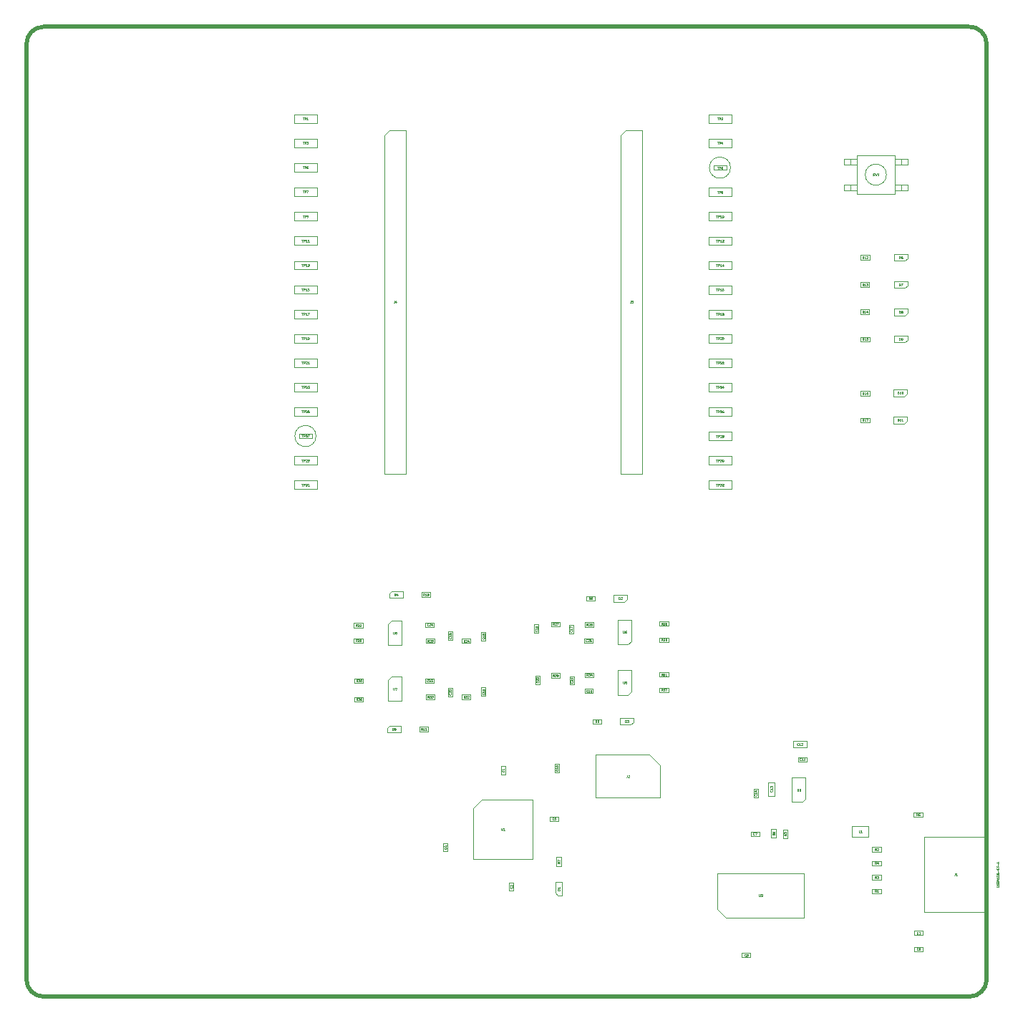
<source format=gbr>
%TF.GenerationSoftware,KiCad,Pcbnew,9.0.6*%
%TF.CreationDate,2026-01-20T14:35:22+00:00*%
%TF.ProjectId,OE PyBoard tester,4f452050-7942-46f6-9172-642074657374,rev?*%
%TF.SameCoordinates,PX4feafc0PY9062e40*%
%TF.FileFunction,AssemblyDrawing,Top*%
%FSLAX46Y46*%
G04 Gerber Fmt 4.6, Leading zero omitted, Abs format (unit mm)*
G04 Created by KiCad (PCBNEW 9.0.6) date 2026-01-20 14:35:22*
%MOMM*%
%LPD*%
G01*
G04 APERTURE LIST*
%ADD10C,0.063500*%
%ADD11C,0.100000*%
%TA.AperFunction,Profile*%
%ADD12C,0.500000*%
%TD*%
G04 APERTURE END LIST*
D10*
X75234401Y42083314D02*
X75149734Y42204267D01*
X75089258Y42083314D02*
X75089258Y42337314D01*
X75089258Y42337314D02*
X75186020Y42337314D01*
X75186020Y42337314D02*
X75210210Y42325219D01*
X75210210Y42325219D02*
X75222305Y42313124D01*
X75222305Y42313124D02*
X75234401Y42288933D01*
X75234401Y42288933D02*
X75234401Y42252648D01*
X75234401Y42252648D02*
X75222305Y42228457D01*
X75222305Y42228457D02*
X75210210Y42216362D01*
X75210210Y42216362D02*
X75186020Y42204267D01*
X75186020Y42204267D02*
X75089258Y42204267D01*
X75331162Y42313124D02*
X75343258Y42325219D01*
X75343258Y42325219D02*
X75367448Y42337314D01*
X75367448Y42337314D02*
X75427924Y42337314D01*
X75427924Y42337314D02*
X75452115Y42325219D01*
X75452115Y42325219D02*
X75464210Y42313124D01*
X75464210Y42313124D02*
X75476305Y42288933D01*
X75476305Y42288933D02*
X75476305Y42264743D01*
X75476305Y42264743D02*
X75464210Y42228457D01*
X75464210Y42228457D02*
X75319067Y42083314D01*
X75319067Y42083314D02*
X75476305Y42083314D01*
X75597258Y42083314D02*
X75645639Y42083314D01*
X75645639Y42083314D02*
X75669829Y42095409D01*
X75669829Y42095409D02*
X75681925Y42107505D01*
X75681925Y42107505D02*
X75706115Y42143790D01*
X75706115Y42143790D02*
X75718210Y42192171D01*
X75718210Y42192171D02*
X75718210Y42288933D01*
X75718210Y42288933D02*
X75706115Y42313124D01*
X75706115Y42313124D02*
X75694020Y42325219D01*
X75694020Y42325219D02*
X75669829Y42337314D01*
X75669829Y42337314D02*
X75621448Y42337314D01*
X75621448Y42337314D02*
X75597258Y42325219D01*
X75597258Y42325219D02*
X75585163Y42313124D01*
X75585163Y42313124D02*
X75573067Y42288933D01*
X75573067Y42288933D02*
X75573067Y42228457D01*
X75573067Y42228457D02*
X75585163Y42204267D01*
X75585163Y42204267D02*
X75597258Y42192171D01*
X75597258Y42192171D02*
X75621448Y42180076D01*
X75621448Y42180076D02*
X75669829Y42180076D01*
X75669829Y42180076D02*
X75694020Y42192171D01*
X75694020Y42192171D02*
X75706115Y42204267D01*
X75706115Y42204267D02*
X75718210Y42228457D01*
X86107667Y19159988D02*
X86095571Y19147892D01*
X86095571Y19147892D02*
X86059286Y19135797D01*
X86059286Y19135797D02*
X86035095Y19135797D01*
X86035095Y19135797D02*
X85998809Y19147892D01*
X85998809Y19147892D02*
X85974619Y19172083D01*
X85974619Y19172083D02*
X85962524Y19196273D01*
X85962524Y19196273D02*
X85950428Y19244654D01*
X85950428Y19244654D02*
X85950428Y19280940D01*
X85950428Y19280940D02*
X85962524Y19329321D01*
X85962524Y19329321D02*
X85974619Y19353512D01*
X85974619Y19353512D02*
X85998809Y19377702D01*
X85998809Y19377702D02*
X86035095Y19389797D01*
X86035095Y19389797D02*
X86059286Y19389797D01*
X86059286Y19389797D02*
X86095571Y19377702D01*
X86095571Y19377702D02*
X86107667Y19365607D01*
X86192333Y19389797D02*
X86361667Y19389797D01*
X86361667Y19389797D02*
X86252809Y19135797D01*
X32670157Y103956608D02*
X32815300Y103956608D01*
X32742728Y103702608D02*
X32742728Y103956608D01*
X32899967Y103702608D02*
X32899967Y103956608D01*
X32899967Y103956608D02*
X32996729Y103956608D01*
X32996729Y103956608D02*
X33020919Y103944513D01*
X33020919Y103944513D02*
X33033014Y103932418D01*
X33033014Y103932418D02*
X33045110Y103908227D01*
X33045110Y103908227D02*
X33045110Y103871942D01*
X33045110Y103871942D02*
X33033014Y103847751D01*
X33033014Y103847751D02*
X33020919Y103835656D01*
X33020919Y103835656D02*
X32996729Y103823561D01*
X32996729Y103823561D02*
X32899967Y103823561D01*
X33287014Y103702608D02*
X33141871Y103702608D01*
X33214443Y103702608D02*
X33214443Y103956608D01*
X33214443Y103956608D02*
X33190252Y103920323D01*
X33190252Y103920323D02*
X33166062Y103896132D01*
X33166062Y103896132D02*
X33141871Y103884037D01*
X91586714Y27957488D02*
X91574618Y27945392D01*
X91574618Y27945392D02*
X91538333Y27933297D01*
X91538333Y27933297D02*
X91514142Y27933297D01*
X91514142Y27933297D02*
X91477856Y27945392D01*
X91477856Y27945392D02*
X91453666Y27969583D01*
X91453666Y27969583D02*
X91441571Y27993773D01*
X91441571Y27993773D02*
X91429475Y28042154D01*
X91429475Y28042154D02*
X91429475Y28078440D01*
X91429475Y28078440D02*
X91441571Y28126821D01*
X91441571Y28126821D02*
X91453666Y28151012D01*
X91453666Y28151012D02*
X91477856Y28175202D01*
X91477856Y28175202D02*
X91514142Y28187297D01*
X91514142Y28187297D02*
X91538333Y28187297D01*
X91538333Y28187297D02*
X91574618Y28175202D01*
X91574618Y28175202D02*
X91586714Y28163107D01*
X91828618Y27933297D02*
X91683475Y27933297D01*
X91756047Y27933297D02*
X91756047Y28187297D01*
X91756047Y28187297D02*
X91731856Y28151012D01*
X91731856Y28151012D02*
X91707666Y28126821D01*
X91707666Y28126821D02*
X91683475Y28114726D01*
X92070523Y27933297D02*
X91925380Y27933297D01*
X91997952Y27933297D02*
X91997952Y28187297D01*
X91997952Y28187297D02*
X91973761Y28151012D01*
X91973761Y28151012D02*
X91949571Y28126821D01*
X91949571Y28126821D02*
X91925380Y28114726D01*
X32549204Y89523275D02*
X32694347Y89523275D01*
X32621775Y89269275D02*
X32621775Y89523275D01*
X32779014Y89269275D02*
X32779014Y89523275D01*
X32779014Y89523275D02*
X32875776Y89523275D01*
X32875776Y89523275D02*
X32899966Y89511180D01*
X32899966Y89511180D02*
X32912061Y89499085D01*
X32912061Y89499085D02*
X32924157Y89474894D01*
X32924157Y89474894D02*
X32924157Y89438609D01*
X32924157Y89438609D02*
X32912061Y89414418D01*
X32912061Y89414418D02*
X32899966Y89402323D01*
X32899966Y89402323D02*
X32875776Y89390228D01*
X32875776Y89390228D02*
X32779014Y89390228D01*
X33166061Y89269275D02*
X33020918Y89269275D01*
X33093490Y89269275D02*
X33093490Y89523275D01*
X33093490Y89523275D02*
X33069299Y89486990D01*
X33069299Y89486990D02*
X33045109Y89462799D01*
X33045109Y89462799D02*
X33020918Y89450704D01*
X33407966Y89269275D02*
X33262823Y89269275D01*
X33335395Y89269275D02*
X33335395Y89523275D01*
X33335395Y89523275D02*
X33311204Y89486990D01*
X33311204Y89486990D02*
X33287014Y89462799D01*
X33287014Y89462799D02*
X33262823Y89450704D01*
X100111332Y97097892D02*
X100147618Y97085797D01*
X100147618Y97085797D02*
X100208094Y97085797D01*
X100208094Y97085797D02*
X100232285Y97097892D01*
X100232285Y97097892D02*
X100244380Y97109988D01*
X100244380Y97109988D02*
X100256475Y97134178D01*
X100256475Y97134178D02*
X100256475Y97158369D01*
X100256475Y97158369D02*
X100244380Y97182559D01*
X100244380Y97182559D02*
X100232285Y97194654D01*
X100232285Y97194654D02*
X100208094Y97206750D01*
X100208094Y97206750D02*
X100159713Y97218845D01*
X100159713Y97218845D02*
X100135523Y97230940D01*
X100135523Y97230940D02*
X100123428Y97243035D01*
X100123428Y97243035D02*
X100111332Y97267226D01*
X100111332Y97267226D02*
X100111332Y97291416D01*
X100111332Y97291416D02*
X100123428Y97315607D01*
X100123428Y97315607D02*
X100135523Y97327702D01*
X100135523Y97327702D02*
X100159713Y97339797D01*
X100159713Y97339797D02*
X100220190Y97339797D01*
X100220190Y97339797D02*
X100256475Y97327702D01*
X100341142Y97339797D02*
X100401618Y97085797D01*
X100401618Y97085797D02*
X100449999Y97267226D01*
X100449999Y97267226D02*
X100498380Y97085797D01*
X100498380Y97085797D02*
X100558857Y97339797D01*
X100788666Y97085797D02*
X100643523Y97085797D01*
X100716095Y97085797D02*
X100716095Y97339797D01*
X100716095Y97339797D02*
X100691904Y97303512D01*
X100691904Y97303512D02*
X100667714Y97279321D01*
X100667714Y97279321D02*
X100643523Y97267226D01*
X51836714Y35328997D02*
X51752047Y35449950D01*
X51691571Y35328997D02*
X51691571Y35582997D01*
X51691571Y35582997D02*
X51788333Y35582997D01*
X51788333Y35582997D02*
X51812523Y35570902D01*
X51812523Y35570902D02*
X51824618Y35558807D01*
X51824618Y35558807D02*
X51836714Y35534616D01*
X51836714Y35534616D02*
X51836714Y35498331D01*
X51836714Y35498331D02*
X51824618Y35474140D01*
X51824618Y35474140D02*
X51812523Y35462045D01*
X51812523Y35462045D02*
X51788333Y35449950D01*
X51788333Y35449950D02*
X51691571Y35449950D01*
X51921380Y35582997D02*
X52078618Y35582997D01*
X52078618Y35582997D02*
X51993952Y35486235D01*
X51993952Y35486235D02*
X52030237Y35486235D01*
X52030237Y35486235D02*
X52054428Y35474140D01*
X52054428Y35474140D02*
X52066523Y35462045D01*
X52066523Y35462045D02*
X52078618Y35437854D01*
X52078618Y35437854D02*
X52078618Y35377378D01*
X52078618Y35377378D02*
X52066523Y35353188D01*
X52066523Y35353188D02*
X52054428Y35341092D01*
X52054428Y35341092D02*
X52030237Y35328997D01*
X52030237Y35328997D02*
X51957666Y35328997D01*
X51957666Y35328997D02*
X51933475Y35341092D01*
X51933475Y35341092D02*
X51921380Y35353188D01*
X52175380Y35558807D02*
X52187476Y35570902D01*
X52187476Y35570902D02*
X52211666Y35582997D01*
X52211666Y35582997D02*
X52272142Y35582997D01*
X52272142Y35582997D02*
X52296333Y35570902D01*
X52296333Y35570902D02*
X52308428Y35558807D01*
X52308428Y35558807D02*
X52320523Y35534616D01*
X52320523Y35534616D02*
X52320523Y35510426D01*
X52320523Y35510426D02*
X52308428Y35474140D01*
X52308428Y35474140D02*
X52163285Y35328997D01*
X52163285Y35328997D02*
X52320523Y35328997D01*
X103212524Y80835797D02*
X103212524Y81089797D01*
X103212524Y81089797D02*
X103273000Y81089797D01*
X103273000Y81089797D02*
X103309286Y81077702D01*
X103309286Y81077702D02*
X103333476Y81053512D01*
X103333476Y81053512D02*
X103345571Y81029321D01*
X103345571Y81029321D02*
X103357667Y80980940D01*
X103357667Y80980940D02*
X103357667Y80944654D01*
X103357667Y80944654D02*
X103345571Y80896273D01*
X103345571Y80896273D02*
X103333476Y80872083D01*
X103333476Y80872083D02*
X103309286Y80847892D01*
X103309286Y80847892D02*
X103273000Y80835797D01*
X103273000Y80835797D02*
X103212524Y80835797D01*
X103502809Y80980940D02*
X103478619Y80993035D01*
X103478619Y80993035D02*
X103466524Y81005131D01*
X103466524Y81005131D02*
X103454428Y81029321D01*
X103454428Y81029321D02*
X103454428Y81041416D01*
X103454428Y81041416D02*
X103466524Y81065607D01*
X103466524Y81065607D02*
X103478619Y81077702D01*
X103478619Y81077702D02*
X103502809Y81089797D01*
X103502809Y81089797D02*
X103551190Y81089797D01*
X103551190Y81089797D02*
X103575381Y81077702D01*
X103575381Y81077702D02*
X103587476Y81065607D01*
X103587476Y81065607D02*
X103599571Y81041416D01*
X103599571Y81041416D02*
X103599571Y81029321D01*
X103599571Y81029321D02*
X103587476Y81005131D01*
X103587476Y81005131D02*
X103575381Y80993035D01*
X103575381Y80993035D02*
X103551190Y80980940D01*
X103551190Y80980940D02*
X103502809Y80980940D01*
X103502809Y80980940D02*
X103478619Y80968845D01*
X103478619Y80968845D02*
X103466524Y80956750D01*
X103466524Y80956750D02*
X103454428Y80932559D01*
X103454428Y80932559D02*
X103454428Y80884178D01*
X103454428Y80884178D02*
X103466524Y80859988D01*
X103466524Y80859988D02*
X103478619Y80847892D01*
X103478619Y80847892D02*
X103502809Y80835797D01*
X103502809Y80835797D02*
X103551190Y80835797D01*
X103551190Y80835797D02*
X103575381Y80847892D01*
X103575381Y80847892D02*
X103587476Y80859988D01*
X103587476Y80859988D02*
X103599571Y80884178D01*
X103599571Y80884178D02*
X103599571Y80932559D01*
X103599571Y80932559D02*
X103587476Y80956750D01*
X103587476Y80956750D02*
X103575381Y80968845D01*
X103575381Y80968845D02*
X103551190Y80980940D01*
X103029071Y68060797D02*
X103029071Y68314797D01*
X103029071Y68314797D02*
X103089547Y68314797D01*
X103089547Y68314797D02*
X103125833Y68302702D01*
X103125833Y68302702D02*
X103150023Y68278512D01*
X103150023Y68278512D02*
X103162118Y68254321D01*
X103162118Y68254321D02*
X103174214Y68205940D01*
X103174214Y68205940D02*
X103174214Y68169654D01*
X103174214Y68169654D02*
X103162118Y68121273D01*
X103162118Y68121273D02*
X103150023Y68097083D01*
X103150023Y68097083D02*
X103125833Y68072892D01*
X103125833Y68072892D02*
X103089547Y68060797D01*
X103089547Y68060797D02*
X103029071Y68060797D01*
X103416118Y68060797D02*
X103270975Y68060797D01*
X103343547Y68060797D02*
X103343547Y68314797D01*
X103343547Y68314797D02*
X103319356Y68278512D01*
X103319356Y68278512D02*
X103295166Y68254321D01*
X103295166Y68254321D02*
X103270975Y68242226D01*
X103658023Y68060797D02*
X103512880Y68060797D01*
X103585452Y68060797D02*
X103585452Y68314797D01*
X103585452Y68314797D02*
X103561261Y68278512D01*
X103561261Y68278512D02*
X103537071Y68254321D01*
X103537071Y68254321D02*
X103512880Y68242226D01*
X71429333Y82294997D02*
X71429333Y82113569D01*
X71429333Y82113569D02*
X71417238Y82077283D01*
X71417238Y82077283D02*
X71393047Y82053092D01*
X71393047Y82053092D02*
X71356762Y82040997D01*
X71356762Y82040997D02*
X71332571Y82040997D01*
X71671238Y82294997D02*
X71550286Y82294997D01*
X71550286Y82294997D02*
X71538190Y82174045D01*
X71538190Y82174045D02*
X71550286Y82186140D01*
X71550286Y82186140D02*
X71574476Y82198235D01*
X71574476Y82198235D02*
X71634952Y82198235D01*
X71634952Y82198235D02*
X71659143Y82186140D01*
X71659143Y82186140D02*
X71671238Y82174045D01*
X71671238Y82174045D02*
X71683333Y82149854D01*
X71683333Y82149854D02*
X71683333Y82089378D01*
X71683333Y82089378D02*
X71671238Y82065188D01*
X71671238Y82065188D02*
X71659143Y82053092D01*
X71659143Y82053092D02*
X71634952Y82040997D01*
X71634952Y82040997D02*
X71574476Y82040997D01*
X71574476Y82040997D02*
X71550286Y82053092D01*
X71550286Y82053092D02*
X71538190Y82065188D01*
X100507667Y13985797D02*
X100423000Y14106750D01*
X100362524Y13985797D02*
X100362524Y14239797D01*
X100362524Y14239797D02*
X100459286Y14239797D01*
X100459286Y14239797D02*
X100483476Y14227702D01*
X100483476Y14227702D02*
X100495571Y14215607D01*
X100495571Y14215607D02*
X100507667Y14191416D01*
X100507667Y14191416D02*
X100507667Y14155131D01*
X100507667Y14155131D02*
X100495571Y14130940D01*
X100495571Y14130940D02*
X100483476Y14118845D01*
X100483476Y14118845D02*
X100459286Y14106750D01*
X100459286Y14106750D02*
X100362524Y14106750D01*
X100592333Y14239797D02*
X100749571Y14239797D01*
X100749571Y14239797D02*
X100664905Y14143035D01*
X100664905Y14143035D02*
X100701190Y14143035D01*
X100701190Y14143035D02*
X100725381Y14130940D01*
X100725381Y14130940D02*
X100737476Y14118845D01*
X100737476Y14118845D02*
X100749571Y14094654D01*
X100749571Y14094654D02*
X100749571Y14034178D01*
X100749571Y14034178D02*
X100737476Y14009988D01*
X100737476Y14009988D02*
X100725381Y13997892D01*
X100725381Y13997892D02*
X100701190Y13985797D01*
X100701190Y13985797D02*
X100628619Y13985797D01*
X100628619Y13985797D02*
X100604428Y13997892D01*
X100604428Y13997892D02*
X100592333Y14009988D01*
X86631476Y12089797D02*
X86631476Y11884178D01*
X86631476Y11884178D02*
X86643571Y11859988D01*
X86643571Y11859988D02*
X86655666Y11847892D01*
X86655666Y11847892D02*
X86679857Y11835797D01*
X86679857Y11835797D02*
X86728238Y11835797D01*
X86728238Y11835797D02*
X86752428Y11847892D01*
X86752428Y11847892D02*
X86764523Y11859988D01*
X86764523Y11859988D02*
X86776619Y11884178D01*
X86776619Y11884178D02*
X86776619Y12089797D01*
X86885475Y12065607D02*
X86897571Y12077702D01*
X86897571Y12077702D02*
X86921761Y12089797D01*
X86921761Y12089797D02*
X86982237Y12089797D01*
X86982237Y12089797D02*
X87006428Y12077702D01*
X87006428Y12077702D02*
X87018523Y12065607D01*
X87018523Y12065607D02*
X87030618Y12041416D01*
X87030618Y12041416D02*
X87030618Y12017226D01*
X87030618Y12017226D02*
X87018523Y11980940D01*
X87018523Y11980940D02*
X86873380Y11835797D01*
X86873380Y11835797D02*
X87030618Y11835797D01*
X100507667Y17285797D02*
X100423000Y17406750D01*
X100362524Y17285797D02*
X100362524Y17539797D01*
X100362524Y17539797D02*
X100459286Y17539797D01*
X100459286Y17539797D02*
X100483476Y17527702D01*
X100483476Y17527702D02*
X100495571Y17515607D01*
X100495571Y17515607D02*
X100507667Y17491416D01*
X100507667Y17491416D02*
X100507667Y17455131D01*
X100507667Y17455131D02*
X100495571Y17430940D01*
X100495571Y17430940D02*
X100483476Y17418845D01*
X100483476Y17418845D02*
X100459286Y17406750D01*
X100459286Y17406750D02*
X100362524Y17406750D01*
X100604428Y17515607D02*
X100616524Y17527702D01*
X100616524Y17527702D02*
X100640714Y17539797D01*
X100640714Y17539797D02*
X100701190Y17539797D01*
X100701190Y17539797D02*
X100725381Y17527702D01*
X100725381Y17527702D02*
X100737476Y17515607D01*
X100737476Y17515607D02*
X100749571Y17491416D01*
X100749571Y17491416D02*
X100749571Y17467226D01*
X100749571Y17467226D02*
X100737476Y17430940D01*
X100737476Y17430940D02*
X100592333Y17285797D01*
X100592333Y17285797D02*
X100749571Y17285797D01*
X99011714Y68060797D02*
X98927047Y68181750D01*
X98866571Y68060797D02*
X98866571Y68314797D01*
X98866571Y68314797D02*
X98963333Y68314797D01*
X98963333Y68314797D02*
X98987523Y68302702D01*
X98987523Y68302702D02*
X98999618Y68290607D01*
X98999618Y68290607D02*
X99011714Y68266416D01*
X99011714Y68266416D02*
X99011714Y68230131D01*
X99011714Y68230131D02*
X98999618Y68205940D01*
X98999618Y68205940D02*
X98987523Y68193845D01*
X98987523Y68193845D02*
X98963333Y68181750D01*
X98963333Y68181750D02*
X98866571Y68181750D01*
X99253618Y68060797D02*
X99108475Y68060797D01*
X99181047Y68060797D02*
X99181047Y68314797D01*
X99181047Y68314797D02*
X99156856Y68278512D01*
X99156856Y68278512D02*
X99132666Y68254321D01*
X99132666Y68254321D02*
X99108475Y68242226D01*
X99338285Y68314797D02*
X99507619Y68314797D01*
X99507619Y68314797D02*
X99398761Y68060797D01*
X98557666Y19385797D02*
X98436714Y19385797D01*
X98436714Y19385797D02*
X98436714Y19639797D01*
X98775380Y19385797D02*
X98630237Y19385797D01*
X98702809Y19385797D02*
X98702809Y19639797D01*
X98702809Y19639797D02*
X98678618Y19603512D01*
X98678618Y19603512D02*
X98654428Y19579321D01*
X98654428Y19579321D02*
X98630237Y19567226D01*
X47586714Y41942097D02*
X47502047Y42063050D01*
X47441571Y41942097D02*
X47441571Y42196097D01*
X47441571Y42196097D02*
X47538333Y42196097D01*
X47538333Y42196097D02*
X47562523Y42184002D01*
X47562523Y42184002D02*
X47574618Y42171907D01*
X47574618Y42171907D02*
X47586714Y42147716D01*
X47586714Y42147716D02*
X47586714Y42111431D01*
X47586714Y42111431D02*
X47574618Y42087240D01*
X47574618Y42087240D02*
X47562523Y42075145D01*
X47562523Y42075145D02*
X47538333Y42063050D01*
X47538333Y42063050D02*
X47441571Y42063050D01*
X47683475Y42171907D02*
X47695571Y42184002D01*
X47695571Y42184002D02*
X47719761Y42196097D01*
X47719761Y42196097D02*
X47780237Y42196097D01*
X47780237Y42196097D02*
X47804428Y42184002D01*
X47804428Y42184002D02*
X47816523Y42171907D01*
X47816523Y42171907D02*
X47828618Y42147716D01*
X47828618Y42147716D02*
X47828618Y42123526D01*
X47828618Y42123526D02*
X47816523Y42087240D01*
X47816523Y42087240D02*
X47671380Y41942097D01*
X47671380Y41942097D02*
X47828618Y41942097D01*
X48058428Y42196097D02*
X47937476Y42196097D01*
X47937476Y42196097D02*
X47925380Y42075145D01*
X47925380Y42075145D02*
X47937476Y42087240D01*
X47937476Y42087240D02*
X47961666Y42099335D01*
X47961666Y42099335D02*
X48022142Y42099335D01*
X48022142Y42099335D02*
X48046333Y42087240D01*
X48046333Y42087240D02*
X48058428Y42075145D01*
X48058428Y42075145D02*
X48070523Y42050954D01*
X48070523Y42050954D02*
X48070523Y41990478D01*
X48070523Y41990478D02*
X48058428Y41966288D01*
X48058428Y41966288D02*
X48046333Y41954192D01*
X48046333Y41954192D02*
X48022142Y41942097D01*
X48022142Y41942097D02*
X47961666Y41942097D01*
X47961666Y41942097D02*
X47937476Y41954192D01*
X47937476Y41954192D02*
X47925380Y41966288D01*
X46807914Y31507797D02*
X46723247Y31628750D01*
X46662771Y31507797D02*
X46662771Y31761797D01*
X46662771Y31761797D02*
X46759533Y31761797D01*
X46759533Y31761797D02*
X46783723Y31749702D01*
X46783723Y31749702D02*
X46795818Y31737607D01*
X46795818Y31737607D02*
X46807914Y31713416D01*
X46807914Y31713416D02*
X46807914Y31677131D01*
X46807914Y31677131D02*
X46795818Y31652940D01*
X46795818Y31652940D02*
X46783723Y31640845D01*
X46783723Y31640845D02*
X46759533Y31628750D01*
X46759533Y31628750D02*
X46662771Y31628750D01*
X47049818Y31507797D02*
X46904675Y31507797D01*
X46977247Y31507797D02*
X46977247Y31761797D01*
X46977247Y31761797D02*
X46953056Y31725512D01*
X46953056Y31725512D02*
X46928866Y31701321D01*
X46928866Y31701321D02*
X46904675Y31689226D01*
X47291723Y31507797D02*
X47146580Y31507797D01*
X47219152Y31507797D02*
X47219152Y31761797D01*
X47219152Y31761797D02*
X47194961Y31725512D01*
X47194961Y31725512D02*
X47170771Y31701321D01*
X47170771Y31701321D02*
X47146580Y31689226D01*
X39086714Y41978997D02*
X39002047Y42099950D01*
X38941571Y41978997D02*
X38941571Y42232997D01*
X38941571Y42232997D02*
X39038333Y42232997D01*
X39038333Y42232997D02*
X39062523Y42220902D01*
X39062523Y42220902D02*
X39074618Y42208807D01*
X39074618Y42208807D02*
X39086714Y42184616D01*
X39086714Y42184616D02*
X39086714Y42148331D01*
X39086714Y42148331D02*
X39074618Y42124140D01*
X39074618Y42124140D02*
X39062523Y42112045D01*
X39062523Y42112045D02*
X39038333Y42099950D01*
X39038333Y42099950D02*
X38941571Y42099950D01*
X39183475Y42208807D02*
X39195571Y42220902D01*
X39195571Y42220902D02*
X39219761Y42232997D01*
X39219761Y42232997D02*
X39280237Y42232997D01*
X39280237Y42232997D02*
X39304428Y42220902D01*
X39304428Y42220902D02*
X39316523Y42208807D01*
X39316523Y42208807D02*
X39328618Y42184616D01*
X39328618Y42184616D02*
X39328618Y42160426D01*
X39328618Y42160426D02*
X39316523Y42124140D01*
X39316523Y42124140D02*
X39171380Y41978997D01*
X39171380Y41978997D02*
X39328618Y41978997D01*
X39473761Y42124140D02*
X39449571Y42136235D01*
X39449571Y42136235D02*
X39437476Y42148331D01*
X39437476Y42148331D02*
X39425380Y42172521D01*
X39425380Y42172521D02*
X39425380Y42184616D01*
X39425380Y42184616D02*
X39437476Y42208807D01*
X39437476Y42208807D02*
X39449571Y42220902D01*
X39449571Y42220902D02*
X39473761Y42232997D01*
X39473761Y42232997D02*
X39522142Y42232997D01*
X39522142Y42232997D02*
X39546333Y42220902D01*
X39546333Y42220902D02*
X39558428Y42208807D01*
X39558428Y42208807D02*
X39570523Y42184616D01*
X39570523Y42184616D02*
X39570523Y42172521D01*
X39570523Y42172521D02*
X39558428Y42148331D01*
X39558428Y42148331D02*
X39546333Y42136235D01*
X39546333Y42136235D02*
X39522142Y42124140D01*
X39522142Y42124140D02*
X39473761Y42124140D01*
X39473761Y42124140D02*
X39449571Y42112045D01*
X39449571Y42112045D02*
X39437476Y42099950D01*
X39437476Y42099950D02*
X39425380Y42075759D01*
X39425380Y42075759D02*
X39425380Y42027378D01*
X39425380Y42027378D02*
X39437476Y42003188D01*
X39437476Y42003188D02*
X39449571Y41991092D01*
X39449571Y41991092D02*
X39473761Y41978997D01*
X39473761Y41978997D02*
X39522142Y41978997D01*
X39522142Y41978997D02*
X39546333Y41991092D01*
X39546333Y41991092D02*
X39558428Y42003188D01*
X39558428Y42003188D02*
X39570523Y42027378D01*
X39570523Y42027378D02*
X39570523Y42075759D01*
X39570523Y42075759D02*
X39558428Y42099950D01*
X39558428Y42099950D02*
X39546333Y42112045D01*
X39546333Y42112045D02*
X39522142Y42124140D01*
X54140012Y42443015D02*
X54152108Y42430919D01*
X54152108Y42430919D02*
X54164203Y42394634D01*
X54164203Y42394634D02*
X54164203Y42370443D01*
X54164203Y42370443D02*
X54152108Y42334157D01*
X54152108Y42334157D02*
X54127917Y42309967D01*
X54127917Y42309967D02*
X54103727Y42297872D01*
X54103727Y42297872D02*
X54055346Y42285776D01*
X54055346Y42285776D02*
X54019060Y42285776D01*
X54019060Y42285776D02*
X53970679Y42297872D01*
X53970679Y42297872D02*
X53946488Y42309967D01*
X53946488Y42309967D02*
X53922298Y42334157D01*
X53922298Y42334157D02*
X53910203Y42370443D01*
X53910203Y42370443D02*
X53910203Y42394634D01*
X53910203Y42394634D02*
X53922298Y42430919D01*
X53922298Y42430919D02*
X53934393Y42443015D01*
X54164203Y42684919D02*
X54164203Y42539776D01*
X54164203Y42612348D02*
X53910203Y42612348D01*
X53910203Y42612348D02*
X53946488Y42588157D01*
X53946488Y42588157D02*
X53970679Y42563967D01*
X53970679Y42563967D02*
X53982774Y42539776D01*
X53910203Y42914729D02*
X53910203Y42793777D01*
X53910203Y42793777D02*
X54031155Y42781681D01*
X54031155Y42781681D02*
X54019060Y42793777D01*
X54019060Y42793777D02*
X54006965Y42817967D01*
X54006965Y42817967D02*
X54006965Y42878443D01*
X54006965Y42878443D02*
X54019060Y42902634D01*
X54019060Y42902634D02*
X54031155Y42914729D01*
X54031155Y42914729D02*
X54055346Y42926824D01*
X54055346Y42926824D02*
X54115822Y42926824D01*
X54115822Y42926824D02*
X54140012Y42914729D01*
X54140012Y42914729D02*
X54152108Y42902634D01*
X54152108Y42902634D02*
X54164203Y42878443D01*
X54164203Y42878443D02*
X54164203Y42817967D01*
X54164203Y42817967D02*
X54152108Y42793777D01*
X54152108Y42793777D02*
X54140012Y42781681D01*
X66286714Y42009988D02*
X66274618Y41997892D01*
X66274618Y41997892D02*
X66238333Y41985797D01*
X66238333Y41985797D02*
X66214142Y41985797D01*
X66214142Y41985797D02*
X66177856Y41997892D01*
X66177856Y41997892D02*
X66153666Y42022083D01*
X66153666Y42022083D02*
X66141571Y42046273D01*
X66141571Y42046273D02*
X66129475Y42094654D01*
X66129475Y42094654D02*
X66129475Y42130940D01*
X66129475Y42130940D02*
X66141571Y42179321D01*
X66141571Y42179321D02*
X66153666Y42203512D01*
X66153666Y42203512D02*
X66177856Y42227702D01*
X66177856Y42227702D02*
X66214142Y42239797D01*
X66214142Y42239797D02*
X66238333Y42239797D01*
X66238333Y42239797D02*
X66274618Y42227702D01*
X66274618Y42227702D02*
X66286714Y42215607D01*
X66383475Y42215607D02*
X66395571Y42227702D01*
X66395571Y42227702D02*
X66419761Y42239797D01*
X66419761Y42239797D02*
X66480237Y42239797D01*
X66480237Y42239797D02*
X66504428Y42227702D01*
X66504428Y42227702D02*
X66516523Y42215607D01*
X66516523Y42215607D02*
X66528618Y42191416D01*
X66528618Y42191416D02*
X66528618Y42167226D01*
X66528618Y42167226D02*
X66516523Y42130940D01*
X66516523Y42130940D02*
X66371380Y41985797D01*
X66371380Y41985797D02*
X66528618Y41985797D01*
X66746333Y42239797D02*
X66697952Y42239797D01*
X66697952Y42239797D02*
X66673761Y42227702D01*
X66673761Y42227702D02*
X66661666Y42215607D01*
X66661666Y42215607D02*
X66637476Y42179321D01*
X66637476Y42179321D02*
X66625380Y42130940D01*
X66625380Y42130940D02*
X66625380Y42034178D01*
X66625380Y42034178D02*
X66637476Y42009988D01*
X66637476Y42009988D02*
X66649571Y41997892D01*
X66649571Y41997892D02*
X66673761Y41985797D01*
X66673761Y41985797D02*
X66722142Y41985797D01*
X66722142Y41985797D02*
X66746333Y41997892D01*
X66746333Y41997892D02*
X66758428Y42009988D01*
X66758428Y42009988D02*
X66770523Y42034178D01*
X66770523Y42034178D02*
X66770523Y42094654D01*
X66770523Y42094654D02*
X66758428Y42118845D01*
X66758428Y42118845D02*
X66746333Y42130940D01*
X66746333Y42130940D02*
X66722142Y42143035D01*
X66722142Y42143035D02*
X66673761Y42143035D01*
X66673761Y42143035D02*
X66649571Y42130940D01*
X66649571Y42130940D02*
X66637476Y42118845D01*
X66637476Y42118845D02*
X66625380Y42094654D01*
X64490012Y43275515D02*
X64502108Y43263419D01*
X64502108Y43263419D02*
X64514203Y43227134D01*
X64514203Y43227134D02*
X64514203Y43202943D01*
X64514203Y43202943D02*
X64502108Y43166657D01*
X64502108Y43166657D02*
X64477917Y43142467D01*
X64477917Y43142467D02*
X64453727Y43130372D01*
X64453727Y43130372D02*
X64405346Y43118276D01*
X64405346Y43118276D02*
X64369060Y43118276D01*
X64369060Y43118276D02*
X64320679Y43130372D01*
X64320679Y43130372D02*
X64296488Y43142467D01*
X64296488Y43142467D02*
X64272298Y43166657D01*
X64272298Y43166657D02*
X64260203Y43202943D01*
X64260203Y43202943D02*
X64260203Y43227134D01*
X64260203Y43227134D02*
X64272298Y43263419D01*
X64272298Y43263419D02*
X64284393Y43275515D01*
X64514203Y43517419D02*
X64514203Y43372276D01*
X64514203Y43444848D02*
X64260203Y43444848D01*
X64260203Y43444848D02*
X64296488Y43420657D01*
X64296488Y43420657D02*
X64320679Y43396467D01*
X64320679Y43396467D02*
X64332774Y43372276D01*
X64260203Y43602086D02*
X64260203Y43771420D01*
X64260203Y43771420D02*
X64514203Y43662562D01*
X47057914Y47418197D02*
X46973247Y47539150D01*
X46912771Y47418197D02*
X46912771Y47672197D01*
X46912771Y47672197D02*
X47009533Y47672197D01*
X47009533Y47672197D02*
X47033723Y47660102D01*
X47033723Y47660102D02*
X47045818Y47648007D01*
X47045818Y47648007D02*
X47057914Y47623816D01*
X47057914Y47623816D02*
X47057914Y47587531D01*
X47057914Y47587531D02*
X47045818Y47563340D01*
X47045818Y47563340D02*
X47033723Y47551245D01*
X47033723Y47551245D02*
X47009533Y47539150D01*
X47009533Y47539150D02*
X46912771Y47539150D01*
X47299818Y47418197D02*
X47154675Y47418197D01*
X47227247Y47418197D02*
X47227247Y47672197D01*
X47227247Y47672197D02*
X47203056Y47635912D01*
X47203056Y47635912D02*
X47178866Y47611721D01*
X47178866Y47611721D02*
X47154675Y47599626D01*
X47457057Y47672197D02*
X47481247Y47672197D01*
X47481247Y47672197D02*
X47505438Y47660102D01*
X47505438Y47660102D02*
X47517533Y47648007D01*
X47517533Y47648007D02*
X47529628Y47623816D01*
X47529628Y47623816D02*
X47541723Y47575435D01*
X47541723Y47575435D02*
X47541723Y47514959D01*
X47541723Y47514959D02*
X47529628Y47466578D01*
X47529628Y47466578D02*
X47517533Y47442388D01*
X47517533Y47442388D02*
X47505438Y47430292D01*
X47505438Y47430292D02*
X47481247Y47418197D01*
X47481247Y47418197D02*
X47457057Y47418197D01*
X47457057Y47418197D02*
X47432866Y47430292D01*
X47432866Y47430292D02*
X47420771Y47442388D01*
X47420771Y47442388D02*
X47408676Y47466578D01*
X47408676Y47466578D02*
X47396580Y47514959D01*
X47396580Y47514959D02*
X47396580Y47575435D01*
X47396580Y47575435D02*
X47408676Y47623816D01*
X47408676Y47623816D02*
X47420771Y47648007D01*
X47420771Y47648007D02*
X47432866Y47660102D01*
X47432866Y47660102D02*
X47457057Y47672197D01*
X39136714Y35028997D02*
X39052047Y35149950D01*
X38991571Y35028997D02*
X38991571Y35282997D01*
X38991571Y35282997D02*
X39088333Y35282997D01*
X39088333Y35282997D02*
X39112523Y35270902D01*
X39112523Y35270902D02*
X39124618Y35258807D01*
X39124618Y35258807D02*
X39136714Y35234616D01*
X39136714Y35234616D02*
X39136714Y35198331D01*
X39136714Y35198331D02*
X39124618Y35174140D01*
X39124618Y35174140D02*
X39112523Y35162045D01*
X39112523Y35162045D02*
X39088333Y35149950D01*
X39088333Y35149950D02*
X38991571Y35149950D01*
X39221380Y35282997D02*
X39378618Y35282997D01*
X39378618Y35282997D02*
X39293952Y35186235D01*
X39293952Y35186235D02*
X39330237Y35186235D01*
X39330237Y35186235D02*
X39354428Y35174140D01*
X39354428Y35174140D02*
X39366523Y35162045D01*
X39366523Y35162045D02*
X39378618Y35137854D01*
X39378618Y35137854D02*
X39378618Y35077378D01*
X39378618Y35077378D02*
X39366523Y35053188D01*
X39366523Y35053188D02*
X39354428Y35041092D01*
X39354428Y35041092D02*
X39330237Y35028997D01*
X39330237Y35028997D02*
X39257666Y35028997D01*
X39257666Y35028997D02*
X39233475Y35041092D01*
X39233475Y35041092D02*
X39221380Y35053188D01*
X39596333Y35282997D02*
X39547952Y35282997D01*
X39547952Y35282997D02*
X39523761Y35270902D01*
X39523761Y35270902D02*
X39511666Y35258807D01*
X39511666Y35258807D02*
X39487476Y35222521D01*
X39487476Y35222521D02*
X39475380Y35174140D01*
X39475380Y35174140D02*
X39475380Y35077378D01*
X39475380Y35077378D02*
X39487476Y35053188D01*
X39487476Y35053188D02*
X39499571Y35041092D01*
X39499571Y35041092D02*
X39523761Y35028997D01*
X39523761Y35028997D02*
X39572142Y35028997D01*
X39572142Y35028997D02*
X39596333Y35041092D01*
X39596333Y35041092D02*
X39608428Y35053188D01*
X39608428Y35053188D02*
X39620523Y35077378D01*
X39620523Y35077378D02*
X39620523Y35137854D01*
X39620523Y35137854D02*
X39608428Y35162045D01*
X39608428Y35162045D02*
X39596333Y35174140D01*
X39596333Y35174140D02*
X39572142Y35186235D01*
X39572142Y35186235D02*
X39523761Y35186235D01*
X39523761Y35186235D02*
X39499571Y35174140D01*
X39499571Y35174140D02*
X39487476Y35162045D01*
X39487476Y35162045D02*
X39475380Y35137854D01*
X66386714Y37924597D02*
X66302047Y38045550D01*
X66241571Y37924597D02*
X66241571Y38178597D01*
X66241571Y38178597D02*
X66338333Y38178597D01*
X66338333Y38178597D02*
X66362523Y38166502D01*
X66362523Y38166502D02*
X66374618Y38154407D01*
X66374618Y38154407D02*
X66386714Y38130216D01*
X66386714Y38130216D02*
X66386714Y38093931D01*
X66386714Y38093931D02*
X66374618Y38069740D01*
X66374618Y38069740D02*
X66362523Y38057645D01*
X66362523Y38057645D02*
X66338333Y38045550D01*
X66338333Y38045550D02*
X66241571Y38045550D01*
X66471380Y38178597D02*
X66628618Y38178597D01*
X66628618Y38178597D02*
X66543952Y38081835D01*
X66543952Y38081835D02*
X66580237Y38081835D01*
X66580237Y38081835D02*
X66604428Y38069740D01*
X66604428Y38069740D02*
X66616523Y38057645D01*
X66616523Y38057645D02*
X66628618Y38033454D01*
X66628618Y38033454D02*
X66628618Y37972978D01*
X66628618Y37972978D02*
X66616523Y37948788D01*
X66616523Y37948788D02*
X66604428Y37936692D01*
X66604428Y37936692D02*
X66580237Y37924597D01*
X66580237Y37924597D02*
X66507666Y37924597D01*
X66507666Y37924597D02*
X66483475Y37936692D01*
X66483475Y37936692D02*
X66471380Y37948788D01*
X66846333Y38093931D02*
X66846333Y37924597D01*
X66785857Y38190692D02*
X66725380Y38009264D01*
X66725380Y38009264D02*
X66882619Y38009264D01*
X100507667Y12335797D02*
X100423000Y12456750D01*
X100362524Y12335797D02*
X100362524Y12589797D01*
X100362524Y12589797D02*
X100459286Y12589797D01*
X100459286Y12589797D02*
X100483476Y12577702D01*
X100483476Y12577702D02*
X100495571Y12565607D01*
X100495571Y12565607D02*
X100507667Y12541416D01*
X100507667Y12541416D02*
X100507667Y12505131D01*
X100507667Y12505131D02*
X100495571Y12480940D01*
X100495571Y12480940D02*
X100483476Y12468845D01*
X100483476Y12468845D02*
X100459286Y12456750D01*
X100459286Y12456750D02*
X100362524Y12456750D01*
X100749571Y12335797D02*
X100604428Y12335797D01*
X100677000Y12335797D02*
X100677000Y12589797D01*
X100677000Y12589797D02*
X100652809Y12553512D01*
X100652809Y12553512D02*
X100628619Y12529321D01*
X100628619Y12529321D02*
X100604428Y12517226D01*
X98999214Y84080597D02*
X98914547Y84201550D01*
X98854071Y84080597D02*
X98854071Y84334597D01*
X98854071Y84334597D02*
X98950833Y84334597D01*
X98950833Y84334597D02*
X98975023Y84322502D01*
X98975023Y84322502D02*
X98987118Y84310407D01*
X98987118Y84310407D02*
X98999214Y84286216D01*
X98999214Y84286216D02*
X98999214Y84249931D01*
X98999214Y84249931D02*
X98987118Y84225740D01*
X98987118Y84225740D02*
X98975023Y84213645D01*
X98975023Y84213645D02*
X98950833Y84201550D01*
X98950833Y84201550D02*
X98854071Y84201550D01*
X99241118Y84080597D02*
X99095975Y84080597D01*
X99168547Y84080597D02*
X99168547Y84334597D01*
X99168547Y84334597D02*
X99144356Y84298312D01*
X99144356Y84298312D02*
X99120166Y84274121D01*
X99120166Y84274121D02*
X99095975Y84262026D01*
X99325785Y84334597D02*
X99483023Y84334597D01*
X99483023Y84334597D02*
X99398357Y84237835D01*
X99398357Y84237835D02*
X99434642Y84237835D01*
X99434642Y84237835D02*
X99458833Y84225740D01*
X99458833Y84225740D02*
X99470928Y84213645D01*
X99470928Y84213645D02*
X99483023Y84189454D01*
X99483023Y84189454D02*
X99483023Y84128978D01*
X99483023Y84128978D02*
X99470928Y84104788D01*
X99470928Y84104788D02*
X99458833Y84092692D01*
X99458833Y84092692D02*
X99434642Y84080597D01*
X99434642Y84080597D02*
X99362071Y84080597D01*
X99362071Y84080597D02*
X99337880Y84092692D01*
X99337880Y84092692D02*
X99325785Y84104788D01*
X70556476Y37278597D02*
X70556476Y37072978D01*
X70556476Y37072978D02*
X70568571Y37048788D01*
X70568571Y37048788D02*
X70580666Y37036692D01*
X70580666Y37036692D02*
X70604857Y37024597D01*
X70604857Y37024597D02*
X70653238Y37024597D01*
X70653238Y37024597D02*
X70677428Y37036692D01*
X70677428Y37036692D02*
X70689523Y37048788D01*
X70689523Y37048788D02*
X70701619Y37072978D01*
X70701619Y37072978D02*
X70701619Y37278597D01*
X70858856Y37169740D02*
X70834666Y37181835D01*
X70834666Y37181835D02*
X70822571Y37193931D01*
X70822571Y37193931D02*
X70810475Y37218121D01*
X70810475Y37218121D02*
X70810475Y37230216D01*
X70810475Y37230216D02*
X70822571Y37254407D01*
X70822571Y37254407D02*
X70834666Y37266502D01*
X70834666Y37266502D02*
X70858856Y37278597D01*
X70858856Y37278597D02*
X70907237Y37278597D01*
X70907237Y37278597D02*
X70931428Y37266502D01*
X70931428Y37266502D02*
X70943523Y37254407D01*
X70943523Y37254407D02*
X70955618Y37230216D01*
X70955618Y37230216D02*
X70955618Y37218121D01*
X70955618Y37218121D02*
X70943523Y37193931D01*
X70943523Y37193931D02*
X70931428Y37181835D01*
X70931428Y37181835D02*
X70907237Y37169740D01*
X70907237Y37169740D02*
X70858856Y37169740D01*
X70858856Y37169740D02*
X70834666Y37157645D01*
X70834666Y37157645D02*
X70822571Y37145550D01*
X70822571Y37145550D02*
X70810475Y37121359D01*
X70810475Y37121359D02*
X70810475Y37072978D01*
X70810475Y37072978D02*
X70822571Y37048788D01*
X70822571Y37048788D02*
X70834666Y37036692D01*
X70834666Y37036692D02*
X70858856Y37024597D01*
X70858856Y37024597D02*
X70907237Y37024597D01*
X70907237Y37024597D02*
X70931428Y37036692D01*
X70931428Y37036692D02*
X70943523Y37048788D01*
X70943523Y37048788D02*
X70955618Y37072978D01*
X70955618Y37072978D02*
X70955618Y37121359D01*
X70955618Y37121359D02*
X70943523Y37145550D01*
X70943523Y37145550D02*
X70931428Y37157645D01*
X70931428Y37157645D02*
X70907237Y37169740D01*
X70812524Y32424597D02*
X70812524Y32678597D01*
X70812524Y32678597D02*
X70873000Y32678597D01*
X70873000Y32678597D02*
X70909286Y32666502D01*
X70909286Y32666502D02*
X70933476Y32642312D01*
X70933476Y32642312D02*
X70945571Y32618121D01*
X70945571Y32618121D02*
X70957667Y32569740D01*
X70957667Y32569740D02*
X70957667Y32533454D01*
X70957667Y32533454D02*
X70945571Y32485073D01*
X70945571Y32485073D02*
X70933476Y32460883D01*
X70933476Y32460883D02*
X70909286Y32436692D01*
X70909286Y32436692D02*
X70873000Y32424597D01*
X70873000Y32424597D02*
X70812524Y32424597D01*
X71042333Y32678597D02*
X71199571Y32678597D01*
X71199571Y32678597D02*
X71114905Y32581835D01*
X71114905Y32581835D02*
X71151190Y32581835D01*
X71151190Y32581835D02*
X71175381Y32569740D01*
X71175381Y32569740D02*
X71187476Y32557645D01*
X71187476Y32557645D02*
X71199571Y32533454D01*
X71199571Y32533454D02*
X71199571Y32472978D01*
X71199571Y32472978D02*
X71187476Y32448788D01*
X71187476Y32448788D02*
X71175381Y32436692D01*
X71175381Y32436692D02*
X71151190Y32424597D01*
X71151190Y32424597D02*
X71078619Y32424597D01*
X71078619Y32424597D02*
X71054428Y32436692D01*
X71054428Y32436692D02*
X71042333Y32448788D01*
X81572523Y75078330D02*
X81717666Y75078330D01*
X81645094Y74824330D02*
X81645094Y75078330D01*
X81802333Y74824330D02*
X81802333Y75078330D01*
X81802333Y75078330D02*
X81899095Y75078330D01*
X81899095Y75078330D02*
X81923285Y75066235D01*
X81923285Y75066235D02*
X81935380Y75054140D01*
X81935380Y75054140D02*
X81947476Y75029949D01*
X81947476Y75029949D02*
X81947476Y74993664D01*
X81947476Y74993664D02*
X81935380Y74969473D01*
X81935380Y74969473D02*
X81923285Y74957378D01*
X81923285Y74957378D02*
X81899095Y74945283D01*
X81899095Y74945283D02*
X81802333Y74945283D01*
X82044237Y75054140D02*
X82056333Y75066235D01*
X82056333Y75066235D02*
X82080523Y75078330D01*
X82080523Y75078330D02*
X82140999Y75078330D01*
X82140999Y75078330D02*
X82165190Y75066235D01*
X82165190Y75066235D02*
X82177285Y75054140D01*
X82177285Y75054140D02*
X82189380Y75029949D01*
X82189380Y75029949D02*
X82189380Y75005759D01*
X82189380Y75005759D02*
X82177285Y74969473D01*
X82177285Y74969473D02*
X82032142Y74824330D01*
X82032142Y74824330D02*
X82189380Y74824330D01*
X82286142Y75054140D02*
X82298238Y75066235D01*
X82298238Y75066235D02*
X82322428Y75078330D01*
X82322428Y75078330D02*
X82382904Y75078330D01*
X82382904Y75078330D02*
X82407095Y75066235D01*
X82407095Y75066235D02*
X82419190Y75054140D01*
X82419190Y75054140D02*
X82431285Y75029949D01*
X82431285Y75029949D02*
X82431285Y75005759D01*
X82431285Y75005759D02*
X82419190Y74969473D01*
X82419190Y74969473D02*
X82274047Y74824330D01*
X82274047Y74824330D02*
X82431285Y74824330D01*
X51836714Y41942097D02*
X51752047Y42063050D01*
X51691571Y41942097D02*
X51691571Y42196097D01*
X51691571Y42196097D02*
X51788333Y42196097D01*
X51788333Y42196097D02*
X51812523Y42184002D01*
X51812523Y42184002D02*
X51824618Y42171907D01*
X51824618Y42171907D02*
X51836714Y42147716D01*
X51836714Y42147716D02*
X51836714Y42111431D01*
X51836714Y42111431D02*
X51824618Y42087240D01*
X51824618Y42087240D02*
X51812523Y42075145D01*
X51812523Y42075145D02*
X51788333Y42063050D01*
X51788333Y42063050D02*
X51691571Y42063050D01*
X51933475Y42171907D02*
X51945571Y42184002D01*
X51945571Y42184002D02*
X51969761Y42196097D01*
X51969761Y42196097D02*
X52030237Y42196097D01*
X52030237Y42196097D02*
X52054428Y42184002D01*
X52054428Y42184002D02*
X52066523Y42171907D01*
X52066523Y42171907D02*
X52078618Y42147716D01*
X52078618Y42147716D02*
X52078618Y42123526D01*
X52078618Y42123526D02*
X52066523Y42087240D01*
X52066523Y42087240D02*
X51921380Y41942097D01*
X51921380Y41942097D02*
X52078618Y41942097D01*
X52296333Y42111431D02*
X52296333Y41942097D01*
X52235857Y42208192D02*
X52175380Y42026764D01*
X52175380Y42026764D02*
X52332619Y42026764D01*
X32549204Y66429941D02*
X32694347Y66429941D01*
X32621775Y66175941D02*
X32621775Y66429941D01*
X32779014Y66175941D02*
X32779014Y66429941D01*
X32779014Y66429941D02*
X32875776Y66429941D01*
X32875776Y66429941D02*
X32899966Y66417846D01*
X32899966Y66417846D02*
X32912061Y66405751D01*
X32912061Y66405751D02*
X32924157Y66381560D01*
X32924157Y66381560D02*
X32924157Y66345275D01*
X32924157Y66345275D02*
X32912061Y66321084D01*
X32912061Y66321084D02*
X32899966Y66308989D01*
X32899966Y66308989D02*
X32875776Y66296894D01*
X32875776Y66296894D02*
X32779014Y66296894D01*
X33020918Y66405751D02*
X33033014Y66417846D01*
X33033014Y66417846D02*
X33057204Y66429941D01*
X33057204Y66429941D02*
X33117680Y66429941D01*
X33117680Y66429941D02*
X33141871Y66417846D01*
X33141871Y66417846D02*
X33153966Y66405751D01*
X33153966Y66405751D02*
X33166061Y66381560D01*
X33166061Y66381560D02*
X33166061Y66357370D01*
X33166061Y66357370D02*
X33153966Y66321084D01*
X33153966Y66321084D02*
X33008823Y66175941D01*
X33008823Y66175941D02*
X33166061Y66175941D01*
X33250728Y66429941D02*
X33420062Y66429941D01*
X33420062Y66429941D02*
X33311204Y66175941D01*
X75236714Y36124597D02*
X75152047Y36245550D01*
X75091571Y36124597D02*
X75091571Y36378597D01*
X75091571Y36378597D02*
X75188333Y36378597D01*
X75188333Y36378597D02*
X75212523Y36366502D01*
X75212523Y36366502D02*
X75224618Y36354407D01*
X75224618Y36354407D02*
X75236714Y36330216D01*
X75236714Y36330216D02*
X75236714Y36293931D01*
X75236714Y36293931D02*
X75224618Y36269740D01*
X75224618Y36269740D02*
X75212523Y36257645D01*
X75212523Y36257645D02*
X75188333Y36245550D01*
X75188333Y36245550D02*
X75091571Y36245550D01*
X75321380Y36378597D02*
X75478618Y36378597D01*
X75478618Y36378597D02*
X75393952Y36281835D01*
X75393952Y36281835D02*
X75430237Y36281835D01*
X75430237Y36281835D02*
X75454428Y36269740D01*
X75454428Y36269740D02*
X75466523Y36257645D01*
X75466523Y36257645D02*
X75478618Y36233454D01*
X75478618Y36233454D02*
X75478618Y36172978D01*
X75478618Y36172978D02*
X75466523Y36148788D01*
X75466523Y36148788D02*
X75454428Y36136692D01*
X75454428Y36136692D02*
X75430237Y36124597D01*
X75430237Y36124597D02*
X75357666Y36124597D01*
X75357666Y36124597D02*
X75333475Y36136692D01*
X75333475Y36136692D02*
X75321380Y36148788D01*
X75563285Y36378597D02*
X75732619Y36378597D01*
X75732619Y36378597D02*
X75623761Y36124597D01*
X81572523Y72191664D02*
X81717666Y72191664D01*
X81645094Y71937664D02*
X81645094Y72191664D01*
X81802333Y71937664D02*
X81802333Y72191664D01*
X81802333Y72191664D02*
X81899095Y72191664D01*
X81899095Y72191664D02*
X81923285Y72179569D01*
X81923285Y72179569D02*
X81935380Y72167474D01*
X81935380Y72167474D02*
X81947476Y72143283D01*
X81947476Y72143283D02*
X81947476Y72106998D01*
X81947476Y72106998D02*
X81935380Y72082807D01*
X81935380Y72082807D02*
X81923285Y72070712D01*
X81923285Y72070712D02*
X81899095Y72058617D01*
X81899095Y72058617D02*
X81802333Y72058617D01*
X82044237Y72167474D02*
X82056333Y72179569D01*
X82056333Y72179569D02*
X82080523Y72191664D01*
X82080523Y72191664D02*
X82140999Y72191664D01*
X82140999Y72191664D02*
X82165190Y72179569D01*
X82165190Y72179569D02*
X82177285Y72167474D01*
X82177285Y72167474D02*
X82189380Y72143283D01*
X82189380Y72143283D02*
X82189380Y72119093D01*
X82189380Y72119093D02*
X82177285Y72082807D01*
X82177285Y72082807D02*
X82032142Y71937664D01*
X82032142Y71937664D02*
X82189380Y71937664D01*
X82407095Y72106998D02*
X82407095Y71937664D01*
X82346619Y72203759D02*
X82286142Y72022331D01*
X82286142Y72022331D02*
X82443381Y72022331D01*
X47486714Y37253188D02*
X47474618Y37241092D01*
X47474618Y37241092D02*
X47438333Y37228997D01*
X47438333Y37228997D02*
X47414142Y37228997D01*
X47414142Y37228997D02*
X47377856Y37241092D01*
X47377856Y37241092D02*
X47353666Y37265283D01*
X47353666Y37265283D02*
X47341571Y37289473D01*
X47341571Y37289473D02*
X47329475Y37337854D01*
X47329475Y37337854D02*
X47329475Y37374140D01*
X47329475Y37374140D02*
X47341571Y37422521D01*
X47341571Y37422521D02*
X47353666Y37446712D01*
X47353666Y37446712D02*
X47377856Y37470902D01*
X47377856Y37470902D02*
X47414142Y37482997D01*
X47414142Y37482997D02*
X47438333Y37482997D01*
X47438333Y37482997D02*
X47474618Y37470902D01*
X47474618Y37470902D02*
X47486714Y37458807D01*
X47583475Y37458807D02*
X47595571Y37470902D01*
X47595571Y37470902D02*
X47619761Y37482997D01*
X47619761Y37482997D02*
X47680237Y37482997D01*
X47680237Y37482997D02*
X47704428Y37470902D01*
X47704428Y37470902D02*
X47716523Y37458807D01*
X47716523Y37458807D02*
X47728618Y37434616D01*
X47728618Y37434616D02*
X47728618Y37410426D01*
X47728618Y37410426D02*
X47716523Y37374140D01*
X47716523Y37374140D02*
X47571380Y37228997D01*
X47571380Y37228997D02*
X47728618Y37228997D01*
X47813285Y37482997D02*
X47970523Y37482997D01*
X47970523Y37482997D02*
X47885857Y37386235D01*
X47885857Y37386235D02*
X47922142Y37386235D01*
X47922142Y37386235D02*
X47946333Y37374140D01*
X47946333Y37374140D02*
X47958428Y37362045D01*
X47958428Y37362045D02*
X47970523Y37337854D01*
X47970523Y37337854D02*
X47970523Y37277378D01*
X47970523Y37277378D02*
X47958428Y37253188D01*
X47958428Y37253188D02*
X47946333Y37241092D01*
X47946333Y37241092D02*
X47922142Y37228997D01*
X47922142Y37228997D02*
X47849571Y37228997D01*
X47849571Y37228997D02*
X47825380Y37241092D01*
X47825380Y37241092D02*
X47813285Y37253188D01*
X98999214Y80858197D02*
X98914547Y80979150D01*
X98854071Y80858197D02*
X98854071Y81112197D01*
X98854071Y81112197D02*
X98950833Y81112197D01*
X98950833Y81112197D02*
X98975023Y81100102D01*
X98975023Y81100102D02*
X98987118Y81088007D01*
X98987118Y81088007D02*
X98999214Y81063816D01*
X98999214Y81063816D02*
X98999214Y81027531D01*
X98999214Y81027531D02*
X98987118Y81003340D01*
X98987118Y81003340D02*
X98975023Y80991245D01*
X98975023Y80991245D02*
X98950833Y80979150D01*
X98950833Y80979150D02*
X98854071Y80979150D01*
X99241118Y80858197D02*
X99095975Y80858197D01*
X99168547Y80858197D02*
X99168547Y81112197D01*
X99168547Y81112197D02*
X99144356Y81075912D01*
X99144356Y81075912D02*
X99120166Y81051721D01*
X99120166Y81051721D02*
X99095975Y81039626D01*
X99458833Y81027531D02*
X99458833Y80858197D01*
X99398357Y81124292D02*
X99337880Y80942864D01*
X99337880Y80942864D02*
X99495119Y80942864D01*
X47586714Y35328997D02*
X47502047Y35449950D01*
X47441571Y35328997D02*
X47441571Y35582997D01*
X47441571Y35582997D02*
X47538333Y35582997D01*
X47538333Y35582997D02*
X47562523Y35570902D01*
X47562523Y35570902D02*
X47574618Y35558807D01*
X47574618Y35558807D02*
X47586714Y35534616D01*
X47586714Y35534616D02*
X47586714Y35498331D01*
X47586714Y35498331D02*
X47574618Y35474140D01*
X47574618Y35474140D02*
X47562523Y35462045D01*
X47562523Y35462045D02*
X47538333Y35449950D01*
X47538333Y35449950D02*
X47441571Y35449950D01*
X47671380Y35582997D02*
X47828618Y35582997D01*
X47828618Y35582997D02*
X47743952Y35486235D01*
X47743952Y35486235D02*
X47780237Y35486235D01*
X47780237Y35486235D02*
X47804428Y35474140D01*
X47804428Y35474140D02*
X47816523Y35462045D01*
X47816523Y35462045D02*
X47828618Y35437854D01*
X47828618Y35437854D02*
X47828618Y35377378D01*
X47828618Y35377378D02*
X47816523Y35353188D01*
X47816523Y35353188D02*
X47804428Y35341092D01*
X47804428Y35341092D02*
X47780237Y35328997D01*
X47780237Y35328997D02*
X47707666Y35328997D01*
X47707666Y35328997D02*
X47683475Y35341092D01*
X47683475Y35341092D02*
X47671380Y35353188D01*
X47913285Y35582997D02*
X48070523Y35582997D01*
X48070523Y35582997D02*
X47985857Y35486235D01*
X47985857Y35486235D02*
X48022142Y35486235D01*
X48022142Y35486235D02*
X48046333Y35474140D01*
X48046333Y35474140D02*
X48058428Y35462045D01*
X48058428Y35462045D02*
X48070523Y35437854D01*
X48070523Y35437854D02*
X48070523Y35377378D01*
X48070523Y35377378D02*
X48058428Y35353188D01*
X48058428Y35353188D02*
X48046333Y35341092D01*
X48046333Y35341092D02*
X48022142Y35328997D01*
X48022142Y35328997D02*
X47949571Y35328997D01*
X47949571Y35328997D02*
X47925380Y35341092D01*
X47925380Y35341092D02*
X47913285Y35353188D01*
X85075167Y4792488D02*
X85063071Y4780392D01*
X85063071Y4780392D02*
X85026786Y4768297D01*
X85026786Y4768297D02*
X85002595Y4768297D01*
X85002595Y4768297D02*
X84966309Y4780392D01*
X84966309Y4780392D02*
X84942119Y4804583D01*
X84942119Y4804583D02*
X84930024Y4828773D01*
X84930024Y4828773D02*
X84917928Y4877154D01*
X84917928Y4877154D02*
X84917928Y4913440D01*
X84917928Y4913440D02*
X84930024Y4961821D01*
X84930024Y4961821D02*
X84942119Y4986012D01*
X84942119Y4986012D02*
X84966309Y5010202D01*
X84966309Y5010202D02*
X85002595Y5022297D01*
X85002595Y5022297D02*
X85026786Y5022297D01*
X85026786Y5022297D02*
X85063071Y5010202D01*
X85063071Y5010202D02*
X85075167Y4998107D01*
X85220309Y4913440D02*
X85196119Y4925535D01*
X85196119Y4925535D02*
X85184024Y4937631D01*
X85184024Y4937631D02*
X85171928Y4961821D01*
X85171928Y4961821D02*
X85171928Y4973916D01*
X85171928Y4973916D02*
X85184024Y4998107D01*
X85184024Y4998107D02*
X85196119Y5010202D01*
X85196119Y5010202D02*
X85220309Y5022297D01*
X85220309Y5022297D02*
X85268690Y5022297D01*
X85268690Y5022297D02*
X85292881Y5010202D01*
X85292881Y5010202D02*
X85304976Y4998107D01*
X85304976Y4998107D02*
X85317071Y4973916D01*
X85317071Y4973916D02*
X85317071Y4961821D01*
X85317071Y4961821D02*
X85304976Y4937631D01*
X85304976Y4937631D02*
X85292881Y4925535D01*
X85292881Y4925535D02*
X85268690Y4913440D01*
X85268690Y4913440D02*
X85220309Y4913440D01*
X85220309Y4913440D02*
X85196119Y4901345D01*
X85196119Y4901345D02*
X85184024Y4889250D01*
X85184024Y4889250D02*
X85171928Y4865059D01*
X85171928Y4865059D02*
X85171928Y4816678D01*
X85171928Y4816678D02*
X85184024Y4792488D01*
X85184024Y4792488D02*
X85196119Y4780392D01*
X85196119Y4780392D02*
X85220309Y4768297D01*
X85220309Y4768297D02*
X85268690Y4768297D01*
X85268690Y4768297D02*
X85292881Y4780392D01*
X85292881Y4780392D02*
X85304976Y4792488D01*
X85304976Y4792488D02*
X85317071Y4816678D01*
X85317071Y4816678D02*
X85317071Y4865059D01*
X85317071Y4865059D02*
X85304976Y4889250D01*
X85304976Y4889250D02*
X85292881Y4901345D01*
X85292881Y4901345D02*
X85268690Y4913440D01*
X63064203Y12562525D02*
X62810203Y12562525D01*
X62810203Y12562525D02*
X62810203Y12623001D01*
X62810203Y12623001D02*
X62822298Y12659287D01*
X62822298Y12659287D02*
X62846488Y12683477D01*
X62846488Y12683477D02*
X62870679Y12695572D01*
X62870679Y12695572D02*
X62919060Y12707668D01*
X62919060Y12707668D02*
X62955346Y12707668D01*
X62955346Y12707668D02*
X63003727Y12695572D01*
X63003727Y12695572D02*
X63027917Y12683477D01*
X63027917Y12683477D02*
X63052108Y12659287D01*
X63052108Y12659287D02*
X63064203Y12623001D01*
X63064203Y12623001D02*
X63064203Y12562525D01*
X63064203Y12949572D02*
X63064203Y12804429D01*
X63064203Y12877001D02*
X62810203Y12877001D01*
X62810203Y12877001D02*
X62846488Y12852810D01*
X62846488Y12852810D02*
X62870679Y12828620D01*
X62870679Y12828620D02*
X62882774Y12804429D01*
X47536714Y43866288D02*
X47524618Y43854192D01*
X47524618Y43854192D02*
X47488333Y43842097D01*
X47488333Y43842097D02*
X47464142Y43842097D01*
X47464142Y43842097D02*
X47427856Y43854192D01*
X47427856Y43854192D02*
X47403666Y43878383D01*
X47403666Y43878383D02*
X47391571Y43902573D01*
X47391571Y43902573D02*
X47379475Y43950954D01*
X47379475Y43950954D02*
X47379475Y43987240D01*
X47379475Y43987240D02*
X47391571Y44035621D01*
X47391571Y44035621D02*
X47403666Y44059812D01*
X47403666Y44059812D02*
X47427856Y44084002D01*
X47427856Y44084002D02*
X47464142Y44096097D01*
X47464142Y44096097D02*
X47488333Y44096097D01*
X47488333Y44096097D02*
X47524618Y44084002D01*
X47524618Y44084002D02*
X47536714Y44071907D01*
X47633475Y44071907D02*
X47645571Y44084002D01*
X47645571Y44084002D02*
X47669761Y44096097D01*
X47669761Y44096097D02*
X47730237Y44096097D01*
X47730237Y44096097D02*
X47754428Y44084002D01*
X47754428Y44084002D02*
X47766523Y44071907D01*
X47766523Y44071907D02*
X47778618Y44047716D01*
X47778618Y44047716D02*
X47778618Y44023526D01*
X47778618Y44023526D02*
X47766523Y43987240D01*
X47766523Y43987240D02*
X47621380Y43842097D01*
X47621380Y43842097D02*
X47778618Y43842097D01*
X47996333Y44011431D02*
X47996333Y43842097D01*
X47935857Y44108192D02*
X47875380Y43926764D01*
X47875380Y43926764D02*
X48032619Y43926764D01*
X32670157Y101069941D02*
X32815300Y101069941D01*
X32742728Y100815941D02*
X32742728Y101069941D01*
X32899967Y100815941D02*
X32899967Y101069941D01*
X32899967Y101069941D02*
X32996729Y101069941D01*
X32996729Y101069941D02*
X33020919Y101057846D01*
X33020919Y101057846D02*
X33033014Y101045751D01*
X33033014Y101045751D02*
X33045110Y101021560D01*
X33045110Y101021560D02*
X33045110Y100985275D01*
X33045110Y100985275D02*
X33033014Y100961084D01*
X33033014Y100961084D02*
X33020919Y100948989D01*
X33020919Y100948989D02*
X32996729Y100936894D01*
X32996729Y100936894D02*
X32899967Y100936894D01*
X33129776Y101069941D02*
X33287014Y101069941D01*
X33287014Y101069941D02*
X33202348Y100973179D01*
X33202348Y100973179D02*
X33238633Y100973179D01*
X33238633Y100973179D02*
X33262824Y100961084D01*
X33262824Y100961084D02*
X33274919Y100948989D01*
X33274919Y100948989D02*
X33287014Y100924798D01*
X33287014Y100924798D02*
X33287014Y100864322D01*
X33287014Y100864322D02*
X33274919Y100840132D01*
X33274919Y100840132D02*
X33262824Y100828036D01*
X33262824Y100828036D02*
X33238633Y100815941D01*
X33238633Y100815941D02*
X33166062Y100815941D01*
X33166062Y100815941D02*
X33141871Y100828036D01*
X33141871Y100828036D02*
X33129776Y100840132D01*
X54140012Y35879915D02*
X54152108Y35867819D01*
X54152108Y35867819D02*
X54164203Y35831534D01*
X54164203Y35831534D02*
X54164203Y35807343D01*
X54164203Y35807343D02*
X54152108Y35771057D01*
X54152108Y35771057D02*
X54127917Y35746867D01*
X54127917Y35746867D02*
X54103727Y35734772D01*
X54103727Y35734772D02*
X54055346Y35722676D01*
X54055346Y35722676D02*
X54019060Y35722676D01*
X54019060Y35722676D02*
X53970679Y35734772D01*
X53970679Y35734772D02*
X53946488Y35746867D01*
X53946488Y35746867D02*
X53922298Y35771057D01*
X53922298Y35771057D02*
X53910203Y35807343D01*
X53910203Y35807343D02*
X53910203Y35831534D01*
X53910203Y35831534D02*
X53922298Y35867819D01*
X53922298Y35867819D02*
X53934393Y35879915D01*
X54164203Y36121819D02*
X54164203Y35976676D01*
X54164203Y36049248D02*
X53910203Y36049248D01*
X53910203Y36049248D02*
X53946488Y36025057D01*
X53946488Y36025057D02*
X53970679Y36000867D01*
X53970679Y36000867D02*
X53982774Y35976676D01*
X54164203Y36242772D02*
X54164203Y36291153D01*
X54164203Y36291153D02*
X54152108Y36315343D01*
X54152108Y36315343D02*
X54140012Y36327439D01*
X54140012Y36327439D02*
X54103727Y36351629D01*
X54103727Y36351629D02*
X54055346Y36363724D01*
X54055346Y36363724D02*
X53958584Y36363724D01*
X53958584Y36363724D02*
X53934393Y36351629D01*
X53934393Y36351629D02*
X53922298Y36339534D01*
X53922298Y36339534D02*
X53910203Y36315343D01*
X53910203Y36315343D02*
X53910203Y36266962D01*
X53910203Y36266962D02*
X53922298Y36242772D01*
X53922298Y36242772D02*
X53934393Y36230677D01*
X53934393Y36230677D02*
X53958584Y36218581D01*
X53958584Y36218581D02*
X54019060Y36218581D01*
X54019060Y36218581D02*
X54043250Y36230677D01*
X54043250Y36230677D02*
X54055346Y36242772D01*
X54055346Y36242772D02*
X54067441Y36266962D01*
X54067441Y36266962D02*
X54067441Y36315343D01*
X54067441Y36315343D02*
X54055346Y36339534D01*
X54055346Y36339534D02*
X54043250Y36351629D01*
X54043250Y36351629D02*
X54019060Y36363724D01*
X62386714Y37874597D02*
X62302047Y37995550D01*
X62241571Y37874597D02*
X62241571Y38128597D01*
X62241571Y38128597D02*
X62338333Y38128597D01*
X62338333Y38128597D02*
X62362523Y38116502D01*
X62362523Y38116502D02*
X62374618Y38104407D01*
X62374618Y38104407D02*
X62386714Y38080216D01*
X62386714Y38080216D02*
X62386714Y38043931D01*
X62386714Y38043931D02*
X62374618Y38019740D01*
X62374618Y38019740D02*
X62362523Y38007645D01*
X62362523Y38007645D02*
X62338333Y37995550D01*
X62338333Y37995550D02*
X62241571Y37995550D01*
X62471380Y38128597D02*
X62628618Y38128597D01*
X62628618Y38128597D02*
X62543952Y38031835D01*
X62543952Y38031835D02*
X62580237Y38031835D01*
X62580237Y38031835D02*
X62604428Y38019740D01*
X62604428Y38019740D02*
X62616523Y38007645D01*
X62616523Y38007645D02*
X62628618Y37983454D01*
X62628618Y37983454D02*
X62628618Y37922978D01*
X62628618Y37922978D02*
X62616523Y37898788D01*
X62616523Y37898788D02*
X62604428Y37886692D01*
X62604428Y37886692D02*
X62580237Y37874597D01*
X62580237Y37874597D02*
X62507666Y37874597D01*
X62507666Y37874597D02*
X62483475Y37886692D01*
X62483475Y37886692D02*
X62471380Y37898788D01*
X62858428Y38128597D02*
X62737476Y38128597D01*
X62737476Y38128597D02*
X62725380Y38007645D01*
X62725380Y38007645D02*
X62737476Y38019740D01*
X62737476Y38019740D02*
X62761666Y38031835D01*
X62761666Y38031835D02*
X62822142Y38031835D01*
X62822142Y38031835D02*
X62846333Y38019740D01*
X62846333Y38019740D02*
X62858428Y38007645D01*
X62858428Y38007645D02*
X62870523Y37983454D01*
X62870523Y37983454D02*
X62870523Y37922978D01*
X62870523Y37922978D02*
X62858428Y37898788D01*
X62858428Y37898788D02*
X62846333Y37886692D01*
X62846333Y37886692D02*
X62822142Y37874597D01*
X62822142Y37874597D02*
X62761666Y37874597D01*
X62761666Y37874597D02*
X62737476Y37886692D01*
X62737476Y37886692D02*
X62725380Y37898788D01*
X66336714Y36048788D02*
X66324618Y36036692D01*
X66324618Y36036692D02*
X66288333Y36024597D01*
X66288333Y36024597D02*
X66264142Y36024597D01*
X66264142Y36024597D02*
X66227856Y36036692D01*
X66227856Y36036692D02*
X66203666Y36060883D01*
X66203666Y36060883D02*
X66191571Y36085073D01*
X66191571Y36085073D02*
X66179475Y36133454D01*
X66179475Y36133454D02*
X66179475Y36169740D01*
X66179475Y36169740D02*
X66191571Y36218121D01*
X66191571Y36218121D02*
X66203666Y36242312D01*
X66203666Y36242312D02*
X66227856Y36266502D01*
X66227856Y36266502D02*
X66264142Y36278597D01*
X66264142Y36278597D02*
X66288333Y36278597D01*
X66288333Y36278597D02*
X66324618Y36266502D01*
X66324618Y36266502D02*
X66336714Y36254407D01*
X66433475Y36254407D02*
X66445571Y36266502D01*
X66445571Y36266502D02*
X66469761Y36278597D01*
X66469761Y36278597D02*
X66530237Y36278597D01*
X66530237Y36278597D02*
X66554428Y36266502D01*
X66554428Y36266502D02*
X66566523Y36254407D01*
X66566523Y36254407D02*
X66578618Y36230216D01*
X66578618Y36230216D02*
X66578618Y36206026D01*
X66578618Y36206026D02*
X66566523Y36169740D01*
X66566523Y36169740D02*
X66421380Y36024597D01*
X66421380Y36024597D02*
X66578618Y36024597D01*
X66808428Y36278597D02*
X66687476Y36278597D01*
X66687476Y36278597D02*
X66675380Y36157645D01*
X66675380Y36157645D02*
X66687476Y36169740D01*
X66687476Y36169740D02*
X66711666Y36181835D01*
X66711666Y36181835D02*
X66772142Y36181835D01*
X66772142Y36181835D02*
X66796333Y36169740D01*
X66796333Y36169740D02*
X66808428Y36157645D01*
X66808428Y36157645D02*
X66820523Y36133454D01*
X66820523Y36133454D02*
X66820523Y36072978D01*
X66820523Y36072978D02*
X66808428Y36048788D01*
X66808428Y36048788D02*
X66796333Y36036692D01*
X66796333Y36036692D02*
X66772142Y36024597D01*
X66772142Y36024597D02*
X66711666Y36024597D01*
X66711666Y36024597D02*
X66687476Y36036692D01*
X66687476Y36036692D02*
X66675380Y36048788D01*
X75226714Y43974597D02*
X75142047Y44095550D01*
X75081571Y43974597D02*
X75081571Y44228597D01*
X75081571Y44228597D02*
X75178333Y44228597D01*
X75178333Y44228597D02*
X75202523Y44216502D01*
X75202523Y44216502D02*
X75214618Y44204407D01*
X75214618Y44204407D02*
X75226714Y44180216D01*
X75226714Y44180216D02*
X75226714Y44143931D01*
X75226714Y44143931D02*
X75214618Y44119740D01*
X75214618Y44119740D02*
X75202523Y44107645D01*
X75202523Y44107645D02*
X75178333Y44095550D01*
X75178333Y44095550D02*
X75081571Y44095550D01*
X75323475Y44204407D02*
X75335571Y44216502D01*
X75335571Y44216502D02*
X75359761Y44228597D01*
X75359761Y44228597D02*
X75420237Y44228597D01*
X75420237Y44228597D02*
X75444428Y44216502D01*
X75444428Y44216502D02*
X75456523Y44204407D01*
X75456523Y44204407D02*
X75468618Y44180216D01*
X75468618Y44180216D02*
X75468618Y44156026D01*
X75468618Y44156026D02*
X75456523Y44119740D01*
X75456523Y44119740D02*
X75311380Y43974597D01*
X75311380Y43974597D02*
X75468618Y43974597D01*
X75553285Y44228597D02*
X75710523Y44228597D01*
X75710523Y44228597D02*
X75625857Y44131835D01*
X75625857Y44131835D02*
X75662142Y44131835D01*
X75662142Y44131835D02*
X75686333Y44119740D01*
X75686333Y44119740D02*
X75698428Y44107645D01*
X75698428Y44107645D02*
X75710523Y44083454D01*
X75710523Y44083454D02*
X75710523Y44022978D01*
X75710523Y44022978D02*
X75698428Y43998788D01*
X75698428Y43998788D02*
X75686333Y43986692D01*
X75686333Y43986692D02*
X75662142Y43974597D01*
X75662142Y43974597D02*
X75589571Y43974597D01*
X75589571Y43974597D02*
X75565380Y43986692D01*
X75565380Y43986692D02*
X75553285Y43998788D01*
X43356476Y43132997D02*
X43356476Y42927378D01*
X43356476Y42927378D02*
X43368571Y42903188D01*
X43368571Y42903188D02*
X43380666Y42891092D01*
X43380666Y42891092D02*
X43404857Y42878997D01*
X43404857Y42878997D02*
X43453238Y42878997D01*
X43453238Y42878997D02*
X43477428Y42891092D01*
X43477428Y42891092D02*
X43489523Y42903188D01*
X43489523Y42903188D02*
X43501619Y42927378D01*
X43501619Y42927378D02*
X43501619Y43132997D01*
X43743523Y43132997D02*
X43622571Y43132997D01*
X43622571Y43132997D02*
X43610475Y43012045D01*
X43610475Y43012045D02*
X43622571Y43024140D01*
X43622571Y43024140D02*
X43646761Y43036235D01*
X43646761Y43036235D02*
X43707237Y43036235D01*
X43707237Y43036235D02*
X43731428Y43024140D01*
X43731428Y43024140D02*
X43743523Y43012045D01*
X43743523Y43012045D02*
X43755618Y42987854D01*
X43755618Y42987854D02*
X43755618Y42927378D01*
X43755618Y42927378D02*
X43743523Y42903188D01*
X43743523Y42903188D02*
X43731428Y42891092D01*
X43731428Y42891092D02*
X43707237Y42878997D01*
X43707237Y42878997D02*
X43646761Y42878997D01*
X43646761Y42878997D02*
X43622571Y42891092D01*
X43622571Y42891092D02*
X43610475Y42903188D01*
X81572523Y60644997D02*
X81717666Y60644997D01*
X81645094Y60390997D02*
X81645094Y60644997D01*
X81802333Y60390997D02*
X81802333Y60644997D01*
X81802333Y60644997D02*
X81899095Y60644997D01*
X81899095Y60644997D02*
X81923285Y60632902D01*
X81923285Y60632902D02*
X81935380Y60620807D01*
X81935380Y60620807D02*
X81947476Y60596616D01*
X81947476Y60596616D02*
X81947476Y60560331D01*
X81947476Y60560331D02*
X81935380Y60536140D01*
X81935380Y60536140D02*
X81923285Y60524045D01*
X81923285Y60524045D02*
X81899095Y60511950D01*
X81899095Y60511950D02*
X81802333Y60511950D01*
X82032142Y60644997D02*
X82189380Y60644997D01*
X82189380Y60644997D02*
X82104714Y60548235D01*
X82104714Y60548235D02*
X82140999Y60548235D01*
X82140999Y60548235D02*
X82165190Y60536140D01*
X82165190Y60536140D02*
X82177285Y60524045D01*
X82177285Y60524045D02*
X82189380Y60499854D01*
X82189380Y60499854D02*
X82189380Y60439378D01*
X82189380Y60439378D02*
X82177285Y60415188D01*
X82177285Y60415188D02*
X82165190Y60403092D01*
X82165190Y60403092D02*
X82140999Y60390997D01*
X82140999Y60390997D02*
X82068428Y60390997D01*
X82068428Y60390997D02*
X82044237Y60403092D01*
X82044237Y60403092D02*
X82032142Y60415188D01*
X82286142Y60620807D02*
X82298238Y60632902D01*
X82298238Y60632902D02*
X82322428Y60644997D01*
X82322428Y60644997D02*
X82382904Y60644997D01*
X82382904Y60644997D02*
X82407095Y60632902D01*
X82407095Y60632902D02*
X82419190Y60620807D01*
X82419190Y60620807D02*
X82431285Y60596616D01*
X82431285Y60596616D02*
X82431285Y60572426D01*
X82431285Y60572426D02*
X82419190Y60536140D01*
X82419190Y60536140D02*
X82274047Y60390997D01*
X82274047Y60390997D02*
X82431285Y60390997D01*
X50190012Y35829915D02*
X50202108Y35817819D01*
X50202108Y35817819D02*
X50214203Y35781534D01*
X50214203Y35781534D02*
X50214203Y35757343D01*
X50214203Y35757343D02*
X50202108Y35721057D01*
X50202108Y35721057D02*
X50177917Y35696867D01*
X50177917Y35696867D02*
X50153727Y35684772D01*
X50153727Y35684772D02*
X50105346Y35672676D01*
X50105346Y35672676D02*
X50069060Y35672676D01*
X50069060Y35672676D02*
X50020679Y35684772D01*
X50020679Y35684772D02*
X49996488Y35696867D01*
X49996488Y35696867D02*
X49972298Y35721057D01*
X49972298Y35721057D02*
X49960203Y35757343D01*
X49960203Y35757343D02*
X49960203Y35781534D01*
X49960203Y35781534D02*
X49972298Y35817819D01*
X49972298Y35817819D02*
X49984393Y35829915D01*
X49984393Y35926676D02*
X49972298Y35938772D01*
X49972298Y35938772D02*
X49960203Y35962962D01*
X49960203Y35962962D02*
X49960203Y36023438D01*
X49960203Y36023438D02*
X49972298Y36047629D01*
X49972298Y36047629D02*
X49984393Y36059724D01*
X49984393Y36059724D02*
X50008584Y36071819D01*
X50008584Y36071819D02*
X50032774Y36071819D01*
X50032774Y36071819D02*
X50069060Y36059724D01*
X50069060Y36059724D02*
X50214203Y35914581D01*
X50214203Y35914581D02*
X50214203Y36071819D01*
X49960203Y36229058D02*
X49960203Y36253248D01*
X49960203Y36253248D02*
X49972298Y36277439D01*
X49972298Y36277439D02*
X49984393Y36289534D01*
X49984393Y36289534D02*
X50008584Y36301629D01*
X50008584Y36301629D02*
X50056965Y36313724D01*
X50056965Y36313724D02*
X50117441Y36313724D01*
X50117441Y36313724D02*
X50165822Y36301629D01*
X50165822Y36301629D02*
X50190012Y36289534D01*
X50190012Y36289534D02*
X50202108Y36277439D01*
X50202108Y36277439D02*
X50214203Y36253248D01*
X50214203Y36253248D02*
X50214203Y36229058D01*
X50214203Y36229058D02*
X50202108Y36204867D01*
X50202108Y36204867D02*
X50190012Y36192772D01*
X50190012Y36192772D02*
X50165822Y36180677D01*
X50165822Y36180677D02*
X50117441Y36168581D01*
X50117441Y36168581D02*
X50056965Y36168581D01*
X50056965Y36168581D02*
X50008584Y36180677D01*
X50008584Y36180677D02*
X49984393Y36192772D01*
X49984393Y36192772D02*
X49972298Y36204867D01*
X49972298Y36204867D02*
X49960203Y36229058D01*
X86340012Y23886715D02*
X86352108Y23874619D01*
X86352108Y23874619D02*
X86364203Y23838334D01*
X86364203Y23838334D02*
X86364203Y23814143D01*
X86364203Y23814143D02*
X86352108Y23777857D01*
X86352108Y23777857D02*
X86327917Y23753667D01*
X86327917Y23753667D02*
X86303727Y23741572D01*
X86303727Y23741572D02*
X86255346Y23729476D01*
X86255346Y23729476D02*
X86219060Y23729476D01*
X86219060Y23729476D02*
X86170679Y23741572D01*
X86170679Y23741572D02*
X86146488Y23753667D01*
X86146488Y23753667D02*
X86122298Y23777857D01*
X86122298Y23777857D02*
X86110203Y23814143D01*
X86110203Y23814143D02*
X86110203Y23838334D01*
X86110203Y23838334D02*
X86122298Y23874619D01*
X86122298Y23874619D02*
X86134393Y23886715D01*
X86364203Y24128619D02*
X86364203Y23983476D01*
X86364203Y24056048D02*
X86110203Y24056048D01*
X86110203Y24056048D02*
X86146488Y24031857D01*
X86146488Y24031857D02*
X86170679Y24007667D01*
X86170679Y24007667D02*
X86182774Y23983476D01*
X86194869Y24346334D02*
X86364203Y24346334D01*
X86098108Y24285858D02*
X86279536Y24225381D01*
X86279536Y24225381D02*
X86279536Y24382620D01*
X62386714Y43935797D02*
X62302047Y44056750D01*
X62241571Y43935797D02*
X62241571Y44189797D01*
X62241571Y44189797D02*
X62338333Y44189797D01*
X62338333Y44189797D02*
X62362523Y44177702D01*
X62362523Y44177702D02*
X62374618Y44165607D01*
X62374618Y44165607D02*
X62386714Y44141416D01*
X62386714Y44141416D02*
X62386714Y44105131D01*
X62386714Y44105131D02*
X62374618Y44080940D01*
X62374618Y44080940D02*
X62362523Y44068845D01*
X62362523Y44068845D02*
X62338333Y44056750D01*
X62338333Y44056750D02*
X62241571Y44056750D01*
X62483475Y44165607D02*
X62495571Y44177702D01*
X62495571Y44177702D02*
X62519761Y44189797D01*
X62519761Y44189797D02*
X62580237Y44189797D01*
X62580237Y44189797D02*
X62604428Y44177702D01*
X62604428Y44177702D02*
X62616523Y44165607D01*
X62616523Y44165607D02*
X62628618Y44141416D01*
X62628618Y44141416D02*
X62628618Y44117226D01*
X62628618Y44117226D02*
X62616523Y44080940D01*
X62616523Y44080940D02*
X62471380Y43935797D01*
X62471380Y43935797D02*
X62628618Y43935797D01*
X62713285Y44189797D02*
X62882619Y44189797D01*
X62882619Y44189797D02*
X62773761Y43935797D01*
X99007914Y87302997D02*
X98923247Y87423950D01*
X98862771Y87302997D02*
X98862771Y87556997D01*
X98862771Y87556997D02*
X98959533Y87556997D01*
X98959533Y87556997D02*
X98983723Y87544902D01*
X98983723Y87544902D02*
X98995818Y87532807D01*
X98995818Y87532807D02*
X99007914Y87508616D01*
X99007914Y87508616D02*
X99007914Y87472331D01*
X99007914Y87472331D02*
X98995818Y87448140D01*
X98995818Y87448140D02*
X98983723Y87436045D01*
X98983723Y87436045D02*
X98959533Y87423950D01*
X98959533Y87423950D02*
X98862771Y87423950D01*
X99249818Y87302997D02*
X99104675Y87302997D01*
X99177247Y87302997D02*
X99177247Y87556997D01*
X99177247Y87556997D02*
X99153056Y87520712D01*
X99153056Y87520712D02*
X99128866Y87496521D01*
X99128866Y87496521D02*
X99104675Y87484426D01*
X99346580Y87532807D02*
X99358676Y87544902D01*
X99358676Y87544902D02*
X99382866Y87556997D01*
X99382866Y87556997D02*
X99443342Y87556997D01*
X99443342Y87556997D02*
X99467533Y87544902D01*
X99467533Y87544902D02*
X99479628Y87532807D01*
X99479628Y87532807D02*
X99491723Y87508616D01*
X99491723Y87508616D02*
X99491723Y87484426D01*
X99491723Y87484426D02*
X99479628Y87448140D01*
X99479628Y87448140D02*
X99334485Y87302997D01*
X99334485Y87302997D02*
X99491723Y87302997D01*
X81572523Y86624997D02*
X81717666Y86624997D01*
X81645094Y86370997D02*
X81645094Y86624997D01*
X81802333Y86370997D02*
X81802333Y86624997D01*
X81802333Y86624997D02*
X81899095Y86624997D01*
X81899095Y86624997D02*
X81923285Y86612902D01*
X81923285Y86612902D02*
X81935380Y86600807D01*
X81935380Y86600807D02*
X81947476Y86576616D01*
X81947476Y86576616D02*
X81947476Y86540331D01*
X81947476Y86540331D02*
X81935380Y86516140D01*
X81935380Y86516140D02*
X81923285Y86504045D01*
X81923285Y86504045D02*
X81899095Y86491950D01*
X81899095Y86491950D02*
X81802333Y86491950D01*
X82189380Y86370997D02*
X82044237Y86370997D01*
X82116809Y86370997D02*
X82116809Y86624997D01*
X82116809Y86624997D02*
X82092618Y86588712D01*
X82092618Y86588712D02*
X82068428Y86564521D01*
X82068428Y86564521D02*
X82044237Y86552426D01*
X82407095Y86540331D02*
X82407095Y86370997D01*
X82346619Y86637092D02*
X82286142Y86455664D01*
X82286142Y86455664D02*
X82443381Y86455664D01*
X43356476Y36532997D02*
X43356476Y36327378D01*
X43356476Y36327378D02*
X43368571Y36303188D01*
X43368571Y36303188D02*
X43380666Y36291092D01*
X43380666Y36291092D02*
X43404857Y36278997D01*
X43404857Y36278997D02*
X43453238Y36278997D01*
X43453238Y36278997D02*
X43477428Y36291092D01*
X43477428Y36291092D02*
X43489523Y36303188D01*
X43489523Y36303188D02*
X43501619Y36327378D01*
X43501619Y36327378D02*
X43501619Y36532997D01*
X43598380Y36532997D02*
X43767714Y36532997D01*
X43767714Y36532997D02*
X43658856Y36278997D01*
X66386714Y43885797D02*
X66302047Y44006750D01*
X66241571Y43885797D02*
X66241571Y44139797D01*
X66241571Y44139797D02*
X66338333Y44139797D01*
X66338333Y44139797D02*
X66362523Y44127702D01*
X66362523Y44127702D02*
X66374618Y44115607D01*
X66374618Y44115607D02*
X66386714Y44091416D01*
X66386714Y44091416D02*
X66386714Y44055131D01*
X66386714Y44055131D02*
X66374618Y44030940D01*
X66374618Y44030940D02*
X66362523Y44018845D01*
X66362523Y44018845D02*
X66338333Y44006750D01*
X66338333Y44006750D02*
X66241571Y44006750D01*
X66483475Y44115607D02*
X66495571Y44127702D01*
X66495571Y44127702D02*
X66519761Y44139797D01*
X66519761Y44139797D02*
X66580237Y44139797D01*
X66580237Y44139797D02*
X66604428Y44127702D01*
X66604428Y44127702D02*
X66616523Y44115607D01*
X66616523Y44115607D02*
X66628618Y44091416D01*
X66628618Y44091416D02*
X66628618Y44067226D01*
X66628618Y44067226D02*
X66616523Y44030940D01*
X66616523Y44030940D02*
X66471380Y43885797D01*
X66471380Y43885797D02*
X66628618Y43885797D01*
X66846333Y44139797D02*
X66797952Y44139797D01*
X66797952Y44139797D02*
X66773761Y44127702D01*
X66773761Y44127702D02*
X66761666Y44115607D01*
X66761666Y44115607D02*
X66737476Y44079321D01*
X66737476Y44079321D02*
X66725380Y44030940D01*
X66725380Y44030940D02*
X66725380Y43934178D01*
X66725380Y43934178D02*
X66737476Y43909988D01*
X66737476Y43909988D02*
X66749571Y43897892D01*
X66749571Y43897892D02*
X66773761Y43885797D01*
X66773761Y43885797D02*
X66822142Y43885797D01*
X66822142Y43885797D02*
X66846333Y43897892D01*
X66846333Y43897892D02*
X66858428Y43909988D01*
X66858428Y43909988D02*
X66870523Y43934178D01*
X66870523Y43934178D02*
X66870523Y43994654D01*
X66870523Y43994654D02*
X66858428Y44018845D01*
X66858428Y44018845D02*
X66846333Y44030940D01*
X66846333Y44030940D02*
X66822142Y44043035D01*
X66822142Y44043035D02*
X66773761Y44043035D01*
X66773761Y44043035D02*
X66749571Y44030940D01*
X66749571Y44030940D02*
X66737476Y44018845D01*
X66737476Y44018845D02*
X66725380Y43994654D01*
X32549204Y69316608D02*
X32694347Y69316608D01*
X32621775Y69062608D02*
X32621775Y69316608D01*
X32779014Y69062608D02*
X32779014Y69316608D01*
X32779014Y69316608D02*
X32875776Y69316608D01*
X32875776Y69316608D02*
X32899966Y69304513D01*
X32899966Y69304513D02*
X32912061Y69292418D01*
X32912061Y69292418D02*
X32924157Y69268227D01*
X32924157Y69268227D02*
X32924157Y69231942D01*
X32924157Y69231942D02*
X32912061Y69207751D01*
X32912061Y69207751D02*
X32899966Y69195656D01*
X32899966Y69195656D02*
X32875776Y69183561D01*
X32875776Y69183561D02*
X32779014Y69183561D01*
X33020918Y69292418D02*
X33033014Y69304513D01*
X33033014Y69304513D02*
X33057204Y69316608D01*
X33057204Y69316608D02*
X33117680Y69316608D01*
X33117680Y69316608D02*
X33141871Y69304513D01*
X33141871Y69304513D02*
X33153966Y69292418D01*
X33153966Y69292418D02*
X33166061Y69268227D01*
X33166061Y69268227D02*
X33166061Y69244037D01*
X33166061Y69244037D02*
X33153966Y69207751D01*
X33153966Y69207751D02*
X33008823Y69062608D01*
X33008823Y69062608D02*
X33166061Y69062608D01*
X33395871Y69316608D02*
X33274919Y69316608D01*
X33274919Y69316608D02*
X33262823Y69195656D01*
X33262823Y69195656D02*
X33274919Y69207751D01*
X33274919Y69207751D02*
X33299109Y69219846D01*
X33299109Y69219846D02*
X33359585Y69219846D01*
X33359585Y69219846D02*
X33383776Y69207751D01*
X33383776Y69207751D02*
X33395871Y69195656D01*
X33395871Y69195656D02*
X33407966Y69171465D01*
X33407966Y69171465D02*
X33407966Y69110989D01*
X33407966Y69110989D02*
X33395871Y69086799D01*
X33395871Y69086799D02*
X33383776Y69074703D01*
X33383776Y69074703D02*
X33359585Y69062608D01*
X33359585Y69062608D02*
X33299109Y69062608D01*
X33299109Y69062608D02*
X33274919Y69074703D01*
X33274919Y69074703D02*
X33262823Y69086799D01*
X105457667Y5509988D02*
X105445571Y5497892D01*
X105445571Y5497892D02*
X105409286Y5485797D01*
X105409286Y5485797D02*
X105385095Y5485797D01*
X105385095Y5485797D02*
X105348809Y5497892D01*
X105348809Y5497892D02*
X105324619Y5522083D01*
X105324619Y5522083D02*
X105312524Y5546273D01*
X105312524Y5546273D02*
X105300428Y5594654D01*
X105300428Y5594654D02*
X105300428Y5630940D01*
X105300428Y5630940D02*
X105312524Y5679321D01*
X105312524Y5679321D02*
X105324619Y5703512D01*
X105324619Y5703512D02*
X105348809Y5727702D01*
X105348809Y5727702D02*
X105385095Y5739797D01*
X105385095Y5739797D02*
X105409286Y5739797D01*
X105409286Y5739797D02*
X105445571Y5727702D01*
X105445571Y5727702D02*
X105457667Y5715607D01*
X105675381Y5739797D02*
X105627000Y5739797D01*
X105627000Y5739797D02*
X105602809Y5727702D01*
X105602809Y5727702D02*
X105590714Y5715607D01*
X105590714Y5715607D02*
X105566524Y5679321D01*
X105566524Y5679321D02*
X105554428Y5630940D01*
X105554428Y5630940D02*
X105554428Y5534178D01*
X105554428Y5534178D02*
X105566524Y5509988D01*
X105566524Y5509988D02*
X105578619Y5497892D01*
X105578619Y5497892D02*
X105602809Y5485797D01*
X105602809Y5485797D02*
X105651190Y5485797D01*
X105651190Y5485797D02*
X105675381Y5497892D01*
X105675381Y5497892D02*
X105687476Y5509988D01*
X105687476Y5509988D02*
X105699571Y5534178D01*
X105699571Y5534178D02*
X105699571Y5594654D01*
X105699571Y5594654D02*
X105687476Y5618845D01*
X105687476Y5618845D02*
X105675381Y5630940D01*
X105675381Y5630940D02*
X105651190Y5643035D01*
X105651190Y5643035D02*
X105602809Y5643035D01*
X105602809Y5643035D02*
X105578619Y5630940D01*
X105578619Y5630940D02*
X105566524Y5618845D01*
X105566524Y5618845D02*
X105554428Y5594654D01*
X32549204Y80863275D02*
X32694347Y80863275D01*
X32621775Y80609275D02*
X32621775Y80863275D01*
X32779014Y80609275D02*
X32779014Y80863275D01*
X32779014Y80863275D02*
X32875776Y80863275D01*
X32875776Y80863275D02*
X32899966Y80851180D01*
X32899966Y80851180D02*
X32912061Y80839085D01*
X32912061Y80839085D02*
X32924157Y80814894D01*
X32924157Y80814894D02*
X32924157Y80778609D01*
X32924157Y80778609D02*
X32912061Y80754418D01*
X32912061Y80754418D02*
X32899966Y80742323D01*
X32899966Y80742323D02*
X32875776Y80730228D01*
X32875776Y80730228D02*
X32779014Y80730228D01*
X33166061Y80609275D02*
X33020918Y80609275D01*
X33093490Y80609275D02*
X33093490Y80863275D01*
X33093490Y80863275D02*
X33069299Y80826990D01*
X33069299Y80826990D02*
X33045109Y80802799D01*
X33045109Y80802799D02*
X33020918Y80790704D01*
X33250728Y80863275D02*
X33420062Y80863275D01*
X33420062Y80863275D02*
X33311204Y80609275D01*
X91156476Y24589797D02*
X91156476Y24384178D01*
X91156476Y24384178D02*
X91168571Y24359988D01*
X91168571Y24359988D02*
X91180666Y24347892D01*
X91180666Y24347892D02*
X91204857Y24335797D01*
X91204857Y24335797D02*
X91253238Y24335797D01*
X91253238Y24335797D02*
X91277428Y24347892D01*
X91277428Y24347892D02*
X91289523Y24359988D01*
X91289523Y24359988D02*
X91301619Y24384178D01*
X91301619Y24384178D02*
X91301619Y24589797D01*
X91398380Y24589797D02*
X91555618Y24589797D01*
X91555618Y24589797D02*
X91470952Y24493035D01*
X91470952Y24493035D02*
X91507237Y24493035D01*
X91507237Y24493035D02*
X91531428Y24480940D01*
X91531428Y24480940D02*
X91543523Y24468845D01*
X91543523Y24468845D02*
X91555618Y24444654D01*
X91555618Y24444654D02*
X91555618Y24384178D01*
X91555618Y24384178D02*
X91543523Y24359988D01*
X91543523Y24359988D02*
X91531428Y24347892D01*
X91531428Y24347892D02*
X91507237Y24335797D01*
X91507237Y24335797D02*
X91434666Y24335797D01*
X91434666Y24335797D02*
X91410475Y24347892D01*
X91410475Y24347892D02*
X91398380Y24359988D01*
X81572523Y92398330D02*
X81717666Y92398330D01*
X81645094Y92144330D02*
X81645094Y92398330D01*
X81802333Y92144330D02*
X81802333Y92398330D01*
X81802333Y92398330D02*
X81899095Y92398330D01*
X81899095Y92398330D02*
X81923285Y92386235D01*
X81923285Y92386235D02*
X81935380Y92374140D01*
X81935380Y92374140D02*
X81947476Y92349949D01*
X81947476Y92349949D02*
X81947476Y92313664D01*
X81947476Y92313664D02*
X81935380Y92289473D01*
X81935380Y92289473D02*
X81923285Y92277378D01*
X81923285Y92277378D02*
X81899095Y92265283D01*
X81899095Y92265283D02*
X81802333Y92265283D01*
X82189380Y92144330D02*
X82044237Y92144330D01*
X82116809Y92144330D02*
X82116809Y92398330D01*
X82116809Y92398330D02*
X82092618Y92362045D01*
X82092618Y92362045D02*
X82068428Y92337854D01*
X82068428Y92337854D02*
X82044237Y92325759D01*
X82346619Y92398330D02*
X82370809Y92398330D01*
X82370809Y92398330D02*
X82395000Y92386235D01*
X82395000Y92386235D02*
X82407095Y92374140D01*
X82407095Y92374140D02*
X82419190Y92349949D01*
X82419190Y92349949D02*
X82431285Y92301568D01*
X82431285Y92301568D02*
X82431285Y92241092D01*
X82431285Y92241092D02*
X82419190Y92192711D01*
X82419190Y92192711D02*
X82407095Y92168521D01*
X82407095Y92168521D02*
X82395000Y92156425D01*
X82395000Y92156425D02*
X82370809Y92144330D01*
X82370809Y92144330D02*
X82346619Y92144330D01*
X82346619Y92144330D02*
X82322428Y92156425D01*
X82322428Y92156425D02*
X82310333Y92168521D01*
X82310333Y92168521D02*
X82298238Y92192711D01*
X82298238Y92192711D02*
X82286142Y92241092D01*
X82286142Y92241092D02*
X82286142Y92301568D01*
X82286142Y92301568D02*
X82298238Y92349949D01*
X82298238Y92349949D02*
X82310333Y92374140D01*
X82310333Y92374140D02*
X82322428Y92386235D01*
X82322428Y92386235D02*
X82346619Y92398330D01*
X32670157Y92409941D02*
X32815300Y92409941D01*
X32742728Y92155941D02*
X32742728Y92409941D01*
X32899967Y92155941D02*
X32899967Y92409941D01*
X32899967Y92409941D02*
X32996729Y92409941D01*
X32996729Y92409941D02*
X33020919Y92397846D01*
X33020919Y92397846D02*
X33033014Y92385751D01*
X33033014Y92385751D02*
X33045110Y92361560D01*
X33045110Y92361560D02*
X33045110Y92325275D01*
X33045110Y92325275D02*
X33033014Y92301084D01*
X33033014Y92301084D02*
X33020919Y92288989D01*
X33020919Y92288989D02*
X32996729Y92276894D01*
X32996729Y92276894D02*
X32899967Y92276894D01*
X33166062Y92155941D02*
X33214443Y92155941D01*
X33214443Y92155941D02*
X33238633Y92168036D01*
X33238633Y92168036D02*
X33250729Y92180132D01*
X33250729Y92180132D02*
X33274919Y92216417D01*
X33274919Y92216417D02*
X33287014Y92264798D01*
X33287014Y92264798D02*
X33287014Y92361560D01*
X33287014Y92361560D02*
X33274919Y92385751D01*
X33274919Y92385751D02*
X33262824Y92397846D01*
X33262824Y92397846D02*
X33238633Y92409941D01*
X33238633Y92409941D02*
X33190252Y92409941D01*
X33190252Y92409941D02*
X33166062Y92397846D01*
X33166062Y92397846D02*
X33153967Y92385751D01*
X33153967Y92385751D02*
X33141871Y92361560D01*
X33141871Y92361560D02*
X33141871Y92301084D01*
X33141871Y92301084D02*
X33153967Y92276894D01*
X33153967Y92276894D02*
X33166062Y92264798D01*
X33166062Y92264798D02*
X33190252Y92252703D01*
X33190252Y92252703D02*
X33238633Y92252703D01*
X33238633Y92252703D02*
X33262824Y92264798D01*
X33262824Y92264798D02*
X33274919Y92276894D01*
X33274919Y92276894D02*
X33287014Y92301084D01*
X88235796Y19342333D02*
X88356749Y19427000D01*
X88235796Y19487476D02*
X88489796Y19487476D01*
X88489796Y19487476D02*
X88489796Y19390714D01*
X88489796Y19390714D02*
X88477701Y19366524D01*
X88477701Y19366524D02*
X88465606Y19354429D01*
X88465606Y19354429D02*
X88441415Y19342333D01*
X88441415Y19342333D02*
X88405130Y19342333D01*
X88405130Y19342333D02*
X88380939Y19354429D01*
X88380939Y19354429D02*
X88368844Y19366524D01*
X88368844Y19366524D02*
X88356749Y19390714D01*
X88356749Y19390714D02*
X88356749Y19487476D01*
X88489796Y19124619D02*
X88489796Y19173000D01*
X88489796Y19173000D02*
X88477701Y19197191D01*
X88477701Y19197191D02*
X88465606Y19209286D01*
X88465606Y19209286D02*
X88429320Y19233476D01*
X88429320Y19233476D02*
X88380939Y19245572D01*
X88380939Y19245572D02*
X88284177Y19245572D01*
X88284177Y19245572D02*
X88259987Y19233476D01*
X88259987Y19233476D02*
X88247892Y19221381D01*
X88247892Y19221381D02*
X88235796Y19197191D01*
X88235796Y19197191D02*
X88235796Y19148810D01*
X88235796Y19148810D02*
X88247892Y19124619D01*
X88247892Y19124619D02*
X88259987Y19112524D01*
X88259987Y19112524D02*
X88284177Y19100429D01*
X88284177Y19100429D02*
X88344653Y19100429D01*
X88344653Y19100429D02*
X88368844Y19112524D01*
X88368844Y19112524D02*
X88380939Y19124619D01*
X88380939Y19124619D02*
X88393034Y19148810D01*
X88393034Y19148810D02*
X88393034Y19197191D01*
X88393034Y19197191D02*
X88380939Y19221381D01*
X88380939Y19221381D02*
X88368844Y19233476D01*
X88368844Y19233476D02*
X88344653Y19245572D01*
X57444012Y12957668D02*
X57456108Y12945572D01*
X57456108Y12945572D02*
X57468203Y12909287D01*
X57468203Y12909287D02*
X57468203Y12885096D01*
X57468203Y12885096D02*
X57456108Y12848810D01*
X57456108Y12848810D02*
X57431917Y12824620D01*
X57431917Y12824620D02*
X57407727Y12812525D01*
X57407727Y12812525D02*
X57359346Y12800429D01*
X57359346Y12800429D02*
X57323060Y12800429D01*
X57323060Y12800429D02*
X57274679Y12812525D01*
X57274679Y12812525D02*
X57250488Y12824620D01*
X57250488Y12824620D02*
X57226298Y12848810D01*
X57226298Y12848810D02*
X57214203Y12885096D01*
X57214203Y12885096D02*
X57214203Y12909287D01*
X57214203Y12909287D02*
X57226298Y12945572D01*
X57226298Y12945572D02*
X57238393Y12957668D01*
X57238393Y13054429D02*
X57226298Y13066525D01*
X57226298Y13066525D02*
X57214203Y13090715D01*
X57214203Y13090715D02*
X57214203Y13151191D01*
X57214203Y13151191D02*
X57226298Y13175382D01*
X57226298Y13175382D02*
X57238393Y13187477D01*
X57238393Y13187477D02*
X57262584Y13199572D01*
X57262584Y13199572D02*
X57286774Y13199572D01*
X57286774Y13199572D02*
X57323060Y13187477D01*
X57323060Y13187477D02*
X57468203Y13042334D01*
X57468203Y13042334D02*
X57468203Y13199572D01*
X62357667Y20909988D02*
X62345571Y20897892D01*
X62345571Y20897892D02*
X62309286Y20885797D01*
X62309286Y20885797D02*
X62285095Y20885797D01*
X62285095Y20885797D02*
X62248809Y20897892D01*
X62248809Y20897892D02*
X62224619Y20922083D01*
X62224619Y20922083D02*
X62212524Y20946273D01*
X62212524Y20946273D02*
X62200428Y20994654D01*
X62200428Y20994654D02*
X62200428Y21030940D01*
X62200428Y21030940D02*
X62212524Y21079321D01*
X62212524Y21079321D02*
X62224619Y21103512D01*
X62224619Y21103512D02*
X62248809Y21127702D01*
X62248809Y21127702D02*
X62285095Y21139797D01*
X62285095Y21139797D02*
X62309286Y21139797D01*
X62309286Y21139797D02*
X62345571Y21127702D01*
X62345571Y21127702D02*
X62357667Y21115607D01*
X62442333Y21139797D02*
X62599571Y21139797D01*
X62599571Y21139797D02*
X62514905Y21043035D01*
X62514905Y21043035D02*
X62551190Y21043035D01*
X62551190Y21043035D02*
X62575381Y21030940D01*
X62575381Y21030940D02*
X62587476Y21018845D01*
X62587476Y21018845D02*
X62599571Y20994654D01*
X62599571Y20994654D02*
X62599571Y20934178D01*
X62599571Y20934178D02*
X62587476Y20909988D01*
X62587476Y20909988D02*
X62575381Y20897892D01*
X62575381Y20897892D02*
X62551190Y20885797D01*
X62551190Y20885797D02*
X62478619Y20885797D01*
X62478619Y20885797D02*
X62454428Y20897892D01*
X62454428Y20897892D02*
X62442333Y20909988D01*
X63064203Y15907668D02*
X62943250Y15823001D01*
X63064203Y15762525D02*
X62810203Y15762525D01*
X62810203Y15762525D02*
X62810203Y15859287D01*
X62810203Y15859287D02*
X62822298Y15883477D01*
X62822298Y15883477D02*
X62834393Y15895572D01*
X62834393Y15895572D02*
X62858584Y15907668D01*
X62858584Y15907668D02*
X62894869Y15907668D01*
X62894869Y15907668D02*
X62919060Y15895572D01*
X62919060Y15895572D02*
X62931155Y15883477D01*
X62931155Y15883477D02*
X62943250Y15859287D01*
X62943250Y15859287D02*
X62943250Y15762525D01*
X62810203Y15992334D02*
X62810203Y16161668D01*
X62810203Y16161668D02*
X63064203Y16052810D01*
X43512524Y47428997D02*
X43512524Y47682997D01*
X43512524Y47682997D02*
X43573000Y47682997D01*
X43573000Y47682997D02*
X43609286Y47670902D01*
X43609286Y47670902D02*
X43633476Y47646712D01*
X43633476Y47646712D02*
X43645571Y47622521D01*
X43645571Y47622521D02*
X43657667Y47574140D01*
X43657667Y47574140D02*
X43657667Y47537854D01*
X43657667Y47537854D02*
X43645571Y47489473D01*
X43645571Y47489473D02*
X43633476Y47465283D01*
X43633476Y47465283D02*
X43609286Y47441092D01*
X43609286Y47441092D02*
X43573000Y47428997D01*
X43573000Y47428997D02*
X43512524Y47428997D01*
X43875381Y47598331D02*
X43875381Y47428997D01*
X43814905Y47695092D02*
X43754428Y47513664D01*
X43754428Y47513664D02*
X43911667Y47513664D01*
X32549204Y75089941D02*
X32694347Y75089941D01*
X32621775Y74835941D02*
X32621775Y75089941D01*
X32779014Y74835941D02*
X32779014Y75089941D01*
X32779014Y75089941D02*
X32875776Y75089941D01*
X32875776Y75089941D02*
X32899966Y75077846D01*
X32899966Y75077846D02*
X32912061Y75065751D01*
X32912061Y75065751D02*
X32924157Y75041560D01*
X32924157Y75041560D02*
X32924157Y75005275D01*
X32924157Y75005275D02*
X32912061Y74981084D01*
X32912061Y74981084D02*
X32899966Y74968989D01*
X32899966Y74968989D02*
X32875776Y74956894D01*
X32875776Y74956894D02*
X32779014Y74956894D01*
X33020918Y75065751D02*
X33033014Y75077846D01*
X33033014Y75077846D02*
X33057204Y75089941D01*
X33057204Y75089941D02*
X33117680Y75089941D01*
X33117680Y75089941D02*
X33141871Y75077846D01*
X33141871Y75077846D02*
X33153966Y75065751D01*
X33153966Y75065751D02*
X33166061Y75041560D01*
X33166061Y75041560D02*
X33166061Y75017370D01*
X33166061Y75017370D02*
X33153966Y74981084D01*
X33153966Y74981084D02*
X33008823Y74835941D01*
X33008823Y74835941D02*
X33166061Y74835941D01*
X33407966Y74835941D02*
X33262823Y74835941D01*
X33335395Y74835941D02*
X33335395Y75089941D01*
X33335395Y75089941D02*
X33311204Y75053656D01*
X33311204Y75053656D02*
X33287014Y75029465D01*
X33287014Y75029465D02*
X33262823Y75017370D01*
X99007914Y77635797D02*
X98923247Y77756750D01*
X98862771Y77635797D02*
X98862771Y77889797D01*
X98862771Y77889797D02*
X98959533Y77889797D01*
X98959533Y77889797D02*
X98983723Y77877702D01*
X98983723Y77877702D02*
X98995818Y77865607D01*
X98995818Y77865607D02*
X99007914Y77841416D01*
X99007914Y77841416D02*
X99007914Y77805131D01*
X99007914Y77805131D02*
X98995818Y77780940D01*
X98995818Y77780940D02*
X98983723Y77768845D01*
X98983723Y77768845D02*
X98959533Y77756750D01*
X98959533Y77756750D02*
X98862771Y77756750D01*
X99249818Y77635797D02*
X99104675Y77635797D01*
X99177247Y77635797D02*
X99177247Y77889797D01*
X99177247Y77889797D02*
X99153056Y77853512D01*
X99153056Y77853512D02*
X99128866Y77829321D01*
X99128866Y77829321D02*
X99104675Y77817226D01*
X99479628Y77889797D02*
X99358676Y77889797D01*
X99358676Y77889797D02*
X99346580Y77768845D01*
X99346580Y77768845D02*
X99358676Y77780940D01*
X99358676Y77780940D02*
X99382866Y77793035D01*
X99382866Y77793035D02*
X99443342Y77793035D01*
X99443342Y77793035D02*
X99467533Y77780940D01*
X99467533Y77780940D02*
X99479628Y77768845D01*
X99479628Y77768845D02*
X99491723Y77744654D01*
X99491723Y77744654D02*
X99491723Y77684178D01*
X99491723Y77684178D02*
X99479628Y77659988D01*
X99479628Y77659988D02*
X99467533Y77647892D01*
X99467533Y77647892D02*
X99443342Y77635797D01*
X99443342Y77635797D02*
X99382866Y77635797D01*
X99382866Y77635797D02*
X99358676Y77647892D01*
X99358676Y77647892D02*
X99346580Y77659988D01*
X81572523Y77964997D02*
X81717666Y77964997D01*
X81645094Y77710997D02*
X81645094Y77964997D01*
X81802333Y77710997D02*
X81802333Y77964997D01*
X81802333Y77964997D02*
X81899095Y77964997D01*
X81899095Y77964997D02*
X81923285Y77952902D01*
X81923285Y77952902D02*
X81935380Y77940807D01*
X81935380Y77940807D02*
X81947476Y77916616D01*
X81947476Y77916616D02*
X81947476Y77880331D01*
X81947476Y77880331D02*
X81935380Y77856140D01*
X81935380Y77856140D02*
X81923285Y77844045D01*
X81923285Y77844045D02*
X81899095Y77831950D01*
X81899095Y77831950D02*
X81802333Y77831950D01*
X82044237Y77940807D02*
X82056333Y77952902D01*
X82056333Y77952902D02*
X82080523Y77964997D01*
X82080523Y77964997D02*
X82140999Y77964997D01*
X82140999Y77964997D02*
X82165190Y77952902D01*
X82165190Y77952902D02*
X82177285Y77940807D01*
X82177285Y77940807D02*
X82189380Y77916616D01*
X82189380Y77916616D02*
X82189380Y77892426D01*
X82189380Y77892426D02*
X82177285Y77856140D01*
X82177285Y77856140D02*
X82032142Y77710997D01*
X82032142Y77710997D02*
X82189380Y77710997D01*
X82346619Y77964997D02*
X82370809Y77964997D01*
X82370809Y77964997D02*
X82395000Y77952902D01*
X82395000Y77952902D02*
X82407095Y77940807D01*
X82407095Y77940807D02*
X82419190Y77916616D01*
X82419190Y77916616D02*
X82431285Y77868235D01*
X82431285Y77868235D02*
X82431285Y77807759D01*
X82431285Y77807759D02*
X82419190Y77759378D01*
X82419190Y77759378D02*
X82407095Y77735188D01*
X82407095Y77735188D02*
X82395000Y77723092D01*
X82395000Y77723092D02*
X82370809Y77710997D01*
X82370809Y77710997D02*
X82346619Y77710997D01*
X82346619Y77710997D02*
X82322428Y77723092D01*
X82322428Y77723092D02*
X82310333Y77735188D01*
X82310333Y77735188D02*
X82298238Y77759378D01*
X82298238Y77759378D02*
X82286142Y77807759D01*
X82286142Y77807759D02*
X82286142Y77868235D01*
X82286142Y77868235D02*
X82298238Y77916616D01*
X82298238Y77916616D02*
X82310333Y77940807D01*
X82310333Y77940807D02*
X82322428Y77952902D01*
X82322428Y77952902D02*
X82346619Y77964997D01*
X81572523Y69304997D02*
X81717666Y69304997D01*
X81645094Y69050997D02*
X81645094Y69304997D01*
X81802333Y69050997D02*
X81802333Y69304997D01*
X81802333Y69304997D02*
X81899095Y69304997D01*
X81899095Y69304997D02*
X81923285Y69292902D01*
X81923285Y69292902D02*
X81935380Y69280807D01*
X81935380Y69280807D02*
X81947476Y69256616D01*
X81947476Y69256616D02*
X81947476Y69220331D01*
X81947476Y69220331D02*
X81935380Y69196140D01*
X81935380Y69196140D02*
X81923285Y69184045D01*
X81923285Y69184045D02*
X81899095Y69171950D01*
X81899095Y69171950D02*
X81802333Y69171950D01*
X82044237Y69280807D02*
X82056333Y69292902D01*
X82056333Y69292902D02*
X82080523Y69304997D01*
X82080523Y69304997D02*
X82140999Y69304997D01*
X82140999Y69304997D02*
X82165190Y69292902D01*
X82165190Y69292902D02*
X82177285Y69280807D01*
X82177285Y69280807D02*
X82189380Y69256616D01*
X82189380Y69256616D02*
X82189380Y69232426D01*
X82189380Y69232426D02*
X82177285Y69196140D01*
X82177285Y69196140D02*
X82032142Y69050997D01*
X82032142Y69050997D02*
X82189380Y69050997D01*
X82407095Y69304997D02*
X82358714Y69304997D01*
X82358714Y69304997D02*
X82334523Y69292902D01*
X82334523Y69292902D02*
X82322428Y69280807D01*
X82322428Y69280807D02*
X82298238Y69244521D01*
X82298238Y69244521D02*
X82286142Y69196140D01*
X82286142Y69196140D02*
X82286142Y69099378D01*
X82286142Y69099378D02*
X82298238Y69075188D01*
X82298238Y69075188D02*
X82310333Y69063092D01*
X82310333Y69063092D02*
X82334523Y69050997D01*
X82334523Y69050997D02*
X82382904Y69050997D01*
X82382904Y69050997D02*
X82407095Y69063092D01*
X82407095Y69063092D02*
X82419190Y69075188D01*
X82419190Y69075188D02*
X82431285Y69099378D01*
X82431285Y69099378D02*
X82431285Y69159854D01*
X82431285Y69159854D02*
X82419190Y69184045D01*
X82419190Y69184045D02*
X82407095Y69196140D01*
X82407095Y69196140D02*
X82382904Y69208235D01*
X82382904Y69208235D02*
X82334523Y69208235D01*
X82334523Y69208235D02*
X82310333Y69196140D01*
X82310333Y69196140D02*
X82298238Y69184045D01*
X82298238Y69184045D02*
X82286142Y69159854D01*
X103029071Y71260797D02*
X103029071Y71514797D01*
X103029071Y71514797D02*
X103089547Y71514797D01*
X103089547Y71514797D02*
X103125833Y71502702D01*
X103125833Y71502702D02*
X103150023Y71478512D01*
X103150023Y71478512D02*
X103162118Y71454321D01*
X103162118Y71454321D02*
X103174214Y71405940D01*
X103174214Y71405940D02*
X103174214Y71369654D01*
X103174214Y71369654D02*
X103162118Y71321273D01*
X103162118Y71321273D02*
X103150023Y71297083D01*
X103150023Y71297083D02*
X103125833Y71272892D01*
X103125833Y71272892D02*
X103089547Y71260797D01*
X103089547Y71260797D02*
X103029071Y71260797D01*
X103416118Y71260797D02*
X103270975Y71260797D01*
X103343547Y71260797D02*
X103343547Y71514797D01*
X103343547Y71514797D02*
X103319356Y71478512D01*
X103319356Y71478512D02*
X103295166Y71454321D01*
X103295166Y71454321D02*
X103270975Y71442226D01*
X103573357Y71514797D02*
X103597547Y71514797D01*
X103597547Y71514797D02*
X103621738Y71502702D01*
X103621738Y71502702D02*
X103633833Y71490607D01*
X103633833Y71490607D02*
X103645928Y71466416D01*
X103645928Y71466416D02*
X103658023Y71418035D01*
X103658023Y71418035D02*
X103658023Y71357559D01*
X103658023Y71357559D02*
X103645928Y71309178D01*
X103645928Y71309178D02*
X103633833Y71284988D01*
X103633833Y71284988D02*
X103621738Y71272892D01*
X103621738Y71272892D02*
X103597547Y71260797D01*
X103597547Y71260797D02*
X103573357Y71260797D01*
X103573357Y71260797D02*
X103549166Y71272892D01*
X103549166Y71272892D02*
X103537071Y71284988D01*
X103537071Y71284988D02*
X103524976Y71309178D01*
X103524976Y71309178D02*
X103512880Y71357559D01*
X103512880Y71357559D02*
X103512880Y71418035D01*
X103512880Y71418035D02*
X103524976Y71466416D01*
X103524976Y71466416D02*
X103537071Y71490607D01*
X103537071Y71490607D02*
X103549166Y71502702D01*
X103549166Y71502702D02*
X103573357Y71514797D01*
X56156476Y19939797D02*
X56156476Y19734178D01*
X56156476Y19734178D02*
X56168571Y19709988D01*
X56168571Y19709988D02*
X56180666Y19697892D01*
X56180666Y19697892D02*
X56204857Y19685797D01*
X56204857Y19685797D02*
X56253238Y19685797D01*
X56253238Y19685797D02*
X56277428Y19697892D01*
X56277428Y19697892D02*
X56289523Y19709988D01*
X56289523Y19709988D02*
X56301619Y19734178D01*
X56301619Y19734178D02*
X56301619Y19939797D01*
X56555618Y19685797D02*
X56410475Y19685797D01*
X56483047Y19685797D02*
X56483047Y19939797D01*
X56483047Y19939797D02*
X56458856Y19903512D01*
X56458856Y19903512D02*
X56434666Y19879321D01*
X56434666Y19879321D02*
X56410475Y19867226D01*
X49640012Y17607668D02*
X49652108Y17595572D01*
X49652108Y17595572D02*
X49664203Y17559287D01*
X49664203Y17559287D02*
X49664203Y17535096D01*
X49664203Y17535096D02*
X49652108Y17498810D01*
X49652108Y17498810D02*
X49627917Y17474620D01*
X49627917Y17474620D02*
X49603727Y17462525D01*
X49603727Y17462525D02*
X49555346Y17450429D01*
X49555346Y17450429D02*
X49519060Y17450429D01*
X49519060Y17450429D02*
X49470679Y17462525D01*
X49470679Y17462525D02*
X49446488Y17474620D01*
X49446488Y17474620D02*
X49422298Y17498810D01*
X49422298Y17498810D02*
X49410203Y17535096D01*
X49410203Y17535096D02*
X49410203Y17559287D01*
X49410203Y17559287D02*
X49422298Y17595572D01*
X49422298Y17595572D02*
X49434393Y17607668D01*
X49494869Y17825382D02*
X49664203Y17825382D01*
X49398108Y17764906D02*
X49579536Y17704429D01*
X49579536Y17704429D02*
X49579536Y17861668D01*
X62840012Y26836715D02*
X62852108Y26824619D01*
X62852108Y26824619D02*
X62864203Y26788334D01*
X62864203Y26788334D02*
X62864203Y26764143D01*
X62864203Y26764143D02*
X62852108Y26727857D01*
X62852108Y26727857D02*
X62827917Y26703667D01*
X62827917Y26703667D02*
X62803727Y26691572D01*
X62803727Y26691572D02*
X62755346Y26679476D01*
X62755346Y26679476D02*
X62719060Y26679476D01*
X62719060Y26679476D02*
X62670679Y26691572D01*
X62670679Y26691572D02*
X62646488Y26703667D01*
X62646488Y26703667D02*
X62622298Y26727857D01*
X62622298Y26727857D02*
X62610203Y26764143D01*
X62610203Y26764143D02*
X62610203Y26788334D01*
X62610203Y26788334D02*
X62622298Y26824619D01*
X62622298Y26824619D02*
X62634393Y26836715D01*
X62864203Y27078619D02*
X62864203Y26933476D01*
X62864203Y27006048D02*
X62610203Y27006048D01*
X62610203Y27006048D02*
X62646488Y26981857D01*
X62646488Y26981857D02*
X62670679Y26957667D01*
X62670679Y26957667D02*
X62682774Y26933476D01*
X62610203Y27235858D02*
X62610203Y27260048D01*
X62610203Y27260048D02*
X62622298Y27284239D01*
X62622298Y27284239D02*
X62634393Y27296334D01*
X62634393Y27296334D02*
X62658584Y27308429D01*
X62658584Y27308429D02*
X62706965Y27320524D01*
X62706965Y27320524D02*
X62767441Y27320524D01*
X62767441Y27320524D02*
X62815822Y27308429D01*
X62815822Y27308429D02*
X62840012Y27296334D01*
X62840012Y27296334D02*
X62852108Y27284239D01*
X62852108Y27284239D02*
X62864203Y27260048D01*
X62864203Y27260048D02*
X62864203Y27235858D01*
X62864203Y27235858D02*
X62852108Y27211667D01*
X62852108Y27211667D02*
X62840012Y27199572D01*
X62840012Y27199572D02*
X62815822Y27187477D01*
X62815822Y27187477D02*
X62767441Y27175381D01*
X62767441Y27175381D02*
X62706965Y27175381D01*
X62706965Y27175381D02*
X62658584Y27187477D01*
X62658584Y27187477D02*
X62634393Y27199572D01*
X62634393Y27199572D02*
X62622298Y27211667D01*
X62622298Y27211667D02*
X62610203Y27235858D01*
X81572523Y66418330D02*
X81717666Y66418330D01*
X81645094Y66164330D02*
X81645094Y66418330D01*
X81802333Y66164330D02*
X81802333Y66418330D01*
X81802333Y66418330D02*
X81899095Y66418330D01*
X81899095Y66418330D02*
X81923285Y66406235D01*
X81923285Y66406235D02*
X81935380Y66394140D01*
X81935380Y66394140D02*
X81947476Y66369949D01*
X81947476Y66369949D02*
X81947476Y66333664D01*
X81947476Y66333664D02*
X81935380Y66309473D01*
X81935380Y66309473D02*
X81923285Y66297378D01*
X81923285Y66297378D02*
X81899095Y66285283D01*
X81899095Y66285283D02*
X81802333Y66285283D01*
X82044237Y66394140D02*
X82056333Y66406235D01*
X82056333Y66406235D02*
X82080523Y66418330D01*
X82080523Y66418330D02*
X82140999Y66418330D01*
X82140999Y66418330D02*
X82165190Y66406235D01*
X82165190Y66406235D02*
X82177285Y66394140D01*
X82177285Y66394140D02*
X82189380Y66369949D01*
X82189380Y66369949D02*
X82189380Y66345759D01*
X82189380Y66345759D02*
X82177285Y66309473D01*
X82177285Y66309473D02*
X82032142Y66164330D01*
X82032142Y66164330D02*
X82189380Y66164330D01*
X82334523Y66309473D02*
X82310333Y66321568D01*
X82310333Y66321568D02*
X82298238Y66333664D01*
X82298238Y66333664D02*
X82286142Y66357854D01*
X82286142Y66357854D02*
X82286142Y66369949D01*
X82286142Y66369949D02*
X82298238Y66394140D01*
X82298238Y66394140D02*
X82310333Y66406235D01*
X82310333Y66406235D02*
X82334523Y66418330D01*
X82334523Y66418330D02*
X82382904Y66418330D01*
X82382904Y66418330D02*
X82407095Y66406235D01*
X82407095Y66406235D02*
X82419190Y66394140D01*
X82419190Y66394140D02*
X82431285Y66369949D01*
X82431285Y66369949D02*
X82431285Y66357854D01*
X82431285Y66357854D02*
X82419190Y66333664D01*
X82419190Y66333664D02*
X82407095Y66321568D01*
X82407095Y66321568D02*
X82382904Y66309473D01*
X82382904Y66309473D02*
X82334523Y66309473D01*
X82334523Y66309473D02*
X82310333Y66297378D01*
X82310333Y66297378D02*
X82298238Y66285283D01*
X82298238Y66285283D02*
X82286142Y66261092D01*
X82286142Y66261092D02*
X82286142Y66212711D01*
X82286142Y66212711D02*
X82298238Y66188521D01*
X82298238Y66188521D02*
X82310333Y66176425D01*
X82310333Y66176425D02*
X82334523Y66164330D01*
X82334523Y66164330D02*
X82382904Y66164330D01*
X82382904Y66164330D02*
X82407095Y66176425D01*
X82407095Y66176425D02*
X82419190Y66188521D01*
X82419190Y66188521D02*
X82431285Y66212711D01*
X82431285Y66212711D02*
X82431285Y66261092D01*
X82431285Y66261092D02*
X82419190Y66285283D01*
X82419190Y66285283D02*
X82407095Y66297378D01*
X82407095Y66297378D02*
X82382904Y66309473D01*
X32670157Y98183275D02*
X32815300Y98183275D01*
X32742728Y97929275D02*
X32742728Y98183275D01*
X32899967Y97929275D02*
X32899967Y98183275D01*
X32899967Y98183275D02*
X32996729Y98183275D01*
X32996729Y98183275D02*
X33020919Y98171180D01*
X33020919Y98171180D02*
X33033014Y98159085D01*
X33033014Y98159085D02*
X33045110Y98134894D01*
X33045110Y98134894D02*
X33045110Y98098609D01*
X33045110Y98098609D02*
X33033014Y98074418D01*
X33033014Y98074418D02*
X33020919Y98062323D01*
X33020919Y98062323D02*
X32996729Y98050228D01*
X32996729Y98050228D02*
X32899967Y98050228D01*
X33274919Y98183275D02*
X33153967Y98183275D01*
X33153967Y98183275D02*
X33141871Y98062323D01*
X33141871Y98062323D02*
X33153967Y98074418D01*
X33153967Y98074418D02*
X33178157Y98086513D01*
X33178157Y98086513D02*
X33238633Y98086513D01*
X33238633Y98086513D02*
X33262824Y98074418D01*
X33262824Y98074418D02*
X33274919Y98062323D01*
X33274919Y98062323D02*
X33287014Y98038132D01*
X33287014Y98038132D02*
X33287014Y97977656D01*
X33287014Y97977656D02*
X33274919Y97953466D01*
X33274919Y97953466D02*
X33262824Y97941370D01*
X33262824Y97941370D02*
X33238633Y97929275D01*
X33238633Y97929275D02*
X33178157Y97929275D01*
X33178157Y97929275D02*
X33153967Y97941370D01*
X33153967Y97941370D02*
X33141871Y97953466D01*
X32670157Y95296608D02*
X32815300Y95296608D01*
X32742728Y95042608D02*
X32742728Y95296608D01*
X32899967Y95042608D02*
X32899967Y95296608D01*
X32899967Y95296608D02*
X32996729Y95296608D01*
X32996729Y95296608D02*
X33020919Y95284513D01*
X33020919Y95284513D02*
X33033014Y95272418D01*
X33033014Y95272418D02*
X33045110Y95248227D01*
X33045110Y95248227D02*
X33045110Y95211942D01*
X33045110Y95211942D02*
X33033014Y95187751D01*
X33033014Y95187751D02*
X33020919Y95175656D01*
X33020919Y95175656D02*
X32996729Y95163561D01*
X32996729Y95163561D02*
X32899967Y95163561D01*
X33129776Y95296608D02*
X33299110Y95296608D01*
X33299110Y95296608D02*
X33190252Y95042608D01*
X81572523Y63531664D02*
X81717666Y63531664D01*
X81645094Y63277664D02*
X81645094Y63531664D01*
X81802333Y63277664D02*
X81802333Y63531664D01*
X81802333Y63531664D02*
X81899095Y63531664D01*
X81899095Y63531664D02*
X81923285Y63519569D01*
X81923285Y63519569D02*
X81935380Y63507474D01*
X81935380Y63507474D02*
X81947476Y63483283D01*
X81947476Y63483283D02*
X81947476Y63446998D01*
X81947476Y63446998D02*
X81935380Y63422807D01*
X81935380Y63422807D02*
X81923285Y63410712D01*
X81923285Y63410712D02*
X81899095Y63398617D01*
X81899095Y63398617D02*
X81802333Y63398617D01*
X82032142Y63531664D02*
X82189380Y63531664D01*
X82189380Y63531664D02*
X82104714Y63434902D01*
X82104714Y63434902D02*
X82140999Y63434902D01*
X82140999Y63434902D02*
X82165190Y63422807D01*
X82165190Y63422807D02*
X82177285Y63410712D01*
X82177285Y63410712D02*
X82189380Y63386521D01*
X82189380Y63386521D02*
X82189380Y63326045D01*
X82189380Y63326045D02*
X82177285Y63301855D01*
X82177285Y63301855D02*
X82165190Y63289759D01*
X82165190Y63289759D02*
X82140999Y63277664D01*
X82140999Y63277664D02*
X82068428Y63277664D01*
X82068428Y63277664D02*
X82044237Y63289759D01*
X82044237Y63289759D02*
X82032142Y63301855D01*
X82346619Y63531664D02*
X82370809Y63531664D01*
X82370809Y63531664D02*
X82395000Y63519569D01*
X82395000Y63519569D02*
X82407095Y63507474D01*
X82407095Y63507474D02*
X82419190Y63483283D01*
X82419190Y63483283D02*
X82431285Y63434902D01*
X82431285Y63434902D02*
X82431285Y63374426D01*
X82431285Y63374426D02*
X82419190Y63326045D01*
X82419190Y63326045D02*
X82407095Y63301855D01*
X82407095Y63301855D02*
X82395000Y63289759D01*
X82395000Y63289759D02*
X82370809Y63277664D01*
X82370809Y63277664D02*
X82346619Y63277664D01*
X82346619Y63277664D02*
X82322428Y63289759D01*
X82322428Y63289759D02*
X82310333Y63301855D01*
X82310333Y63301855D02*
X82298238Y63326045D01*
X82298238Y63326045D02*
X82286142Y63374426D01*
X82286142Y63374426D02*
X82286142Y63434902D01*
X82286142Y63434902D02*
X82298238Y63483283D01*
X82298238Y63483283D02*
X82310333Y63507474D01*
X82310333Y63507474D02*
X82322428Y63519569D01*
X82322428Y63519569D02*
X82346619Y63531664D01*
X32549204Y83749941D02*
X32694347Y83749941D01*
X32621775Y83495941D02*
X32621775Y83749941D01*
X32779014Y83495941D02*
X32779014Y83749941D01*
X32779014Y83749941D02*
X32875776Y83749941D01*
X32875776Y83749941D02*
X32899966Y83737846D01*
X32899966Y83737846D02*
X32912061Y83725751D01*
X32912061Y83725751D02*
X32924157Y83701560D01*
X32924157Y83701560D02*
X32924157Y83665275D01*
X32924157Y83665275D02*
X32912061Y83641084D01*
X32912061Y83641084D02*
X32899966Y83628989D01*
X32899966Y83628989D02*
X32875776Y83616894D01*
X32875776Y83616894D02*
X32779014Y83616894D01*
X33166061Y83495941D02*
X33020918Y83495941D01*
X33093490Y83495941D02*
X33093490Y83749941D01*
X33093490Y83749941D02*
X33069299Y83713656D01*
X33069299Y83713656D02*
X33045109Y83689465D01*
X33045109Y83689465D02*
X33020918Y83677370D01*
X33395871Y83749941D02*
X33274919Y83749941D01*
X33274919Y83749941D02*
X33262823Y83628989D01*
X33262823Y83628989D02*
X33274919Y83641084D01*
X33274919Y83641084D02*
X33299109Y83653179D01*
X33299109Y83653179D02*
X33359585Y83653179D01*
X33359585Y83653179D02*
X33383776Y83641084D01*
X33383776Y83641084D02*
X33395871Y83628989D01*
X33395871Y83628989D02*
X33407966Y83604798D01*
X33407966Y83604798D02*
X33407966Y83544322D01*
X33407966Y83544322D02*
X33395871Y83520132D01*
X33395871Y83520132D02*
X33383776Y83508036D01*
X33383776Y83508036D02*
X33359585Y83495941D01*
X33359585Y83495941D02*
X33299109Y83495941D01*
X33299109Y83495941D02*
X33274919Y83508036D01*
X33274919Y83508036D02*
X33262823Y83520132D01*
X64590012Y37225515D02*
X64602108Y37213419D01*
X64602108Y37213419D02*
X64614203Y37177134D01*
X64614203Y37177134D02*
X64614203Y37152943D01*
X64614203Y37152943D02*
X64602108Y37116657D01*
X64602108Y37116657D02*
X64577917Y37092467D01*
X64577917Y37092467D02*
X64553727Y37080372D01*
X64553727Y37080372D02*
X64505346Y37068276D01*
X64505346Y37068276D02*
X64469060Y37068276D01*
X64469060Y37068276D02*
X64420679Y37080372D01*
X64420679Y37080372D02*
X64396488Y37092467D01*
X64396488Y37092467D02*
X64372298Y37116657D01*
X64372298Y37116657D02*
X64360203Y37152943D01*
X64360203Y37152943D02*
X64360203Y37177134D01*
X64360203Y37177134D02*
X64372298Y37213419D01*
X64372298Y37213419D02*
X64384393Y37225515D01*
X64384393Y37322276D02*
X64372298Y37334372D01*
X64372298Y37334372D02*
X64360203Y37358562D01*
X64360203Y37358562D02*
X64360203Y37419038D01*
X64360203Y37419038D02*
X64372298Y37443229D01*
X64372298Y37443229D02*
X64384393Y37455324D01*
X64384393Y37455324D02*
X64408584Y37467419D01*
X64408584Y37467419D02*
X64432774Y37467419D01*
X64432774Y37467419D02*
X64469060Y37455324D01*
X64469060Y37455324D02*
X64614203Y37310181D01*
X64614203Y37310181D02*
X64614203Y37467419D01*
X64614203Y37709324D02*
X64614203Y37564181D01*
X64614203Y37636753D02*
X64360203Y37636753D01*
X64360203Y37636753D02*
X64396488Y37612562D01*
X64396488Y37612562D02*
X64420679Y37588372D01*
X64420679Y37588372D02*
X64432774Y37564181D01*
X75236714Y37974597D02*
X75152047Y38095550D01*
X75091571Y37974597D02*
X75091571Y38228597D01*
X75091571Y38228597D02*
X75188333Y38228597D01*
X75188333Y38228597D02*
X75212523Y38216502D01*
X75212523Y38216502D02*
X75224618Y38204407D01*
X75224618Y38204407D02*
X75236714Y38180216D01*
X75236714Y38180216D02*
X75236714Y38143931D01*
X75236714Y38143931D02*
X75224618Y38119740D01*
X75224618Y38119740D02*
X75212523Y38107645D01*
X75212523Y38107645D02*
X75188333Y38095550D01*
X75188333Y38095550D02*
X75091571Y38095550D01*
X75321380Y38228597D02*
X75478618Y38228597D01*
X75478618Y38228597D02*
X75393952Y38131835D01*
X75393952Y38131835D02*
X75430237Y38131835D01*
X75430237Y38131835D02*
X75454428Y38119740D01*
X75454428Y38119740D02*
X75466523Y38107645D01*
X75466523Y38107645D02*
X75478618Y38083454D01*
X75478618Y38083454D02*
X75478618Y38022978D01*
X75478618Y38022978D02*
X75466523Y37998788D01*
X75466523Y37998788D02*
X75454428Y37986692D01*
X75454428Y37986692D02*
X75430237Y37974597D01*
X75430237Y37974597D02*
X75357666Y37974597D01*
X75357666Y37974597D02*
X75333475Y37986692D01*
X75333475Y37986692D02*
X75321380Y37998788D01*
X75720523Y37974597D02*
X75575380Y37974597D01*
X75647952Y37974597D02*
X75647952Y38228597D01*
X75647952Y38228597D02*
X75623761Y38192312D01*
X75623761Y38192312D02*
X75599571Y38168121D01*
X75599571Y38168121D02*
X75575380Y38156026D01*
X88190012Y24386715D02*
X88202108Y24374619D01*
X88202108Y24374619D02*
X88214203Y24338334D01*
X88214203Y24338334D02*
X88214203Y24314143D01*
X88214203Y24314143D02*
X88202108Y24277857D01*
X88202108Y24277857D02*
X88177917Y24253667D01*
X88177917Y24253667D02*
X88153727Y24241572D01*
X88153727Y24241572D02*
X88105346Y24229476D01*
X88105346Y24229476D02*
X88069060Y24229476D01*
X88069060Y24229476D02*
X88020679Y24241572D01*
X88020679Y24241572D02*
X87996488Y24253667D01*
X87996488Y24253667D02*
X87972298Y24277857D01*
X87972298Y24277857D02*
X87960203Y24314143D01*
X87960203Y24314143D02*
X87960203Y24338334D01*
X87960203Y24338334D02*
X87972298Y24374619D01*
X87972298Y24374619D02*
X87984393Y24386715D01*
X88214203Y24628619D02*
X88214203Y24483476D01*
X88214203Y24556048D02*
X87960203Y24556048D01*
X87960203Y24556048D02*
X87996488Y24531857D01*
X87996488Y24531857D02*
X88020679Y24507667D01*
X88020679Y24507667D02*
X88032774Y24483476D01*
X87960203Y24713286D02*
X87960203Y24870524D01*
X87960203Y24870524D02*
X88056965Y24785858D01*
X88056965Y24785858D02*
X88056965Y24822143D01*
X88056965Y24822143D02*
X88069060Y24846334D01*
X88069060Y24846334D02*
X88081155Y24858429D01*
X88081155Y24858429D02*
X88105346Y24870524D01*
X88105346Y24870524D02*
X88165822Y24870524D01*
X88165822Y24870524D02*
X88190012Y24858429D01*
X88190012Y24858429D02*
X88202108Y24846334D01*
X88202108Y24846334D02*
X88214203Y24822143D01*
X88214203Y24822143D02*
X88214203Y24749572D01*
X88214203Y24749572D02*
X88202108Y24725381D01*
X88202108Y24725381D02*
X88190012Y24713286D01*
X71065333Y26194797D02*
X71065333Y26013369D01*
X71065333Y26013369D02*
X71053238Y25977083D01*
X71053238Y25977083D02*
X71029047Y25952892D01*
X71029047Y25952892D02*
X70992762Y25940797D01*
X70992762Y25940797D02*
X70968571Y25940797D01*
X71174190Y26170607D02*
X71186286Y26182702D01*
X71186286Y26182702D02*
X71210476Y26194797D01*
X71210476Y26194797D02*
X71270952Y26194797D01*
X71270952Y26194797D02*
X71295143Y26182702D01*
X71295143Y26182702D02*
X71307238Y26170607D01*
X71307238Y26170607D02*
X71319333Y26146416D01*
X71319333Y26146416D02*
X71319333Y26122226D01*
X71319333Y26122226D02*
X71307238Y26085940D01*
X71307238Y26085940D02*
X71162095Y25940797D01*
X71162095Y25940797D02*
X71319333Y25940797D01*
X60390012Y43325515D02*
X60402108Y43313419D01*
X60402108Y43313419D02*
X60414203Y43277134D01*
X60414203Y43277134D02*
X60414203Y43252943D01*
X60414203Y43252943D02*
X60402108Y43216657D01*
X60402108Y43216657D02*
X60377917Y43192467D01*
X60377917Y43192467D02*
X60353727Y43180372D01*
X60353727Y43180372D02*
X60305346Y43168276D01*
X60305346Y43168276D02*
X60269060Y43168276D01*
X60269060Y43168276D02*
X60220679Y43180372D01*
X60220679Y43180372D02*
X60196488Y43192467D01*
X60196488Y43192467D02*
X60172298Y43216657D01*
X60172298Y43216657D02*
X60160203Y43252943D01*
X60160203Y43252943D02*
X60160203Y43277134D01*
X60160203Y43277134D02*
X60172298Y43313419D01*
X60172298Y43313419D02*
X60184393Y43325515D01*
X60414203Y43567419D02*
X60414203Y43422276D01*
X60414203Y43494848D02*
X60160203Y43494848D01*
X60160203Y43494848D02*
X60196488Y43470657D01*
X60196488Y43470657D02*
X60220679Y43446467D01*
X60220679Y43446467D02*
X60232774Y43422276D01*
X60269060Y43712562D02*
X60256965Y43688372D01*
X60256965Y43688372D02*
X60244869Y43676277D01*
X60244869Y43676277D02*
X60220679Y43664181D01*
X60220679Y43664181D02*
X60208584Y43664181D01*
X60208584Y43664181D02*
X60184393Y43676277D01*
X60184393Y43676277D02*
X60172298Y43688372D01*
X60172298Y43688372D02*
X60160203Y43712562D01*
X60160203Y43712562D02*
X60160203Y43760943D01*
X60160203Y43760943D02*
X60172298Y43785134D01*
X60172298Y43785134D02*
X60184393Y43797229D01*
X60184393Y43797229D02*
X60208584Y43809324D01*
X60208584Y43809324D02*
X60220679Y43809324D01*
X60220679Y43809324D02*
X60244869Y43797229D01*
X60244869Y43797229D02*
X60256965Y43785134D01*
X60256965Y43785134D02*
X60269060Y43760943D01*
X60269060Y43760943D02*
X60269060Y43712562D01*
X60269060Y43712562D02*
X60281155Y43688372D01*
X60281155Y43688372D02*
X60293250Y43676277D01*
X60293250Y43676277D02*
X60317441Y43664181D01*
X60317441Y43664181D02*
X60365822Y43664181D01*
X60365822Y43664181D02*
X60390012Y43676277D01*
X60390012Y43676277D02*
X60402108Y43688372D01*
X60402108Y43688372D02*
X60414203Y43712562D01*
X60414203Y43712562D02*
X60414203Y43760943D01*
X60414203Y43760943D02*
X60402108Y43785134D01*
X60402108Y43785134D02*
X60390012Y43797229D01*
X60390012Y43797229D02*
X60365822Y43809324D01*
X60365822Y43809324D02*
X60317441Y43809324D01*
X60317441Y43809324D02*
X60293250Y43797229D01*
X60293250Y43797229D02*
X60281155Y43785134D01*
X60281155Y43785134D02*
X60269060Y43760943D01*
X32549204Y86636608D02*
X32694347Y86636608D01*
X32621775Y86382608D02*
X32621775Y86636608D01*
X32779014Y86382608D02*
X32779014Y86636608D01*
X32779014Y86636608D02*
X32875776Y86636608D01*
X32875776Y86636608D02*
X32899966Y86624513D01*
X32899966Y86624513D02*
X32912061Y86612418D01*
X32912061Y86612418D02*
X32924157Y86588227D01*
X32924157Y86588227D02*
X32924157Y86551942D01*
X32924157Y86551942D02*
X32912061Y86527751D01*
X32912061Y86527751D02*
X32899966Y86515656D01*
X32899966Y86515656D02*
X32875776Y86503561D01*
X32875776Y86503561D02*
X32779014Y86503561D01*
X33166061Y86382608D02*
X33020918Y86382608D01*
X33093490Y86382608D02*
X33093490Y86636608D01*
X33093490Y86636608D02*
X33069299Y86600323D01*
X33069299Y86600323D02*
X33045109Y86576132D01*
X33045109Y86576132D02*
X33020918Y86564037D01*
X33250728Y86636608D02*
X33407966Y86636608D01*
X33407966Y86636608D02*
X33323300Y86539846D01*
X33323300Y86539846D02*
X33359585Y86539846D01*
X33359585Y86539846D02*
X33383776Y86527751D01*
X33383776Y86527751D02*
X33395871Y86515656D01*
X33395871Y86515656D02*
X33407966Y86491465D01*
X33407966Y86491465D02*
X33407966Y86430989D01*
X33407966Y86430989D02*
X33395871Y86406799D01*
X33395871Y86406799D02*
X33383776Y86394703D01*
X33383776Y86394703D02*
X33359585Y86382608D01*
X33359585Y86382608D02*
X33287014Y86382608D01*
X33287014Y86382608D02*
X33262823Y86394703D01*
X33262823Y86394703D02*
X33250728Y86406799D01*
X103212524Y87285797D02*
X103212524Y87539797D01*
X103212524Y87539797D02*
X103273000Y87539797D01*
X103273000Y87539797D02*
X103309286Y87527702D01*
X103309286Y87527702D02*
X103333476Y87503512D01*
X103333476Y87503512D02*
X103345571Y87479321D01*
X103345571Y87479321D02*
X103357667Y87430940D01*
X103357667Y87430940D02*
X103357667Y87394654D01*
X103357667Y87394654D02*
X103345571Y87346273D01*
X103345571Y87346273D02*
X103333476Y87322083D01*
X103333476Y87322083D02*
X103309286Y87297892D01*
X103309286Y87297892D02*
X103273000Y87285797D01*
X103273000Y87285797D02*
X103212524Y87285797D01*
X103575381Y87539797D02*
X103527000Y87539797D01*
X103527000Y87539797D02*
X103502809Y87527702D01*
X103502809Y87527702D02*
X103490714Y87515607D01*
X103490714Y87515607D02*
X103466524Y87479321D01*
X103466524Y87479321D02*
X103454428Y87430940D01*
X103454428Y87430940D02*
X103454428Y87334178D01*
X103454428Y87334178D02*
X103466524Y87309988D01*
X103466524Y87309988D02*
X103478619Y87297892D01*
X103478619Y87297892D02*
X103502809Y87285797D01*
X103502809Y87285797D02*
X103551190Y87285797D01*
X103551190Y87285797D02*
X103575381Y87297892D01*
X103575381Y87297892D02*
X103587476Y87309988D01*
X103587476Y87309988D02*
X103599571Y87334178D01*
X103599571Y87334178D02*
X103599571Y87394654D01*
X103599571Y87394654D02*
X103587476Y87418845D01*
X103587476Y87418845D02*
X103575381Y87430940D01*
X103575381Y87430940D02*
X103551190Y87443035D01*
X103551190Y87443035D02*
X103502809Y87443035D01*
X103502809Y87443035D02*
X103478619Y87430940D01*
X103478619Y87430940D02*
X103466524Y87418845D01*
X103466524Y87418845D02*
X103454428Y87394654D01*
X81572523Y89511664D02*
X81717666Y89511664D01*
X81645094Y89257664D02*
X81645094Y89511664D01*
X81802333Y89257664D02*
X81802333Y89511664D01*
X81802333Y89511664D02*
X81899095Y89511664D01*
X81899095Y89511664D02*
X81923285Y89499569D01*
X81923285Y89499569D02*
X81935380Y89487474D01*
X81935380Y89487474D02*
X81947476Y89463283D01*
X81947476Y89463283D02*
X81947476Y89426998D01*
X81947476Y89426998D02*
X81935380Y89402807D01*
X81935380Y89402807D02*
X81923285Y89390712D01*
X81923285Y89390712D02*
X81899095Y89378617D01*
X81899095Y89378617D02*
X81802333Y89378617D01*
X82189380Y89257664D02*
X82044237Y89257664D01*
X82116809Y89257664D02*
X82116809Y89511664D01*
X82116809Y89511664D02*
X82092618Y89475379D01*
X82092618Y89475379D02*
X82068428Y89451188D01*
X82068428Y89451188D02*
X82044237Y89439093D01*
X82286142Y89487474D02*
X82298238Y89499569D01*
X82298238Y89499569D02*
X82322428Y89511664D01*
X82322428Y89511664D02*
X82382904Y89511664D01*
X82382904Y89511664D02*
X82407095Y89499569D01*
X82407095Y89499569D02*
X82419190Y89487474D01*
X82419190Y89487474D02*
X82431285Y89463283D01*
X82431285Y89463283D02*
X82431285Y89439093D01*
X82431285Y89439093D02*
X82419190Y89402807D01*
X82419190Y89402807D02*
X82274047Y89257664D01*
X82274047Y89257664D02*
X82431285Y89257664D01*
X99011714Y71210797D02*
X98927047Y71331750D01*
X98866571Y71210797D02*
X98866571Y71464797D01*
X98866571Y71464797D02*
X98963333Y71464797D01*
X98963333Y71464797D02*
X98987523Y71452702D01*
X98987523Y71452702D02*
X98999618Y71440607D01*
X98999618Y71440607D02*
X99011714Y71416416D01*
X99011714Y71416416D02*
X99011714Y71380131D01*
X99011714Y71380131D02*
X98999618Y71355940D01*
X98999618Y71355940D02*
X98987523Y71343845D01*
X98987523Y71343845D02*
X98963333Y71331750D01*
X98963333Y71331750D02*
X98866571Y71331750D01*
X99253618Y71210797D02*
X99108475Y71210797D01*
X99181047Y71210797D02*
X99181047Y71464797D01*
X99181047Y71464797D02*
X99156856Y71428512D01*
X99156856Y71428512D02*
X99132666Y71404321D01*
X99132666Y71404321D02*
X99108475Y71392226D01*
X99471333Y71464797D02*
X99422952Y71464797D01*
X99422952Y71464797D02*
X99398761Y71452702D01*
X99398761Y71452702D02*
X99386666Y71440607D01*
X99386666Y71440607D02*
X99362476Y71404321D01*
X99362476Y71404321D02*
X99350380Y71355940D01*
X99350380Y71355940D02*
X99350380Y71259178D01*
X99350380Y71259178D02*
X99362476Y71234988D01*
X99362476Y71234988D02*
X99374571Y71222892D01*
X99374571Y71222892D02*
X99398761Y71210797D01*
X99398761Y71210797D02*
X99447142Y71210797D01*
X99447142Y71210797D02*
X99471333Y71222892D01*
X99471333Y71222892D02*
X99483428Y71234988D01*
X99483428Y71234988D02*
X99495523Y71259178D01*
X99495523Y71259178D02*
X99495523Y71319654D01*
X99495523Y71319654D02*
X99483428Y71343845D01*
X99483428Y71343845D02*
X99471333Y71355940D01*
X99471333Y71355940D02*
X99447142Y71368035D01*
X99447142Y71368035D02*
X99398761Y71368035D01*
X99398761Y71368035D02*
X99374571Y71355940D01*
X99374571Y71355940D02*
X99362476Y71343845D01*
X99362476Y71343845D02*
X99350380Y71319654D01*
X105542332Y7590013D02*
X105554428Y7602108D01*
X105554428Y7602108D02*
X105590713Y7614204D01*
X105590713Y7614204D02*
X105614904Y7614204D01*
X105614904Y7614204D02*
X105651190Y7602108D01*
X105651190Y7602108D02*
X105675380Y7577918D01*
X105675380Y7577918D02*
X105687475Y7553728D01*
X105687475Y7553728D02*
X105699571Y7505347D01*
X105699571Y7505347D02*
X105699571Y7469061D01*
X105699571Y7469061D02*
X105687475Y7420680D01*
X105687475Y7420680D02*
X105675380Y7396489D01*
X105675380Y7396489D02*
X105651190Y7372299D01*
X105651190Y7372299D02*
X105614904Y7360204D01*
X105614904Y7360204D02*
X105590713Y7360204D01*
X105590713Y7360204D02*
X105554428Y7372299D01*
X105554428Y7372299D02*
X105542332Y7384394D01*
X105312523Y7360204D02*
X105433475Y7360204D01*
X105433475Y7360204D02*
X105445571Y7481156D01*
X105445571Y7481156D02*
X105433475Y7469061D01*
X105433475Y7469061D02*
X105409285Y7456966D01*
X105409285Y7456966D02*
X105348809Y7456966D01*
X105348809Y7456966D02*
X105324618Y7469061D01*
X105324618Y7469061D02*
X105312523Y7481156D01*
X105312523Y7481156D02*
X105300428Y7505347D01*
X105300428Y7505347D02*
X105300428Y7565823D01*
X105300428Y7565823D02*
X105312523Y7590013D01*
X105312523Y7590013D02*
X105324618Y7602108D01*
X105324618Y7602108D02*
X105348809Y7614204D01*
X105348809Y7614204D02*
X105409285Y7614204D01*
X105409285Y7614204D02*
X105433475Y7602108D01*
X105433475Y7602108D02*
X105445571Y7590013D01*
X32549204Y72203275D02*
X32694347Y72203275D01*
X32621775Y71949275D02*
X32621775Y72203275D01*
X32779014Y71949275D02*
X32779014Y72203275D01*
X32779014Y72203275D02*
X32875776Y72203275D01*
X32875776Y72203275D02*
X32899966Y72191180D01*
X32899966Y72191180D02*
X32912061Y72179085D01*
X32912061Y72179085D02*
X32924157Y72154894D01*
X32924157Y72154894D02*
X32924157Y72118609D01*
X32924157Y72118609D02*
X32912061Y72094418D01*
X32912061Y72094418D02*
X32899966Y72082323D01*
X32899966Y72082323D02*
X32875776Y72070228D01*
X32875776Y72070228D02*
X32779014Y72070228D01*
X33020918Y72179085D02*
X33033014Y72191180D01*
X33033014Y72191180D02*
X33057204Y72203275D01*
X33057204Y72203275D02*
X33117680Y72203275D01*
X33117680Y72203275D02*
X33141871Y72191180D01*
X33141871Y72191180D02*
X33153966Y72179085D01*
X33153966Y72179085D02*
X33166061Y72154894D01*
X33166061Y72154894D02*
X33166061Y72130704D01*
X33166061Y72130704D02*
X33153966Y72094418D01*
X33153966Y72094418D02*
X33008823Y71949275D01*
X33008823Y71949275D02*
X33166061Y71949275D01*
X33250728Y72203275D02*
X33407966Y72203275D01*
X33407966Y72203275D02*
X33323300Y72106513D01*
X33323300Y72106513D02*
X33359585Y72106513D01*
X33359585Y72106513D02*
X33383776Y72094418D01*
X33383776Y72094418D02*
X33395871Y72082323D01*
X33395871Y72082323D02*
X33407966Y72058132D01*
X33407966Y72058132D02*
X33407966Y71997656D01*
X33407966Y71997656D02*
X33395871Y71973466D01*
X33395871Y71973466D02*
X33383776Y71961370D01*
X33383776Y71961370D02*
X33359585Y71949275D01*
X33359585Y71949275D02*
X33287014Y71949275D01*
X33287014Y71949275D02*
X33262823Y71961370D01*
X33262823Y71961370D02*
X33250728Y71973466D01*
X89634987Y19292333D02*
X89622892Y19304429D01*
X89622892Y19304429D02*
X89610796Y19340714D01*
X89610796Y19340714D02*
X89610796Y19364905D01*
X89610796Y19364905D02*
X89622892Y19401191D01*
X89622892Y19401191D02*
X89647082Y19425381D01*
X89647082Y19425381D02*
X89671272Y19437476D01*
X89671272Y19437476D02*
X89719653Y19449572D01*
X89719653Y19449572D02*
X89755939Y19449572D01*
X89755939Y19449572D02*
X89804320Y19437476D01*
X89804320Y19437476D02*
X89828511Y19425381D01*
X89828511Y19425381D02*
X89852701Y19401191D01*
X89852701Y19401191D02*
X89864796Y19364905D01*
X89864796Y19364905D02*
X89864796Y19340714D01*
X89864796Y19340714D02*
X89852701Y19304429D01*
X89852701Y19304429D02*
X89840606Y19292333D01*
X89610796Y19171381D02*
X89610796Y19123000D01*
X89610796Y19123000D02*
X89622892Y19098810D01*
X89622892Y19098810D02*
X89634987Y19086714D01*
X89634987Y19086714D02*
X89671272Y19062524D01*
X89671272Y19062524D02*
X89719653Y19050429D01*
X89719653Y19050429D02*
X89816415Y19050429D01*
X89816415Y19050429D02*
X89840606Y19062524D01*
X89840606Y19062524D02*
X89852701Y19074619D01*
X89852701Y19074619D02*
X89864796Y19098810D01*
X89864796Y19098810D02*
X89864796Y19147191D01*
X89864796Y19147191D02*
X89852701Y19171381D01*
X89852701Y19171381D02*
X89840606Y19183476D01*
X89840606Y19183476D02*
X89816415Y19195572D01*
X89816415Y19195572D02*
X89755939Y19195572D01*
X89755939Y19195572D02*
X89731749Y19183476D01*
X89731749Y19183476D02*
X89719653Y19171381D01*
X89719653Y19171381D02*
X89707558Y19147191D01*
X89707558Y19147191D02*
X89707558Y19098810D01*
X89707558Y19098810D02*
X89719653Y19074619D01*
X89719653Y19074619D02*
X89731749Y19062524D01*
X89731749Y19062524D02*
X89755939Y19050429D01*
X103212524Y84085797D02*
X103212524Y84339797D01*
X103212524Y84339797D02*
X103273000Y84339797D01*
X103273000Y84339797D02*
X103309286Y84327702D01*
X103309286Y84327702D02*
X103333476Y84303512D01*
X103333476Y84303512D02*
X103345571Y84279321D01*
X103345571Y84279321D02*
X103357667Y84230940D01*
X103357667Y84230940D02*
X103357667Y84194654D01*
X103357667Y84194654D02*
X103345571Y84146273D01*
X103345571Y84146273D02*
X103333476Y84122083D01*
X103333476Y84122083D02*
X103309286Y84097892D01*
X103309286Y84097892D02*
X103273000Y84085797D01*
X103273000Y84085797D02*
X103212524Y84085797D01*
X103442333Y84339797D02*
X103611667Y84339797D01*
X103611667Y84339797D02*
X103502809Y84085797D01*
X81572523Y80851664D02*
X81717666Y80851664D01*
X81645094Y80597664D02*
X81645094Y80851664D01*
X81802333Y80597664D02*
X81802333Y80851664D01*
X81802333Y80851664D02*
X81899095Y80851664D01*
X81899095Y80851664D02*
X81923285Y80839569D01*
X81923285Y80839569D02*
X81935380Y80827474D01*
X81935380Y80827474D02*
X81947476Y80803283D01*
X81947476Y80803283D02*
X81947476Y80766998D01*
X81947476Y80766998D02*
X81935380Y80742807D01*
X81935380Y80742807D02*
X81923285Y80730712D01*
X81923285Y80730712D02*
X81899095Y80718617D01*
X81899095Y80718617D02*
X81802333Y80718617D01*
X82189380Y80597664D02*
X82044237Y80597664D01*
X82116809Y80597664D02*
X82116809Y80851664D01*
X82116809Y80851664D02*
X82092618Y80815379D01*
X82092618Y80815379D02*
X82068428Y80791188D01*
X82068428Y80791188D02*
X82044237Y80779093D01*
X82334523Y80742807D02*
X82310333Y80754902D01*
X82310333Y80754902D02*
X82298238Y80766998D01*
X82298238Y80766998D02*
X82286142Y80791188D01*
X82286142Y80791188D02*
X82286142Y80803283D01*
X82286142Y80803283D02*
X82298238Y80827474D01*
X82298238Y80827474D02*
X82310333Y80839569D01*
X82310333Y80839569D02*
X82334523Y80851664D01*
X82334523Y80851664D02*
X82382904Y80851664D01*
X82382904Y80851664D02*
X82407095Y80839569D01*
X82407095Y80839569D02*
X82419190Y80827474D01*
X82419190Y80827474D02*
X82431285Y80803283D01*
X82431285Y80803283D02*
X82431285Y80791188D01*
X82431285Y80791188D02*
X82419190Y80766998D01*
X82419190Y80766998D02*
X82407095Y80754902D01*
X82407095Y80754902D02*
X82382904Y80742807D01*
X82382904Y80742807D02*
X82334523Y80742807D01*
X82334523Y80742807D02*
X82310333Y80730712D01*
X82310333Y80730712D02*
X82298238Y80718617D01*
X82298238Y80718617D02*
X82286142Y80694426D01*
X82286142Y80694426D02*
X82286142Y80646045D01*
X82286142Y80646045D02*
X82298238Y80621855D01*
X82298238Y80621855D02*
X82310333Y80609759D01*
X82310333Y80609759D02*
X82334523Y80597664D01*
X82334523Y80597664D02*
X82382904Y80597664D01*
X82382904Y80597664D02*
X82407095Y80609759D01*
X82407095Y80609759D02*
X82419190Y80621855D01*
X82419190Y80621855D02*
X82431285Y80646045D01*
X82431285Y80646045D02*
X82431285Y80694426D01*
X82431285Y80694426D02*
X82419190Y80718617D01*
X82419190Y80718617D02*
X82407095Y80730712D01*
X82407095Y80730712D02*
X82382904Y80742807D01*
X66661467Y46964597D02*
X66576800Y47085550D01*
X66516324Y46964597D02*
X66516324Y47218597D01*
X66516324Y47218597D02*
X66613086Y47218597D01*
X66613086Y47218597D02*
X66637276Y47206502D01*
X66637276Y47206502D02*
X66649371Y47194407D01*
X66649371Y47194407D02*
X66661467Y47170216D01*
X66661467Y47170216D02*
X66661467Y47133931D01*
X66661467Y47133931D02*
X66649371Y47109740D01*
X66649371Y47109740D02*
X66637276Y47097645D01*
X66637276Y47097645D02*
X66613086Y47085550D01*
X66613086Y47085550D02*
X66516324Y47085550D01*
X66806609Y47109740D02*
X66782419Y47121835D01*
X66782419Y47121835D02*
X66770324Y47133931D01*
X66770324Y47133931D02*
X66758228Y47158121D01*
X66758228Y47158121D02*
X66758228Y47170216D01*
X66758228Y47170216D02*
X66770324Y47194407D01*
X66770324Y47194407D02*
X66782419Y47206502D01*
X66782419Y47206502D02*
X66806609Y47218597D01*
X66806609Y47218597D02*
X66854990Y47218597D01*
X66854990Y47218597D02*
X66879181Y47206502D01*
X66879181Y47206502D02*
X66891276Y47194407D01*
X66891276Y47194407D02*
X66903371Y47170216D01*
X66903371Y47170216D02*
X66903371Y47158121D01*
X66903371Y47158121D02*
X66891276Y47133931D01*
X66891276Y47133931D02*
X66879181Y47121835D01*
X66879181Y47121835D02*
X66854990Y47109740D01*
X66854990Y47109740D02*
X66806609Y47109740D01*
X66806609Y47109740D02*
X66782419Y47097645D01*
X66782419Y47097645D02*
X66770324Y47085550D01*
X66770324Y47085550D02*
X66758228Y47061359D01*
X66758228Y47061359D02*
X66758228Y47012978D01*
X66758228Y47012978D02*
X66770324Y46988788D01*
X66770324Y46988788D02*
X66782419Y46976692D01*
X66782419Y46976692D02*
X66806609Y46964597D01*
X66806609Y46964597D02*
X66854990Y46964597D01*
X66854990Y46964597D02*
X66879181Y46976692D01*
X66879181Y46976692D02*
X66891276Y46988788D01*
X66891276Y46988788D02*
X66903371Y47012978D01*
X66903371Y47012978D02*
X66903371Y47061359D01*
X66903371Y47061359D02*
X66891276Y47085550D01*
X66891276Y47085550D02*
X66879181Y47097645D01*
X66879181Y47097645D02*
X66854990Y47109740D01*
X60540012Y37275515D02*
X60552108Y37263419D01*
X60552108Y37263419D02*
X60564203Y37227134D01*
X60564203Y37227134D02*
X60564203Y37202943D01*
X60564203Y37202943D02*
X60552108Y37166657D01*
X60552108Y37166657D02*
X60527917Y37142467D01*
X60527917Y37142467D02*
X60503727Y37130372D01*
X60503727Y37130372D02*
X60455346Y37118276D01*
X60455346Y37118276D02*
X60419060Y37118276D01*
X60419060Y37118276D02*
X60370679Y37130372D01*
X60370679Y37130372D02*
X60346488Y37142467D01*
X60346488Y37142467D02*
X60322298Y37166657D01*
X60322298Y37166657D02*
X60310203Y37202943D01*
X60310203Y37202943D02*
X60310203Y37227134D01*
X60310203Y37227134D02*
X60322298Y37263419D01*
X60322298Y37263419D02*
X60334393Y37275515D01*
X60334393Y37372276D02*
X60322298Y37384372D01*
X60322298Y37384372D02*
X60310203Y37408562D01*
X60310203Y37408562D02*
X60310203Y37469038D01*
X60310203Y37469038D02*
X60322298Y37493229D01*
X60322298Y37493229D02*
X60334393Y37505324D01*
X60334393Y37505324D02*
X60358584Y37517419D01*
X60358584Y37517419D02*
X60382774Y37517419D01*
X60382774Y37517419D02*
X60419060Y37505324D01*
X60419060Y37505324D02*
X60564203Y37360181D01*
X60564203Y37360181D02*
X60564203Y37517419D01*
X60334393Y37614181D02*
X60322298Y37626277D01*
X60322298Y37626277D02*
X60310203Y37650467D01*
X60310203Y37650467D02*
X60310203Y37710943D01*
X60310203Y37710943D02*
X60322298Y37735134D01*
X60322298Y37735134D02*
X60334393Y37747229D01*
X60334393Y37747229D02*
X60358584Y37759324D01*
X60358584Y37759324D02*
X60382774Y37759324D01*
X60382774Y37759324D02*
X60419060Y37747229D01*
X60419060Y37747229D02*
X60564203Y37602086D01*
X60564203Y37602086D02*
X60564203Y37759324D01*
X56490012Y26707668D02*
X56502108Y26695572D01*
X56502108Y26695572D02*
X56514203Y26659287D01*
X56514203Y26659287D02*
X56514203Y26635096D01*
X56514203Y26635096D02*
X56502108Y26598810D01*
X56502108Y26598810D02*
X56477917Y26574620D01*
X56477917Y26574620D02*
X56453727Y26562525D01*
X56453727Y26562525D02*
X56405346Y26550429D01*
X56405346Y26550429D02*
X56369060Y26550429D01*
X56369060Y26550429D02*
X56320679Y26562525D01*
X56320679Y26562525D02*
X56296488Y26574620D01*
X56296488Y26574620D02*
X56272298Y26598810D01*
X56272298Y26598810D02*
X56260203Y26635096D01*
X56260203Y26635096D02*
X56260203Y26659287D01*
X56260203Y26659287D02*
X56272298Y26695572D01*
X56272298Y26695572D02*
X56284393Y26707668D01*
X56514203Y26949572D02*
X56514203Y26804429D01*
X56514203Y26877001D02*
X56260203Y26877001D01*
X56260203Y26877001D02*
X56296488Y26852810D01*
X56296488Y26852810D02*
X56320679Y26828620D01*
X56320679Y26828620D02*
X56332774Y26804429D01*
X81572523Y83738330D02*
X81717666Y83738330D01*
X81645094Y83484330D02*
X81645094Y83738330D01*
X81802333Y83484330D02*
X81802333Y83738330D01*
X81802333Y83738330D02*
X81899095Y83738330D01*
X81899095Y83738330D02*
X81923285Y83726235D01*
X81923285Y83726235D02*
X81935380Y83714140D01*
X81935380Y83714140D02*
X81947476Y83689949D01*
X81947476Y83689949D02*
X81947476Y83653664D01*
X81947476Y83653664D02*
X81935380Y83629473D01*
X81935380Y83629473D02*
X81923285Y83617378D01*
X81923285Y83617378D02*
X81899095Y83605283D01*
X81899095Y83605283D02*
X81802333Y83605283D01*
X82189380Y83484330D02*
X82044237Y83484330D01*
X82116809Y83484330D02*
X82116809Y83738330D01*
X82116809Y83738330D02*
X82092618Y83702045D01*
X82092618Y83702045D02*
X82068428Y83677854D01*
X82068428Y83677854D02*
X82044237Y83665759D01*
X82407095Y83738330D02*
X82358714Y83738330D01*
X82358714Y83738330D02*
X82334523Y83726235D01*
X82334523Y83726235D02*
X82322428Y83714140D01*
X82322428Y83714140D02*
X82298238Y83677854D01*
X82298238Y83677854D02*
X82286142Y83629473D01*
X82286142Y83629473D02*
X82286142Y83532711D01*
X82286142Y83532711D02*
X82298238Y83508521D01*
X82298238Y83508521D02*
X82310333Y83496425D01*
X82310333Y83496425D02*
X82334523Y83484330D01*
X82334523Y83484330D02*
X82382904Y83484330D01*
X82382904Y83484330D02*
X82407095Y83496425D01*
X82407095Y83496425D02*
X82419190Y83508521D01*
X82419190Y83508521D02*
X82431285Y83532711D01*
X82431285Y83532711D02*
X82431285Y83593187D01*
X82431285Y83593187D02*
X82419190Y83617378D01*
X82419190Y83617378D02*
X82407095Y83629473D01*
X82407095Y83629473D02*
X82382904Y83641568D01*
X82382904Y83641568D02*
X82334523Y83641568D01*
X82334523Y83641568D02*
X82310333Y83629473D01*
X82310333Y83629473D02*
X82298238Y83617378D01*
X82298238Y83617378D02*
X82286142Y83593187D01*
X81693476Y103944997D02*
X81838619Y103944997D01*
X81766047Y103690997D02*
X81766047Y103944997D01*
X81923286Y103690997D02*
X81923286Y103944997D01*
X81923286Y103944997D02*
X82020048Y103944997D01*
X82020048Y103944997D02*
X82044238Y103932902D01*
X82044238Y103932902D02*
X82056333Y103920807D01*
X82056333Y103920807D02*
X82068429Y103896616D01*
X82068429Y103896616D02*
X82068429Y103860331D01*
X82068429Y103860331D02*
X82056333Y103836140D01*
X82056333Y103836140D02*
X82044238Y103824045D01*
X82044238Y103824045D02*
X82020048Y103811950D01*
X82020048Y103811950D02*
X81923286Y103811950D01*
X82165190Y103920807D02*
X82177286Y103932902D01*
X82177286Y103932902D02*
X82201476Y103944997D01*
X82201476Y103944997D02*
X82261952Y103944997D01*
X82261952Y103944997D02*
X82286143Y103932902D01*
X82286143Y103932902D02*
X82298238Y103920807D01*
X82298238Y103920807D02*
X82310333Y103896616D01*
X82310333Y103896616D02*
X82310333Y103872426D01*
X82310333Y103872426D02*
X82298238Y103836140D01*
X82298238Y103836140D02*
X82153095Y103690997D01*
X82153095Y103690997D02*
X82310333Y103690997D01*
X67436467Y32424997D02*
X67351800Y32545950D01*
X67291324Y32424997D02*
X67291324Y32678997D01*
X67291324Y32678997D02*
X67388086Y32678997D01*
X67388086Y32678997D02*
X67412276Y32666902D01*
X67412276Y32666902D02*
X67424371Y32654807D01*
X67424371Y32654807D02*
X67436467Y32630616D01*
X67436467Y32630616D02*
X67436467Y32594331D01*
X67436467Y32594331D02*
X67424371Y32570140D01*
X67424371Y32570140D02*
X67412276Y32558045D01*
X67412276Y32558045D02*
X67388086Y32545950D01*
X67388086Y32545950D02*
X67291324Y32545950D01*
X67557419Y32424997D02*
X67605800Y32424997D01*
X67605800Y32424997D02*
X67629990Y32437092D01*
X67629990Y32437092D02*
X67642086Y32449188D01*
X67642086Y32449188D02*
X67666276Y32485473D01*
X67666276Y32485473D02*
X67678371Y32533854D01*
X67678371Y32533854D02*
X67678371Y32630616D01*
X67678371Y32630616D02*
X67666276Y32654807D01*
X67666276Y32654807D02*
X67654181Y32666902D01*
X67654181Y32666902D02*
X67629990Y32678997D01*
X67629990Y32678997D02*
X67581609Y32678997D01*
X67581609Y32678997D02*
X67557419Y32666902D01*
X67557419Y32666902D02*
X67545324Y32654807D01*
X67545324Y32654807D02*
X67533228Y32630616D01*
X67533228Y32630616D02*
X67533228Y32570140D01*
X67533228Y32570140D02*
X67545324Y32545950D01*
X67545324Y32545950D02*
X67557419Y32533854D01*
X67557419Y32533854D02*
X67581609Y32521759D01*
X67581609Y32521759D02*
X67629990Y32521759D01*
X67629990Y32521759D02*
X67654181Y32533854D01*
X67654181Y32533854D02*
X67666276Y32545950D01*
X67666276Y32545950D02*
X67678371Y32570140D01*
X39136714Y37228997D02*
X39052047Y37349950D01*
X38991571Y37228997D02*
X38991571Y37482997D01*
X38991571Y37482997D02*
X39088333Y37482997D01*
X39088333Y37482997D02*
X39112523Y37470902D01*
X39112523Y37470902D02*
X39124618Y37458807D01*
X39124618Y37458807D02*
X39136714Y37434616D01*
X39136714Y37434616D02*
X39136714Y37398331D01*
X39136714Y37398331D02*
X39124618Y37374140D01*
X39124618Y37374140D02*
X39112523Y37362045D01*
X39112523Y37362045D02*
X39088333Y37349950D01*
X39088333Y37349950D02*
X38991571Y37349950D01*
X39221380Y37482997D02*
X39378618Y37482997D01*
X39378618Y37482997D02*
X39293952Y37386235D01*
X39293952Y37386235D02*
X39330237Y37386235D01*
X39330237Y37386235D02*
X39354428Y37374140D01*
X39354428Y37374140D02*
X39366523Y37362045D01*
X39366523Y37362045D02*
X39378618Y37337854D01*
X39378618Y37337854D02*
X39378618Y37277378D01*
X39378618Y37277378D02*
X39366523Y37253188D01*
X39366523Y37253188D02*
X39354428Y37241092D01*
X39354428Y37241092D02*
X39330237Y37228997D01*
X39330237Y37228997D02*
X39257666Y37228997D01*
X39257666Y37228997D02*
X39233475Y37241092D01*
X39233475Y37241092D02*
X39221380Y37253188D01*
X39535857Y37482997D02*
X39560047Y37482997D01*
X39560047Y37482997D02*
X39584238Y37470902D01*
X39584238Y37470902D02*
X39596333Y37458807D01*
X39596333Y37458807D02*
X39608428Y37434616D01*
X39608428Y37434616D02*
X39620523Y37386235D01*
X39620523Y37386235D02*
X39620523Y37325759D01*
X39620523Y37325759D02*
X39608428Y37277378D01*
X39608428Y37277378D02*
X39596333Y37253188D01*
X39596333Y37253188D02*
X39584238Y37241092D01*
X39584238Y37241092D02*
X39560047Y37228997D01*
X39560047Y37228997D02*
X39535857Y37228997D01*
X39535857Y37228997D02*
X39511666Y37241092D01*
X39511666Y37241092D02*
X39499571Y37253188D01*
X39499571Y37253188D02*
X39487476Y37277378D01*
X39487476Y37277378D02*
X39475380Y37325759D01*
X39475380Y37325759D02*
X39475380Y37386235D01*
X39475380Y37386235D02*
X39487476Y37434616D01*
X39487476Y37434616D02*
X39499571Y37458807D01*
X39499571Y37458807D02*
X39511666Y37470902D01*
X39511666Y37470902D02*
X39535857Y37482997D01*
X39086714Y43778997D02*
X39002047Y43899950D01*
X38941571Y43778997D02*
X38941571Y44032997D01*
X38941571Y44032997D02*
X39038333Y44032997D01*
X39038333Y44032997D02*
X39062523Y44020902D01*
X39062523Y44020902D02*
X39074618Y44008807D01*
X39074618Y44008807D02*
X39086714Y43984616D01*
X39086714Y43984616D02*
X39086714Y43948331D01*
X39086714Y43948331D02*
X39074618Y43924140D01*
X39074618Y43924140D02*
X39062523Y43912045D01*
X39062523Y43912045D02*
X39038333Y43899950D01*
X39038333Y43899950D02*
X38941571Y43899950D01*
X39183475Y44008807D02*
X39195571Y44020902D01*
X39195571Y44020902D02*
X39219761Y44032997D01*
X39219761Y44032997D02*
X39280237Y44032997D01*
X39280237Y44032997D02*
X39304428Y44020902D01*
X39304428Y44020902D02*
X39316523Y44008807D01*
X39316523Y44008807D02*
X39328618Y43984616D01*
X39328618Y43984616D02*
X39328618Y43960426D01*
X39328618Y43960426D02*
X39316523Y43924140D01*
X39316523Y43924140D02*
X39171380Y43778997D01*
X39171380Y43778997D02*
X39328618Y43778997D01*
X39425380Y44008807D02*
X39437476Y44020902D01*
X39437476Y44020902D02*
X39461666Y44032997D01*
X39461666Y44032997D02*
X39522142Y44032997D01*
X39522142Y44032997D02*
X39546333Y44020902D01*
X39546333Y44020902D02*
X39558428Y44008807D01*
X39558428Y44008807D02*
X39570523Y43984616D01*
X39570523Y43984616D02*
X39570523Y43960426D01*
X39570523Y43960426D02*
X39558428Y43924140D01*
X39558428Y43924140D02*
X39413285Y43778997D01*
X39413285Y43778997D02*
X39570523Y43778997D01*
X114735203Y12986477D02*
X114940822Y12986477D01*
X114940822Y12986477D02*
X114965012Y12998572D01*
X114965012Y12998572D02*
X114977108Y13010667D01*
X114977108Y13010667D02*
X114989203Y13034858D01*
X114989203Y13034858D02*
X114989203Y13083239D01*
X114989203Y13083239D02*
X114977108Y13107429D01*
X114977108Y13107429D02*
X114965012Y13119524D01*
X114965012Y13119524D02*
X114940822Y13131620D01*
X114940822Y13131620D02*
X114735203Y13131620D01*
X114977108Y13240476D02*
X114989203Y13276762D01*
X114989203Y13276762D02*
X114989203Y13337238D01*
X114989203Y13337238D02*
X114977108Y13361429D01*
X114977108Y13361429D02*
X114965012Y13373524D01*
X114965012Y13373524D02*
X114940822Y13385619D01*
X114940822Y13385619D02*
X114916631Y13385619D01*
X114916631Y13385619D02*
X114892441Y13373524D01*
X114892441Y13373524D02*
X114880346Y13361429D01*
X114880346Y13361429D02*
X114868250Y13337238D01*
X114868250Y13337238D02*
X114856155Y13288857D01*
X114856155Y13288857D02*
X114844060Y13264667D01*
X114844060Y13264667D02*
X114831965Y13252572D01*
X114831965Y13252572D02*
X114807774Y13240476D01*
X114807774Y13240476D02*
X114783584Y13240476D01*
X114783584Y13240476D02*
X114759393Y13252572D01*
X114759393Y13252572D02*
X114747298Y13264667D01*
X114747298Y13264667D02*
X114735203Y13288857D01*
X114735203Y13288857D02*
X114735203Y13349334D01*
X114735203Y13349334D02*
X114747298Y13385619D01*
X114856155Y13579143D02*
X114868250Y13615429D01*
X114868250Y13615429D02*
X114880346Y13627524D01*
X114880346Y13627524D02*
X114904536Y13639620D01*
X114904536Y13639620D02*
X114940822Y13639620D01*
X114940822Y13639620D02*
X114965012Y13627524D01*
X114965012Y13627524D02*
X114977108Y13615429D01*
X114977108Y13615429D02*
X114989203Y13591239D01*
X114989203Y13591239D02*
X114989203Y13494477D01*
X114989203Y13494477D02*
X114735203Y13494477D01*
X114735203Y13494477D02*
X114735203Y13579143D01*
X114735203Y13579143D02*
X114747298Y13603334D01*
X114747298Y13603334D02*
X114759393Y13615429D01*
X114759393Y13615429D02*
X114783584Y13627524D01*
X114783584Y13627524D02*
X114807774Y13627524D01*
X114807774Y13627524D02*
X114831965Y13615429D01*
X114831965Y13615429D02*
X114844060Y13603334D01*
X114844060Y13603334D02*
X114856155Y13579143D01*
X114856155Y13579143D02*
X114856155Y13494477D01*
X114819869Y13857334D02*
X114989203Y13857334D01*
X114723108Y13796858D02*
X114904536Y13736381D01*
X114904536Y13736381D02*
X114904536Y13893620D01*
X114989203Y14123429D02*
X114989203Y13978286D01*
X114989203Y14050858D02*
X114735203Y14050858D01*
X114735203Y14050858D02*
X114771488Y14026667D01*
X114771488Y14026667D02*
X114795679Y14002477D01*
X114795679Y14002477D02*
X114807774Y13978286D01*
X114735203Y14280668D02*
X114735203Y14304858D01*
X114735203Y14304858D02*
X114747298Y14329049D01*
X114747298Y14329049D02*
X114759393Y14341144D01*
X114759393Y14341144D02*
X114783584Y14353239D01*
X114783584Y14353239D02*
X114831965Y14365334D01*
X114831965Y14365334D02*
X114892441Y14365334D01*
X114892441Y14365334D02*
X114940822Y14353239D01*
X114940822Y14353239D02*
X114965012Y14341144D01*
X114965012Y14341144D02*
X114977108Y14329049D01*
X114977108Y14329049D02*
X114989203Y14304858D01*
X114989203Y14304858D02*
X114989203Y14280668D01*
X114989203Y14280668D02*
X114977108Y14256477D01*
X114977108Y14256477D02*
X114965012Y14244382D01*
X114965012Y14244382D02*
X114940822Y14232287D01*
X114940822Y14232287D02*
X114892441Y14220191D01*
X114892441Y14220191D02*
X114831965Y14220191D01*
X114831965Y14220191D02*
X114783584Y14232287D01*
X114783584Y14232287D02*
X114759393Y14244382D01*
X114759393Y14244382D02*
X114747298Y14256477D01*
X114747298Y14256477D02*
X114735203Y14280668D01*
X114735203Y14595144D02*
X114735203Y14474192D01*
X114735203Y14474192D02*
X114856155Y14462096D01*
X114856155Y14462096D02*
X114844060Y14474192D01*
X114844060Y14474192D02*
X114831965Y14498382D01*
X114831965Y14498382D02*
X114831965Y14558858D01*
X114831965Y14558858D02*
X114844060Y14583049D01*
X114844060Y14583049D02*
X114856155Y14595144D01*
X114856155Y14595144D02*
X114880346Y14607239D01*
X114880346Y14607239D02*
X114940822Y14607239D01*
X114940822Y14607239D02*
X114965012Y14595144D01*
X114965012Y14595144D02*
X114977108Y14583049D01*
X114977108Y14583049D02*
X114989203Y14558858D01*
X114989203Y14558858D02*
X114989203Y14498382D01*
X114989203Y14498382D02*
X114977108Y14474192D01*
X114977108Y14474192D02*
X114965012Y14462096D01*
X114892441Y14716097D02*
X114892441Y14909620D01*
X114747298Y15163620D02*
X114735203Y15139430D01*
X114735203Y15139430D02*
X114735203Y15103144D01*
X114735203Y15103144D02*
X114747298Y15066858D01*
X114747298Y15066858D02*
X114771488Y15042668D01*
X114771488Y15042668D02*
X114795679Y15030573D01*
X114795679Y15030573D02*
X114844060Y15018477D01*
X114844060Y15018477D02*
X114880346Y15018477D01*
X114880346Y15018477D02*
X114928727Y15030573D01*
X114928727Y15030573D02*
X114952917Y15042668D01*
X114952917Y15042668D02*
X114977108Y15066858D01*
X114977108Y15066858D02*
X114989203Y15103144D01*
X114989203Y15103144D02*
X114989203Y15127335D01*
X114989203Y15127335D02*
X114977108Y15163620D01*
X114977108Y15163620D02*
X114965012Y15175716D01*
X114965012Y15175716D02*
X114880346Y15175716D01*
X114880346Y15175716D02*
X114880346Y15127335D01*
X114856155Y15369239D02*
X114856155Y15284573D01*
X114989203Y15284573D02*
X114735203Y15284573D01*
X114735203Y15284573D02*
X114735203Y15405525D01*
X114892441Y15502287D02*
X114892441Y15695810D01*
X114916631Y15804667D02*
X114916631Y15925620D01*
X114989203Y15780477D02*
X114735203Y15865144D01*
X114735203Y15865144D02*
X114989203Y15949810D01*
X109790333Y14589797D02*
X109790333Y14408369D01*
X109790333Y14408369D02*
X109778238Y14372083D01*
X109778238Y14372083D02*
X109754047Y14347892D01*
X109754047Y14347892D02*
X109717762Y14335797D01*
X109717762Y14335797D02*
X109693571Y14335797D01*
X110044333Y14335797D02*
X109899190Y14335797D01*
X109971762Y14335797D02*
X109971762Y14589797D01*
X109971762Y14589797D02*
X109947571Y14553512D01*
X109947571Y14553512D02*
X109923381Y14529321D01*
X109923381Y14529321D02*
X109899190Y14517226D01*
X43262524Y31528997D02*
X43262524Y31782997D01*
X43262524Y31782997D02*
X43323000Y31782997D01*
X43323000Y31782997D02*
X43359286Y31770902D01*
X43359286Y31770902D02*
X43383476Y31746712D01*
X43383476Y31746712D02*
X43395571Y31722521D01*
X43395571Y31722521D02*
X43407667Y31674140D01*
X43407667Y31674140D02*
X43407667Y31637854D01*
X43407667Y31637854D02*
X43395571Y31589473D01*
X43395571Y31589473D02*
X43383476Y31565283D01*
X43383476Y31565283D02*
X43359286Y31541092D01*
X43359286Y31541092D02*
X43323000Y31528997D01*
X43323000Y31528997D02*
X43262524Y31528997D01*
X43637476Y31782997D02*
X43516524Y31782997D01*
X43516524Y31782997D02*
X43504428Y31662045D01*
X43504428Y31662045D02*
X43516524Y31674140D01*
X43516524Y31674140D02*
X43540714Y31686235D01*
X43540714Y31686235D02*
X43601190Y31686235D01*
X43601190Y31686235D02*
X43625381Y31674140D01*
X43625381Y31674140D02*
X43637476Y31662045D01*
X43637476Y31662045D02*
X43649571Y31637854D01*
X43649571Y31637854D02*
X43649571Y31577378D01*
X43649571Y31577378D02*
X43637476Y31553188D01*
X43637476Y31553188D02*
X43625381Y31541092D01*
X43625381Y31541092D02*
X43601190Y31528997D01*
X43601190Y31528997D02*
X43540714Y31528997D01*
X43540714Y31528997D02*
X43516524Y31541092D01*
X43516524Y31541092D02*
X43504428Y31553188D01*
X70037524Y46974597D02*
X70037524Y47228597D01*
X70037524Y47228597D02*
X70098000Y47228597D01*
X70098000Y47228597D02*
X70134286Y47216502D01*
X70134286Y47216502D02*
X70158476Y47192312D01*
X70158476Y47192312D02*
X70170571Y47168121D01*
X70170571Y47168121D02*
X70182667Y47119740D01*
X70182667Y47119740D02*
X70182667Y47083454D01*
X70182667Y47083454D02*
X70170571Y47035073D01*
X70170571Y47035073D02*
X70158476Y47010883D01*
X70158476Y47010883D02*
X70134286Y46986692D01*
X70134286Y46986692D02*
X70098000Y46974597D01*
X70098000Y46974597D02*
X70037524Y46974597D01*
X70279428Y47204407D02*
X70291524Y47216502D01*
X70291524Y47216502D02*
X70315714Y47228597D01*
X70315714Y47228597D02*
X70376190Y47228597D01*
X70376190Y47228597D02*
X70400381Y47216502D01*
X70400381Y47216502D02*
X70412476Y47204407D01*
X70412476Y47204407D02*
X70424571Y47180216D01*
X70424571Y47180216D02*
X70424571Y47156026D01*
X70424571Y47156026D02*
X70412476Y47119740D01*
X70412476Y47119740D02*
X70267333Y46974597D01*
X70267333Y46974597D02*
X70424571Y46974597D01*
X81693476Y95284997D02*
X81838619Y95284997D01*
X81766047Y95030997D02*
X81766047Y95284997D01*
X81923286Y95030997D02*
X81923286Y95284997D01*
X81923286Y95284997D02*
X82020048Y95284997D01*
X82020048Y95284997D02*
X82044238Y95272902D01*
X82044238Y95272902D02*
X82056333Y95260807D01*
X82056333Y95260807D02*
X82068429Y95236616D01*
X82068429Y95236616D02*
X82068429Y95200331D01*
X82068429Y95200331D02*
X82056333Y95176140D01*
X82056333Y95176140D02*
X82044238Y95164045D01*
X82044238Y95164045D02*
X82020048Y95151950D01*
X82020048Y95151950D02*
X81923286Y95151950D01*
X82213571Y95176140D02*
X82189381Y95188235D01*
X82189381Y95188235D02*
X82177286Y95200331D01*
X82177286Y95200331D02*
X82165190Y95224521D01*
X82165190Y95224521D02*
X82165190Y95236616D01*
X82165190Y95236616D02*
X82177286Y95260807D01*
X82177286Y95260807D02*
X82189381Y95272902D01*
X82189381Y95272902D02*
X82213571Y95284997D01*
X82213571Y95284997D02*
X82261952Y95284997D01*
X82261952Y95284997D02*
X82286143Y95272902D01*
X82286143Y95272902D02*
X82298238Y95260807D01*
X82298238Y95260807D02*
X82310333Y95236616D01*
X82310333Y95236616D02*
X82310333Y95224521D01*
X82310333Y95224521D02*
X82298238Y95200331D01*
X82298238Y95200331D02*
X82286143Y95188235D01*
X82286143Y95188235D02*
X82261952Y95176140D01*
X82261952Y95176140D02*
X82213571Y95176140D01*
X82213571Y95176140D02*
X82189381Y95164045D01*
X82189381Y95164045D02*
X82177286Y95151950D01*
X82177286Y95151950D02*
X82165190Y95127759D01*
X82165190Y95127759D02*
X82165190Y95079378D01*
X82165190Y95079378D02*
X82177286Y95055188D01*
X82177286Y95055188D02*
X82189381Y95043092D01*
X82189381Y95043092D02*
X82213571Y95030997D01*
X82213571Y95030997D02*
X82261952Y95030997D01*
X82261952Y95030997D02*
X82286143Y95043092D01*
X82286143Y95043092D02*
X82298238Y95055188D01*
X82298238Y95055188D02*
X82310333Y95079378D01*
X82310333Y95079378D02*
X82310333Y95127759D01*
X82310333Y95127759D02*
X82298238Y95151950D01*
X82298238Y95151950D02*
X82286143Y95164045D01*
X82286143Y95164045D02*
X82261952Y95176140D01*
X81693476Y98171664D02*
X81838619Y98171664D01*
X81766047Y97917664D02*
X81766047Y98171664D01*
X81923286Y97917664D02*
X81923286Y98171664D01*
X81923286Y98171664D02*
X82020048Y98171664D01*
X82020048Y98171664D02*
X82044238Y98159569D01*
X82044238Y98159569D02*
X82056333Y98147474D01*
X82056333Y98147474D02*
X82068429Y98123283D01*
X82068429Y98123283D02*
X82068429Y98086998D01*
X82068429Y98086998D02*
X82056333Y98062807D01*
X82056333Y98062807D02*
X82044238Y98050712D01*
X82044238Y98050712D02*
X82020048Y98038617D01*
X82020048Y98038617D02*
X81923286Y98038617D01*
X82286143Y98171664D02*
X82237762Y98171664D01*
X82237762Y98171664D02*
X82213571Y98159569D01*
X82213571Y98159569D02*
X82201476Y98147474D01*
X82201476Y98147474D02*
X82177286Y98111188D01*
X82177286Y98111188D02*
X82165190Y98062807D01*
X82165190Y98062807D02*
X82165190Y97966045D01*
X82165190Y97966045D02*
X82177286Y97941855D01*
X82177286Y97941855D02*
X82189381Y97929759D01*
X82189381Y97929759D02*
X82213571Y97917664D01*
X82213571Y97917664D02*
X82261952Y97917664D01*
X82261952Y97917664D02*
X82286143Y97929759D01*
X82286143Y97929759D02*
X82298238Y97941855D01*
X82298238Y97941855D02*
X82310333Y97966045D01*
X82310333Y97966045D02*
X82310333Y98026521D01*
X82310333Y98026521D02*
X82298238Y98050712D01*
X82298238Y98050712D02*
X82286143Y98062807D01*
X82286143Y98062807D02*
X82261952Y98074902D01*
X82261952Y98074902D02*
X82213571Y98074902D01*
X82213571Y98074902D02*
X82189381Y98062807D01*
X82189381Y98062807D02*
X82177286Y98050712D01*
X82177286Y98050712D02*
X82165190Y98026521D01*
X50190012Y42493015D02*
X50202108Y42480919D01*
X50202108Y42480919D02*
X50214203Y42444634D01*
X50214203Y42444634D02*
X50214203Y42420443D01*
X50214203Y42420443D02*
X50202108Y42384157D01*
X50202108Y42384157D02*
X50177917Y42359967D01*
X50177917Y42359967D02*
X50153727Y42347872D01*
X50153727Y42347872D02*
X50105346Y42335776D01*
X50105346Y42335776D02*
X50069060Y42335776D01*
X50069060Y42335776D02*
X50020679Y42347872D01*
X50020679Y42347872D02*
X49996488Y42359967D01*
X49996488Y42359967D02*
X49972298Y42384157D01*
X49972298Y42384157D02*
X49960203Y42420443D01*
X49960203Y42420443D02*
X49960203Y42444634D01*
X49960203Y42444634D02*
X49972298Y42480919D01*
X49972298Y42480919D02*
X49984393Y42493015D01*
X50214203Y42734919D02*
X50214203Y42589776D01*
X50214203Y42662348D02*
X49960203Y42662348D01*
X49960203Y42662348D02*
X49996488Y42638157D01*
X49996488Y42638157D02*
X50020679Y42613967D01*
X50020679Y42613967D02*
X50032774Y42589776D01*
X49960203Y42952634D02*
X49960203Y42904253D01*
X49960203Y42904253D02*
X49972298Y42880062D01*
X49972298Y42880062D02*
X49984393Y42867967D01*
X49984393Y42867967D02*
X50020679Y42843777D01*
X50020679Y42843777D02*
X50069060Y42831681D01*
X50069060Y42831681D02*
X50165822Y42831681D01*
X50165822Y42831681D02*
X50190012Y42843777D01*
X50190012Y42843777D02*
X50202108Y42855872D01*
X50202108Y42855872D02*
X50214203Y42880062D01*
X50214203Y42880062D02*
X50214203Y42928443D01*
X50214203Y42928443D02*
X50202108Y42952634D01*
X50202108Y42952634D02*
X50190012Y42964729D01*
X50190012Y42964729D02*
X50165822Y42976824D01*
X50165822Y42976824D02*
X50105346Y42976824D01*
X50105346Y42976824D02*
X50081155Y42964729D01*
X50081155Y42964729D02*
X50069060Y42952634D01*
X50069060Y42952634D02*
X50056965Y42928443D01*
X50056965Y42928443D02*
X50056965Y42880062D01*
X50056965Y42880062D02*
X50069060Y42855872D01*
X50069060Y42855872D02*
X50081155Y42843777D01*
X50081155Y42843777D02*
X50105346Y42831681D01*
X100507667Y15635797D02*
X100423000Y15756750D01*
X100362524Y15635797D02*
X100362524Y15889797D01*
X100362524Y15889797D02*
X100459286Y15889797D01*
X100459286Y15889797D02*
X100483476Y15877702D01*
X100483476Y15877702D02*
X100495571Y15865607D01*
X100495571Y15865607D02*
X100507667Y15841416D01*
X100507667Y15841416D02*
X100507667Y15805131D01*
X100507667Y15805131D02*
X100495571Y15780940D01*
X100495571Y15780940D02*
X100483476Y15768845D01*
X100483476Y15768845D02*
X100459286Y15756750D01*
X100459286Y15756750D02*
X100362524Y15756750D01*
X100725381Y15805131D02*
X100725381Y15635797D01*
X100664905Y15901892D02*
X100604428Y15720464D01*
X100604428Y15720464D02*
X100761667Y15720464D01*
X43495333Y82282997D02*
X43495333Y82101569D01*
X43495333Y82101569D02*
X43483238Y82065283D01*
X43483238Y82065283D02*
X43459047Y82041092D01*
X43459047Y82041092D02*
X43422762Y82028997D01*
X43422762Y82028997D02*
X43398571Y82028997D01*
X43725143Y82198331D02*
X43725143Y82028997D01*
X43664667Y82295092D02*
X43604190Y82113664D01*
X43604190Y82113664D02*
X43761429Y82113664D01*
X70556476Y43228597D02*
X70556476Y43022978D01*
X70556476Y43022978D02*
X70568571Y42998788D01*
X70568571Y42998788D02*
X70580666Y42986692D01*
X70580666Y42986692D02*
X70604857Y42974597D01*
X70604857Y42974597D02*
X70653238Y42974597D01*
X70653238Y42974597D02*
X70677428Y42986692D01*
X70677428Y42986692D02*
X70689523Y42998788D01*
X70689523Y42998788D02*
X70701619Y43022978D01*
X70701619Y43022978D02*
X70701619Y43228597D01*
X70931428Y43228597D02*
X70883047Y43228597D01*
X70883047Y43228597D02*
X70858856Y43216502D01*
X70858856Y43216502D02*
X70846761Y43204407D01*
X70846761Y43204407D02*
X70822571Y43168121D01*
X70822571Y43168121D02*
X70810475Y43119740D01*
X70810475Y43119740D02*
X70810475Y43022978D01*
X70810475Y43022978D02*
X70822571Y42998788D01*
X70822571Y42998788D02*
X70834666Y42986692D01*
X70834666Y42986692D02*
X70858856Y42974597D01*
X70858856Y42974597D02*
X70907237Y42974597D01*
X70907237Y42974597D02*
X70931428Y42986692D01*
X70931428Y42986692D02*
X70943523Y42998788D01*
X70943523Y42998788D02*
X70955618Y43022978D01*
X70955618Y43022978D02*
X70955618Y43083454D01*
X70955618Y43083454D02*
X70943523Y43107645D01*
X70943523Y43107645D02*
X70931428Y43119740D01*
X70931428Y43119740D02*
X70907237Y43131835D01*
X70907237Y43131835D02*
X70858856Y43131835D01*
X70858856Y43131835D02*
X70834666Y43119740D01*
X70834666Y43119740D02*
X70822571Y43107645D01*
X70822571Y43107645D02*
X70810475Y43083454D01*
X105407667Y21385797D02*
X105323000Y21506750D01*
X105262524Y21385797D02*
X105262524Y21639797D01*
X105262524Y21639797D02*
X105359286Y21639797D01*
X105359286Y21639797D02*
X105383476Y21627702D01*
X105383476Y21627702D02*
X105395571Y21615607D01*
X105395571Y21615607D02*
X105407667Y21591416D01*
X105407667Y21591416D02*
X105407667Y21555131D01*
X105407667Y21555131D02*
X105395571Y21530940D01*
X105395571Y21530940D02*
X105383476Y21518845D01*
X105383476Y21518845D02*
X105359286Y21506750D01*
X105359286Y21506750D02*
X105262524Y21506750D01*
X105637476Y21639797D02*
X105516524Y21639797D01*
X105516524Y21639797D02*
X105504428Y21518845D01*
X105504428Y21518845D02*
X105516524Y21530940D01*
X105516524Y21530940D02*
X105540714Y21543035D01*
X105540714Y21543035D02*
X105601190Y21543035D01*
X105601190Y21543035D02*
X105625381Y21530940D01*
X105625381Y21530940D02*
X105637476Y21518845D01*
X105637476Y21518845D02*
X105649571Y21494654D01*
X105649571Y21494654D02*
X105649571Y21434178D01*
X105649571Y21434178D02*
X105637476Y21409988D01*
X105637476Y21409988D02*
X105625381Y21397892D01*
X105625381Y21397892D02*
X105601190Y21385797D01*
X105601190Y21385797D02*
X105540714Y21385797D01*
X105540714Y21385797D02*
X105516524Y21397892D01*
X105516524Y21397892D02*
X105504428Y21409988D01*
X32549204Y77976608D02*
X32694347Y77976608D01*
X32621775Y77722608D02*
X32621775Y77976608D01*
X32779014Y77722608D02*
X32779014Y77976608D01*
X32779014Y77976608D02*
X32875776Y77976608D01*
X32875776Y77976608D02*
X32899966Y77964513D01*
X32899966Y77964513D02*
X32912061Y77952418D01*
X32912061Y77952418D02*
X32924157Y77928227D01*
X32924157Y77928227D02*
X32924157Y77891942D01*
X32924157Y77891942D02*
X32912061Y77867751D01*
X32912061Y77867751D02*
X32899966Y77855656D01*
X32899966Y77855656D02*
X32875776Y77843561D01*
X32875776Y77843561D02*
X32779014Y77843561D01*
X33166061Y77722608D02*
X33020918Y77722608D01*
X33093490Y77722608D02*
X33093490Y77976608D01*
X33093490Y77976608D02*
X33069299Y77940323D01*
X33069299Y77940323D02*
X33045109Y77916132D01*
X33045109Y77916132D02*
X33020918Y77904037D01*
X33287014Y77722608D02*
X33335395Y77722608D01*
X33335395Y77722608D02*
X33359585Y77734703D01*
X33359585Y77734703D02*
X33371681Y77746799D01*
X33371681Y77746799D02*
X33395871Y77783084D01*
X33395871Y77783084D02*
X33407966Y77831465D01*
X33407966Y77831465D02*
X33407966Y77928227D01*
X33407966Y77928227D02*
X33395871Y77952418D01*
X33395871Y77952418D02*
X33383776Y77964513D01*
X33383776Y77964513D02*
X33359585Y77976608D01*
X33359585Y77976608D02*
X33311204Y77976608D01*
X33311204Y77976608D02*
X33287014Y77964513D01*
X33287014Y77964513D02*
X33274919Y77952418D01*
X33274919Y77952418D02*
X33262823Y77928227D01*
X33262823Y77928227D02*
X33262823Y77867751D01*
X33262823Y77867751D02*
X33274919Y77843561D01*
X33274919Y77843561D02*
X33287014Y77831465D01*
X33287014Y77831465D02*
X33311204Y77819370D01*
X33311204Y77819370D02*
X33359585Y77819370D01*
X33359585Y77819370D02*
X33383776Y77831465D01*
X33383776Y77831465D02*
X33395871Y77843561D01*
X33395871Y77843561D02*
X33407966Y77867751D01*
X32549204Y60656608D02*
X32694347Y60656608D01*
X32621775Y60402608D02*
X32621775Y60656608D01*
X32779014Y60402608D02*
X32779014Y60656608D01*
X32779014Y60656608D02*
X32875776Y60656608D01*
X32875776Y60656608D02*
X32899966Y60644513D01*
X32899966Y60644513D02*
X32912061Y60632418D01*
X32912061Y60632418D02*
X32924157Y60608227D01*
X32924157Y60608227D02*
X32924157Y60571942D01*
X32924157Y60571942D02*
X32912061Y60547751D01*
X32912061Y60547751D02*
X32899966Y60535656D01*
X32899966Y60535656D02*
X32875776Y60523561D01*
X32875776Y60523561D02*
X32779014Y60523561D01*
X33008823Y60656608D02*
X33166061Y60656608D01*
X33166061Y60656608D02*
X33081395Y60559846D01*
X33081395Y60559846D02*
X33117680Y60559846D01*
X33117680Y60559846D02*
X33141871Y60547751D01*
X33141871Y60547751D02*
X33153966Y60535656D01*
X33153966Y60535656D02*
X33166061Y60511465D01*
X33166061Y60511465D02*
X33166061Y60450989D01*
X33166061Y60450989D02*
X33153966Y60426799D01*
X33153966Y60426799D02*
X33141871Y60414703D01*
X33141871Y60414703D02*
X33117680Y60402608D01*
X33117680Y60402608D02*
X33045109Y60402608D01*
X33045109Y60402608D02*
X33020918Y60414703D01*
X33020918Y60414703D02*
X33008823Y60426799D01*
X33407966Y60402608D02*
X33262823Y60402608D01*
X33335395Y60402608D02*
X33335395Y60656608D01*
X33335395Y60656608D02*
X33311204Y60620323D01*
X33311204Y60620323D02*
X33287014Y60596132D01*
X33287014Y60596132D02*
X33262823Y60584037D01*
X103212524Y77635797D02*
X103212524Y77889797D01*
X103212524Y77889797D02*
X103273000Y77889797D01*
X103273000Y77889797D02*
X103309286Y77877702D01*
X103309286Y77877702D02*
X103333476Y77853512D01*
X103333476Y77853512D02*
X103345571Y77829321D01*
X103345571Y77829321D02*
X103357667Y77780940D01*
X103357667Y77780940D02*
X103357667Y77744654D01*
X103357667Y77744654D02*
X103345571Y77696273D01*
X103345571Y77696273D02*
X103333476Y77672083D01*
X103333476Y77672083D02*
X103309286Y77647892D01*
X103309286Y77647892D02*
X103273000Y77635797D01*
X103273000Y77635797D02*
X103212524Y77635797D01*
X103478619Y77635797D02*
X103527000Y77635797D01*
X103527000Y77635797D02*
X103551190Y77647892D01*
X103551190Y77647892D02*
X103563286Y77659988D01*
X103563286Y77659988D02*
X103587476Y77696273D01*
X103587476Y77696273D02*
X103599571Y77744654D01*
X103599571Y77744654D02*
X103599571Y77841416D01*
X103599571Y77841416D02*
X103587476Y77865607D01*
X103587476Y77865607D02*
X103575381Y77877702D01*
X103575381Y77877702D02*
X103551190Y77889797D01*
X103551190Y77889797D02*
X103502809Y77889797D01*
X103502809Y77889797D02*
X103478619Y77877702D01*
X103478619Y77877702D02*
X103466524Y77865607D01*
X103466524Y77865607D02*
X103454428Y77841416D01*
X103454428Y77841416D02*
X103454428Y77780940D01*
X103454428Y77780940D02*
X103466524Y77756750D01*
X103466524Y77756750D02*
X103478619Y77744654D01*
X103478619Y77744654D02*
X103502809Y77732559D01*
X103502809Y77732559D02*
X103551190Y77732559D01*
X103551190Y77732559D02*
X103575381Y77744654D01*
X103575381Y77744654D02*
X103587476Y77756750D01*
X103587476Y77756750D02*
X103599571Y77780940D01*
X91286714Y29757488D02*
X91274618Y29745392D01*
X91274618Y29745392D02*
X91238333Y29733297D01*
X91238333Y29733297D02*
X91214142Y29733297D01*
X91214142Y29733297D02*
X91177856Y29745392D01*
X91177856Y29745392D02*
X91153666Y29769583D01*
X91153666Y29769583D02*
X91141571Y29793773D01*
X91141571Y29793773D02*
X91129475Y29842154D01*
X91129475Y29842154D02*
X91129475Y29878440D01*
X91129475Y29878440D02*
X91141571Y29926821D01*
X91141571Y29926821D02*
X91153666Y29951012D01*
X91153666Y29951012D02*
X91177856Y29975202D01*
X91177856Y29975202D02*
X91214142Y29987297D01*
X91214142Y29987297D02*
X91238333Y29987297D01*
X91238333Y29987297D02*
X91274618Y29975202D01*
X91274618Y29975202D02*
X91286714Y29963107D01*
X91528618Y29733297D02*
X91383475Y29733297D01*
X91456047Y29733297D02*
X91456047Y29987297D01*
X91456047Y29987297D02*
X91431856Y29951012D01*
X91431856Y29951012D02*
X91407666Y29926821D01*
X91407666Y29926821D02*
X91383475Y29914726D01*
X91625380Y29963107D02*
X91637476Y29975202D01*
X91637476Y29975202D02*
X91661666Y29987297D01*
X91661666Y29987297D02*
X91722142Y29987297D01*
X91722142Y29987297D02*
X91746333Y29975202D01*
X91746333Y29975202D02*
X91758428Y29963107D01*
X91758428Y29963107D02*
X91770523Y29938916D01*
X91770523Y29938916D02*
X91770523Y29914726D01*
X91770523Y29914726D02*
X91758428Y29878440D01*
X91758428Y29878440D02*
X91613285Y29733297D01*
X91613285Y29733297D02*
X91770523Y29733297D01*
X81693476Y101058330D02*
X81838619Y101058330D01*
X81766047Y100804330D02*
X81766047Y101058330D01*
X81923286Y100804330D02*
X81923286Y101058330D01*
X81923286Y101058330D02*
X82020048Y101058330D01*
X82020048Y101058330D02*
X82044238Y101046235D01*
X82044238Y101046235D02*
X82056333Y101034140D01*
X82056333Y101034140D02*
X82068429Y101009949D01*
X82068429Y101009949D02*
X82068429Y100973664D01*
X82068429Y100973664D02*
X82056333Y100949473D01*
X82056333Y100949473D02*
X82044238Y100937378D01*
X82044238Y100937378D02*
X82020048Y100925283D01*
X82020048Y100925283D02*
X81923286Y100925283D01*
X82286143Y100973664D02*
X82286143Y100804330D01*
X82225667Y101070425D02*
X82165190Y100888997D01*
X82165190Y100888997D02*
X82322429Y100888997D01*
X32549204Y63543275D02*
X32694347Y63543275D01*
X32621775Y63289275D02*
X32621775Y63543275D01*
X32779014Y63289275D02*
X32779014Y63543275D01*
X32779014Y63543275D02*
X32875776Y63543275D01*
X32875776Y63543275D02*
X32899966Y63531180D01*
X32899966Y63531180D02*
X32912061Y63519085D01*
X32912061Y63519085D02*
X32924157Y63494894D01*
X32924157Y63494894D02*
X32924157Y63458609D01*
X32924157Y63458609D02*
X32912061Y63434418D01*
X32912061Y63434418D02*
X32899966Y63422323D01*
X32899966Y63422323D02*
X32875776Y63410228D01*
X32875776Y63410228D02*
X32779014Y63410228D01*
X33020918Y63519085D02*
X33033014Y63531180D01*
X33033014Y63531180D02*
X33057204Y63543275D01*
X33057204Y63543275D02*
X33117680Y63543275D01*
X33117680Y63543275D02*
X33141871Y63531180D01*
X33141871Y63531180D02*
X33153966Y63519085D01*
X33153966Y63519085D02*
X33166061Y63494894D01*
X33166061Y63494894D02*
X33166061Y63470704D01*
X33166061Y63470704D02*
X33153966Y63434418D01*
X33153966Y63434418D02*
X33008823Y63289275D01*
X33008823Y63289275D02*
X33166061Y63289275D01*
X33287014Y63289275D02*
X33335395Y63289275D01*
X33335395Y63289275D02*
X33359585Y63301370D01*
X33359585Y63301370D02*
X33371681Y63313466D01*
X33371681Y63313466D02*
X33395871Y63349751D01*
X33395871Y63349751D02*
X33407966Y63398132D01*
X33407966Y63398132D02*
X33407966Y63494894D01*
X33407966Y63494894D02*
X33395871Y63519085D01*
X33395871Y63519085D02*
X33383776Y63531180D01*
X33383776Y63531180D02*
X33359585Y63543275D01*
X33359585Y63543275D02*
X33311204Y63543275D01*
X33311204Y63543275D02*
X33287014Y63531180D01*
X33287014Y63531180D02*
X33274919Y63519085D01*
X33274919Y63519085D02*
X33262823Y63494894D01*
X33262823Y63494894D02*
X33262823Y63434418D01*
X33262823Y63434418D02*
X33274919Y63410228D01*
X33274919Y63410228D02*
X33287014Y63398132D01*
X33287014Y63398132D02*
X33311204Y63386037D01*
X33311204Y63386037D02*
X33359585Y63386037D01*
X33359585Y63386037D02*
X33383776Y63398132D01*
X33383776Y63398132D02*
X33395871Y63410228D01*
X33395871Y63410228D02*
X33407966Y63434418D01*
%TO.C,TP1*%
D11*
X31640681Y104316811D02*
X34340681Y104316811D01*
X34340681Y103316811D01*
X31640681Y103316811D01*
X31640681Y104316811D01*
%TO.C,C11*%
X91250000Y28297500D02*
X92250000Y28297500D01*
X91250000Y27797500D02*
X91250000Y28297500D01*
X92250000Y28297500D02*
X92250000Y27797500D01*
X92250000Y27797500D02*
X91250000Y27797500D01*
%TO.C,TP11*%
X31640681Y89883478D02*
X34340681Y89883478D01*
X34340681Y88883478D01*
X31640681Y88883478D01*
X31640681Y89883478D01*
%TO.C,SW1*%
X96700000Y99050000D02*
X98200000Y99050000D01*
X96700000Y98350000D02*
X96700000Y99050000D01*
X96700000Y96050000D02*
X96700000Y95350000D01*
X96700000Y95350000D02*
X98200000Y95350000D01*
X97450000Y98350000D02*
X97450000Y99050000D01*
X97450000Y95350000D02*
X97450000Y96050000D01*
X98200000Y99450000D02*
X102700000Y99450000D01*
X98200000Y98350000D02*
X96700000Y98350000D01*
X98200000Y96050000D02*
X96700000Y96050000D01*
X98200000Y94950000D02*
X98200000Y99450000D01*
X102700000Y99450000D02*
X102700000Y94950000D01*
X102700000Y98350000D02*
X104200000Y98350000D01*
X102700000Y95350000D02*
X104200000Y95350000D01*
X102700000Y94950000D02*
X98200000Y94950000D01*
X103450000Y98350000D02*
X103450000Y99050000D01*
X103450000Y95350000D02*
X103450000Y96050000D01*
X104200000Y99050000D02*
X102700000Y99050000D01*
X104200000Y98350000D02*
X104200000Y99050000D01*
X104200000Y96050000D02*
X102700000Y96050000D01*
X104200000Y95350000D02*
X104200000Y96050000D01*
X101700000Y97200000D02*
G75*
G02*
X99200000Y97200000I-1250000J0D01*
G01*
X99200000Y97200000D02*
G75*
G02*
X101700000Y97200000I1250000J0D01*
G01*
%TO.C,R32*%
X51475000Y35713200D02*
X52525000Y35713200D01*
X51475000Y35173200D02*
X51475000Y35713200D01*
X52525000Y35713200D02*
X52525000Y35173200D01*
X52525000Y35173200D02*
X51475000Y35173200D01*
%TO.C,D8*%
X102600000Y81350000D02*
X102600000Y80550000D01*
X102600000Y80550000D02*
X103900000Y80550000D01*
X103900000Y80550000D02*
X104200000Y80850000D01*
X104200000Y81350000D02*
X102600000Y81350000D01*
X104200000Y80850000D02*
X104200000Y81350000D01*
%TO.C,D11*%
X102537500Y68575000D02*
X102537500Y67775000D01*
X102537500Y67775000D02*
X103837500Y67775000D01*
X103837500Y67775000D02*
X104137500Y68075000D01*
X104137500Y68575000D02*
X102537500Y68575000D01*
X104137500Y68075000D02*
X104137500Y68575000D01*
%TO.C,J5*%
X70244000Y101840200D02*
X70879000Y102475200D01*
X70244000Y61835200D02*
X70244000Y101840200D01*
X70879000Y102475200D02*
X72784000Y102475200D01*
X72784000Y102475200D02*
X72784000Y61835200D01*
X72784000Y61835200D02*
X70244000Y61835200D01*
%TO.C,R3*%
X100025000Y14370000D02*
X101075000Y14370000D01*
X100025000Y13830000D02*
X100025000Y14370000D01*
X101075000Y14370000D02*
X101075000Y13830000D01*
X101075000Y13830000D02*
X100025000Y13830000D01*
%TO.C,U2*%
X91925000Y9300000D02*
X82725000Y9300000D01*
X81725000Y10300000D01*
X81725000Y14600000D01*
X91925000Y14600000D01*
X91925000Y9300000D01*
%TO.C,R2*%
X100025000Y17670000D02*
X101075000Y17670000D01*
X100025000Y17130000D02*
X100025000Y17670000D01*
X101075000Y17670000D02*
X101075000Y17130000D01*
X101075000Y17130000D02*
X100025000Y17130000D01*
%TO.C,R17*%
X98650000Y68445000D02*
X99700000Y68445000D01*
X98650000Y67905000D02*
X98650000Y68445000D01*
X99700000Y68445000D02*
X99700000Y67905000D01*
X99700000Y67905000D02*
X98650000Y67905000D01*
%TO.C,L1*%
X97600000Y20125000D02*
X99600000Y20125000D01*
X97600000Y18875000D02*
X97600000Y20125000D01*
X99600000Y20125000D02*
X99600000Y18875000D01*
X99600000Y18875000D02*
X97600000Y18875000D01*
%TO.C,R25*%
X47225000Y42326300D02*
X48275000Y42326300D01*
X47225000Y41786300D02*
X47225000Y42326300D01*
X48275000Y42326300D02*
X48275000Y41786300D01*
X48275000Y41786300D02*
X47225000Y41786300D01*
%TO.C,R11*%
X46446200Y31892000D02*
X47496200Y31892000D01*
X46446200Y31352000D02*
X46446200Y31892000D01*
X47496200Y31892000D02*
X47496200Y31352000D01*
X47496200Y31352000D02*
X46446200Y31352000D01*
%TO.C,C7*%
X85692500Y19500000D02*
X86692500Y19500000D01*
X85692500Y19000000D02*
X85692500Y19500000D01*
X86692500Y19500000D02*
X86692500Y19000000D01*
X86692500Y19000000D02*
X85692500Y19000000D01*
%TO.C,R28*%
X38725000Y42363200D02*
X39775000Y42363200D01*
X38725000Y41823200D02*
X38725000Y42363200D01*
X39775000Y42363200D02*
X39775000Y41823200D01*
X39775000Y41823200D02*
X38725000Y41823200D01*
%TO.C,C15*%
X53800000Y43106300D02*
X54300000Y43106300D01*
X53800000Y42106300D02*
X53800000Y43106300D01*
X54300000Y43106300D02*
X54300000Y42106300D01*
X54300000Y42106300D02*
X53800000Y42106300D01*
%TO.C,C26*%
X65950000Y42350000D02*
X66950000Y42350000D01*
X65950000Y41850000D02*
X65950000Y42350000D01*
X66950000Y42350000D02*
X66950000Y41850000D01*
X66950000Y41850000D02*
X65950000Y41850000D01*
%TO.C,C17*%
X64150000Y43938800D02*
X64650000Y43938800D01*
X64150000Y42938800D02*
X64150000Y43938800D01*
X64650000Y43938800D02*
X64650000Y42938800D01*
X64650000Y42938800D02*
X64150000Y42938800D01*
%TO.C,R10*%
X46696200Y47802400D02*
X47746200Y47802400D01*
X46696200Y47262400D02*
X46696200Y47802400D01*
X47746200Y47802400D02*
X47746200Y47262400D01*
X47746200Y47262400D02*
X46696200Y47262400D01*
%TO.C,R36*%
X38775000Y35413200D02*
X39825000Y35413200D01*
X38775000Y34873200D02*
X38775000Y35413200D01*
X39825000Y35413200D02*
X39825000Y34873200D01*
X39825000Y34873200D02*
X38775000Y34873200D01*
%TO.C,R34*%
X66025000Y38308800D02*
X67075000Y38308800D01*
X66025000Y37768800D02*
X66025000Y38308800D01*
X67075000Y38308800D02*
X67075000Y37768800D01*
X67075000Y37768800D02*
X66025000Y37768800D01*
%TO.C,R1*%
X100025000Y12720000D02*
X101075000Y12720000D01*
X100025000Y12180000D02*
X100025000Y12720000D01*
X101075000Y12720000D02*
X101075000Y12180000D01*
X101075000Y12180000D02*
X100025000Y12180000D01*
%TO.C,R13*%
X98637500Y84464800D02*
X99687500Y84464800D01*
X98637500Y83924800D02*
X98637500Y84464800D01*
X99687500Y84464800D02*
X99687500Y83924800D01*
X99687500Y83924800D02*
X98637500Y83924800D01*
%TO.C,U8*%
X71550000Y36088800D02*
X71150000Y35688800D01*
X69950000Y35688800D01*
X69950000Y38588800D01*
X71550000Y38588800D01*
X71550000Y36088800D01*
%TO.C,D3*%
X70200000Y32938800D02*
X70200000Y32138800D01*
X70200000Y32138800D02*
X71500000Y32138800D01*
X71500000Y32138800D02*
X71800000Y32438800D01*
X71800000Y32938800D02*
X70200000Y32938800D01*
X71800000Y32438800D02*
X71800000Y32938800D01*
%TO.C,TP22*%
X80664000Y75438533D02*
X83364000Y75438533D01*
X83364000Y74438533D01*
X80664000Y74438533D01*
X80664000Y75438533D01*
%TO.C,R24*%
X51475000Y42326300D02*
X52525000Y42326300D01*
X51475000Y41786300D02*
X51475000Y42326300D01*
X52525000Y42326300D02*
X52525000Y41786300D01*
X52525000Y41786300D02*
X51475000Y41786300D01*
%TO.C,TP27*%
X32240681Y66540144D02*
X33740681Y66540144D01*
X33740681Y66040144D01*
X32240681Y66040144D01*
X32240681Y66540144D01*
X34240681Y66290144D02*
G75*
G02*
X31740681Y66290144I-1250000J0D01*
G01*
X31740681Y66290144D02*
G75*
G02*
X34240681Y66290144I1250000J0D01*
G01*
%TO.C,R37*%
X74875000Y36508800D02*
X75925000Y36508800D01*
X74875000Y35968800D02*
X74875000Y36508800D01*
X75925000Y36508800D02*
X75925000Y35968800D01*
X75925000Y35968800D02*
X74875000Y35968800D01*
%TO.C,TP24*%
X80664000Y72551867D02*
X83364000Y72551867D01*
X83364000Y71551867D01*
X80664000Y71551867D01*
X80664000Y72551867D01*
%TO.C,C23*%
X47150000Y37593200D02*
X48150000Y37593200D01*
X47150000Y37093200D02*
X47150000Y37593200D01*
X48150000Y37593200D02*
X48150000Y37093200D01*
X48150000Y37093200D02*
X47150000Y37093200D01*
%TO.C,R14*%
X98637500Y81242400D02*
X99687500Y81242400D01*
X98637500Y80702400D02*
X98637500Y81242400D01*
X99687500Y81242400D02*
X99687500Y80702400D01*
X99687500Y80702400D02*
X98637500Y80702400D01*
%TO.C,R33*%
X47225000Y35713200D02*
X48275000Y35713200D01*
X47225000Y35173200D02*
X47225000Y35713200D01*
X48275000Y35713200D02*
X48275000Y35173200D01*
X48275000Y35173200D02*
X47225000Y35173200D01*
%TO.C,C8*%
X84617500Y5132500D02*
X85617500Y5132500D01*
X84617500Y4632500D02*
X84617500Y5132500D01*
X85617500Y5132500D02*
X85617500Y4632500D01*
X85617500Y4632500D02*
X84617500Y4632500D01*
%TO.C,D1*%
X62550000Y13550000D02*
X62550000Y12250000D01*
X62550000Y12250000D02*
X62850000Y11950000D01*
X62850000Y11950000D02*
X63350000Y11950000D01*
X63350000Y13550000D02*
X62550000Y13550000D01*
X63350000Y11950000D02*
X63350000Y13550000D01*
%TO.C,C24*%
X47200000Y44206300D02*
X48200000Y44206300D01*
X47200000Y43706300D02*
X47200000Y44206300D01*
X48200000Y44206300D02*
X48200000Y43706300D01*
X48200000Y43706300D02*
X47200000Y43706300D01*
%TO.C,TP3*%
X31640681Y101430144D02*
X34340681Y101430144D01*
X34340681Y100430144D01*
X31640681Y100430144D01*
X31640681Y101430144D01*
%TO.C,C19*%
X53800000Y36543200D02*
X54300000Y36543200D01*
X53800000Y35543200D02*
X53800000Y36543200D01*
X54300000Y36543200D02*
X54300000Y35543200D01*
X54300000Y35543200D02*
X53800000Y35543200D01*
%TO.C,R35*%
X62025000Y38258800D02*
X63075000Y38258800D01*
X62025000Y37718800D02*
X62025000Y38258800D01*
X63075000Y38258800D02*
X63075000Y37718800D01*
X63075000Y37718800D02*
X62025000Y37718800D01*
%TO.C,C25*%
X66000000Y36388800D02*
X67000000Y36388800D01*
X66000000Y35888800D02*
X66000000Y36388800D01*
X67000000Y36388800D02*
X67000000Y35888800D01*
X67000000Y35888800D02*
X66000000Y35888800D01*
%TO.C,R23*%
X74865000Y44358800D02*
X75915000Y44358800D01*
X74865000Y43818800D02*
X74865000Y44358800D01*
X75915000Y44358800D02*
X75915000Y43818800D01*
X75915000Y43818800D02*
X74865000Y43818800D01*
%TO.C,U5*%
X44350000Y41543200D02*
X42750000Y41543200D01*
X42750000Y44043200D01*
X43150000Y44443200D01*
X44350000Y44443200D01*
X44350000Y41543200D01*
%TO.C,TP32*%
X80664000Y61005200D02*
X83364000Y61005200D01*
X83364000Y60005200D01*
X80664000Y60005200D01*
X80664000Y61005200D01*
%TO.C,C20*%
X49850000Y36493200D02*
X50350000Y36493200D01*
X49850000Y35493200D02*
X49850000Y36493200D01*
X50350000Y36493200D02*
X50350000Y35493200D01*
X50350000Y35493200D02*
X49850000Y35493200D01*
%TO.C,C14*%
X86000000Y24550000D02*
X86500000Y24550000D01*
X86000000Y23550000D02*
X86000000Y24550000D01*
X86500000Y24550000D02*
X86500000Y23550000D01*
X86500000Y23550000D02*
X86000000Y23550000D01*
%TO.C,R27*%
X62025000Y44320000D02*
X63075000Y44320000D01*
X62025000Y43780000D02*
X62025000Y44320000D01*
X63075000Y44320000D02*
X63075000Y43780000D01*
X63075000Y43780000D02*
X62025000Y43780000D01*
%TO.C,R12*%
X98646200Y87687200D02*
X99696200Y87687200D01*
X98646200Y87147200D02*
X98646200Y87687200D01*
X99696200Y87687200D02*
X99696200Y87147200D01*
X99696200Y87147200D02*
X98646200Y87147200D01*
%TO.C,TP14*%
X80664000Y86985200D02*
X83364000Y86985200D01*
X83364000Y85985200D01*
X80664000Y85985200D01*
X80664000Y86985200D01*
%TO.C,U7*%
X44350000Y34943200D02*
X42750000Y34943200D01*
X42750000Y37443200D01*
X43150000Y37843200D01*
X44350000Y37843200D01*
X44350000Y34943200D01*
%TO.C,R26*%
X66025000Y44270000D02*
X67075000Y44270000D01*
X66025000Y43730000D02*
X66025000Y44270000D01*
X67075000Y44270000D02*
X67075000Y43730000D01*
X67075000Y43730000D02*
X66025000Y43730000D01*
%TO.C,TP25*%
X31640681Y69676811D02*
X34340681Y69676811D01*
X34340681Y68676811D01*
X31640681Y68676811D01*
X31640681Y69676811D01*
%TO.C,C6*%
X105000000Y5850000D02*
X106000000Y5850000D01*
X105000000Y5350000D02*
X105000000Y5850000D01*
X106000000Y5850000D02*
X106000000Y5350000D01*
X106000000Y5350000D02*
X105000000Y5350000D01*
%TO.C,TP17*%
X31640681Y81223478D02*
X34340681Y81223478D01*
X34340681Y80223478D01*
X31640681Y80223478D01*
X31640681Y81223478D01*
%TO.C,U3*%
X92150000Y23400000D02*
X91750000Y23000000D01*
X90550000Y23000000D01*
X90550000Y25900000D01*
X92150000Y25900000D01*
X92150000Y23400000D01*
%TO.C,TP10*%
X80664000Y92758533D02*
X83364000Y92758533D01*
X83364000Y91758533D01*
X80664000Y91758533D01*
X80664000Y92758533D01*
%TO.C,TP9*%
X31640681Y92770144D02*
X34340681Y92770144D01*
X34340681Y91770144D01*
X31640681Y91770144D01*
X31640681Y92770144D01*
%TO.C,R6*%
X88080000Y19825000D02*
X88620000Y19825000D01*
X88080000Y18775000D02*
X88080000Y19825000D01*
X88620000Y19825000D02*
X88620000Y18775000D01*
X88620000Y18775000D02*
X88080000Y18775000D01*
%TO.C,C2*%
X57104000Y13500000D02*
X57604000Y13500000D01*
X57104000Y12500000D02*
X57104000Y13500000D01*
X57604000Y13500000D02*
X57604000Y12500000D01*
X57604000Y12500000D02*
X57104000Y12500000D01*
%TO.C,C3*%
X61900000Y21250000D02*
X62900000Y21250000D01*
X61900000Y20750000D02*
X61900000Y21250000D01*
X62900000Y21250000D02*
X62900000Y20750000D01*
X62900000Y20750000D02*
X61900000Y20750000D01*
%TO.C,R7*%
X62680000Y16475000D02*
X63220000Y16475000D01*
X62680000Y15425000D02*
X62680000Y16475000D01*
X63220000Y16475000D02*
X63220000Y15425000D01*
X63220000Y15425000D02*
X62680000Y15425000D01*
%TO.C,D4*%
X42900000Y47643200D02*
X42900000Y47143200D01*
X42900000Y47143200D02*
X44500000Y47143200D01*
X43200000Y47943200D02*
X42900000Y47643200D01*
X44500000Y47943200D02*
X43200000Y47943200D01*
X44500000Y47143200D02*
X44500000Y47943200D01*
%TO.C,TP21*%
X31640681Y75450144D02*
X34340681Y75450144D01*
X34340681Y74450144D01*
X31640681Y74450144D01*
X31640681Y75450144D01*
%TO.C,R15*%
X98646200Y78020000D02*
X99696200Y78020000D01*
X98646200Y77480000D02*
X98646200Y78020000D01*
X99696200Y78020000D02*
X99696200Y77480000D01*
X99696200Y77480000D02*
X98646200Y77480000D01*
%TO.C,TP20*%
X80664000Y78325200D02*
X83364000Y78325200D01*
X83364000Y77325200D01*
X80664000Y77325200D01*
X80664000Y78325200D01*
%TO.C,TP26*%
X80664000Y69665200D02*
X83364000Y69665200D01*
X83364000Y68665200D01*
X80664000Y68665200D01*
X80664000Y69665200D01*
%TO.C,D10*%
X102537500Y71775000D02*
X102537500Y70975000D01*
X102537500Y70975000D02*
X103837500Y70975000D01*
X103837500Y70975000D02*
X104137500Y71275000D01*
X104137500Y71775000D02*
X102537500Y71775000D01*
X104137500Y71275000D02*
X104137500Y71775000D01*
%TO.C,U1*%
X59850000Y16300000D02*
X52850000Y16300000D01*
X52850000Y22300000D01*
X53850000Y23300000D01*
X59850000Y23300000D01*
X59850000Y16300000D01*
%TO.C,C4*%
X49300000Y18150000D02*
X49800000Y18150000D01*
X49300000Y17150000D02*
X49300000Y18150000D01*
X49800000Y18150000D02*
X49800000Y17150000D01*
X49800000Y17150000D02*
X49300000Y17150000D01*
%TO.C,C10*%
X62500000Y27500000D02*
X63000000Y27500000D01*
X62500000Y26500000D02*
X62500000Y27500000D01*
X63000000Y27500000D02*
X63000000Y26500000D01*
X63000000Y26500000D02*
X62500000Y26500000D01*
%TO.C,TP28*%
X80664000Y66778533D02*
X83364000Y66778533D01*
X83364000Y65778533D01*
X80664000Y65778533D01*
X80664000Y66778533D01*
%TO.C,TP5*%
X31640681Y98543478D02*
X34340681Y98543478D01*
X34340681Y97543478D01*
X31640681Y97543478D01*
X31640681Y98543478D01*
%TO.C,TP7*%
X31640681Y95656811D02*
X34340681Y95656811D01*
X34340681Y94656811D01*
X31640681Y94656811D01*
X31640681Y95656811D01*
%TO.C,TP30*%
X80664000Y63891867D02*
X83364000Y63891867D01*
X83364000Y62891867D01*
X80664000Y62891867D01*
X80664000Y63891867D01*
%TO.C,TP15*%
X31640681Y84110144D02*
X34340681Y84110144D01*
X34340681Y83110144D01*
X31640681Y83110144D01*
X31640681Y84110144D01*
%TO.C,C21*%
X64250000Y37888800D02*
X64750000Y37888800D01*
X64250000Y36888800D02*
X64250000Y37888800D01*
X64750000Y37888800D02*
X64750000Y36888800D01*
X64750000Y36888800D02*
X64250000Y36888800D01*
%TO.C,R31*%
X74875000Y38358800D02*
X75925000Y38358800D01*
X74875000Y37818800D02*
X74875000Y38358800D01*
X75925000Y38358800D02*
X75925000Y37818800D01*
X75925000Y37818800D02*
X74875000Y37818800D01*
%TO.C,C13*%
X87700000Y25350000D02*
X88500000Y25350000D01*
X87700000Y23750000D02*
X87700000Y25350000D01*
X88500000Y25350000D02*
X88500000Y23750000D01*
X88500000Y23750000D02*
X87700000Y23750000D01*
%TO.C,J2*%
X67340000Y28595000D02*
X73690000Y28595000D01*
X67340000Y23515000D02*
X67340000Y28595000D01*
X73690000Y28595000D02*
X74960000Y27325000D01*
X74960000Y27325000D02*
X74960000Y23515000D01*
X74960000Y23515000D02*
X67340000Y23515000D01*
%TO.C,C18*%
X60050000Y43988800D02*
X60550000Y43988800D01*
X60050000Y42988800D02*
X60050000Y43988800D01*
X60550000Y43988800D02*
X60550000Y42988800D01*
X60550000Y42988800D02*
X60050000Y42988800D01*
%TO.C,TP13*%
X31640681Y86996811D02*
X34340681Y86996811D01*
X34340681Y85996811D01*
X31640681Y85996811D01*
X31640681Y86996811D01*
%TO.C,D6*%
X102600000Y87800000D02*
X102600000Y87000000D01*
X102600000Y87000000D02*
X103900000Y87000000D01*
X103900000Y87000000D02*
X104200000Y87300000D01*
X104200000Y87800000D02*
X102600000Y87800000D01*
X104200000Y87300000D02*
X104200000Y87800000D01*
%TO.C,TP12*%
X80664000Y89871867D02*
X83364000Y89871867D01*
X83364000Y88871867D01*
X80664000Y88871867D01*
X80664000Y89871867D01*
%TO.C,R29*%
X74875000Y42458800D02*
X75925000Y42458800D01*
X74875000Y41918800D02*
X74875000Y42458800D01*
X75925000Y42458800D02*
X75925000Y41918800D01*
X75925000Y41918800D02*
X74875000Y41918800D01*
%TO.C,R16*%
X98650000Y71595000D02*
X99700000Y71595000D01*
X98650000Y71055000D02*
X98650000Y71595000D01*
X99700000Y71595000D02*
X99700000Y71055000D01*
X99700000Y71055000D02*
X98650000Y71055000D01*
%TO.C,C5*%
X105000000Y7750000D02*
X106000000Y7750000D01*
X105000000Y7250000D02*
X105000000Y7750000D01*
X106000000Y7750000D02*
X106000000Y7250000D01*
X106000000Y7250000D02*
X105000000Y7250000D01*
%TO.C,TP23*%
X31640681Y72563478D02*
X34340681Y72563478D01*
X34340681Y71563478D01*
X31640681Y71563478D01*
X31640681Y72563478D01*
%TO.C,C9*%
X89475000Y19750000D02*
X89975000Y19750000D01*
X89475000Y18750000D02*
X89475000Y19750000D01*
X89975000Y19750000D02*
X89975000Y18750000D01*
X89975000Y18750000D02*
X89475000Y18750000D01*
%TO.C,D7*%
X102600000Y84600000D02*
X102600000Y83800000D01*
X102600000Y83800000D02*
X103900000Y83800000D01*
X103900000Y83800000D02*
X104200000Y84100000D01*
X104200000Y84600000D02*
X102600000Y84600000D01*
X104200000Y84100000D02*
X104200000Y84600000D01*
%TO.C,TP18*%
X80664000Y81211867D02*
X83364000Y81211867D01*
X83364000Y80211867D01*
X80664000Y80211867D01*
X80664000Y81211867D01*
%TO.C,R8*%
X66178800Y47348800D02*
X67228800Y47348800D01*
X66178800Y46808800D02*
X66178800Y47348800D01*
X67228800Y47348800D02*
X67228800Y46808800D01*
X67228800Y46808800D02*
X66178800Y46808800D01*
%TO.C,C22*%
X60200000Y37938800D02*
X60700000Y37938800D01*
X60200000Y36938800D02*
X60200000Y37938800D01*
X60700000Y37938800D02*
X60700000Y36938800D01*
X60700000Y36938800D02*
X60200000Y36938800D01*
%TO.C,C1*%
X56150000Y27250000D02*
X56650000Y27250000D01*
X56150000Y26250000D02*
X56150000Y27250000D01*
X56650000Y27250000D02*
X56650000Y26250000D01*
X56650000Y26250000D02*
X56150000Y26250000D01*
%TO.C,TP16*%
X80664000Y84098533D02*
X83364000Y84098533D01*
X83364000Y83098533D01*
X80664000Y83098533D01*
X80664000Y84098533D01*
%TO.C,TP2*%
X80664000Y104305200D02*
X83364000Y104305200D01*
X83364000Y103305200D01*
X80664000Y103305200D01*
X80664000Y104305200D01*
%TO.C,R9*%
X66953800Y32809200D02*
X68003800Y32809200D01*
X66953800Y32269200D02*
X66953800Y32809200D01*
X68003800Y32809200D02*
X68003800Y32269200D01*
X68003800Y32269200D02*
X66953800Y32269200D01*
%TO.C,R30*%
X38775000Y37613200D02*
X39825000Y37613200D01*
X38775000Y37073200D02*
X38775000Y37613200D01*
X39825000Y37613200D02*
X39825000Y37073200D01*
X39825000Y37073200D02*
X38775000Y37073200D01*
%TO.C,R22*%
X38725000Y44163200D02*
X39775000Y44163200D01*
X38725000Y43623200D02*
X38725000Y44163200D01*
X39775000Y44163200D02*
X39775000Y43623200D01*
X39775000Y43623200D02*
X38725000Y43623200D01*
%TO.C,J1*%
X106200000Y9980000D02*
X113550000Y9980000D01*
X113550000Y18920000D01*
X106200000Y18920000D01*
X106200000Y9980000D01*
%TO.C,D5*%
X42650000Y31743200D02*
X42650000Y31243200D01*
X42650000Y31243200D02*
X44250000Y31243200D01*
X42950000Y32043200D02*
X42650000Y31743200D01*
X44250000Y32043200D02*
X42950000Y32043200D01*
X44250000Y31243200D02*
X44250000Y32043200D01*
%TO.C,D2*%
X69425000Y47488800D02*
X69425000Y46688800D01*
X69425000Y46688800D02*
X70725000Y46688800D01*
X70725000Y46688800D02*
X71025000Y46988800D01*
X71025000Y47488800D02*
X69425000Y47488800D01*
X71025000Y46988800D02*
X71025000Y47488800D01*
%TO.C,TP8*%
X80664000Y95645200D02*
X83364000Y95645200D01*
X83364000Y94645200D01*
X80664000Y94645200D01*
X80664000Y95645200D01*
%TO.C,TP6*%
X81264000Y98281867D02*
X82764000Y98281867D01*
X82764000Y97781867D01*
X81264000Y97781867D01*
X81264000Y98281867D01*
X83264000Y98031867D02*
G75*
G02*
X80764000Y98031867I-1250000J0D01*
G01*
X80764000Y98031867D02*
G75*
G02*
X83264000Y98031867I1250000J0D01*
G01*
%TO.C,C16*%
X49850000Y43156300D02*
X50350000Y43156300D01*
X49850000Y42156300D02*
X49850000Y43156300D01*
X50350000Y43156300D02*
X50350000Y42156300D01*
X50350000Y42156300D02*
X49850000Y42156300D01*
%TO.C,R4*%
X100025000Y16020000D02*
X101075000Y16020000D01*
X100025000Y15480000D02*
X100025000Y16020000D01*
X101075000Y16020000D02*
X101075000Y15480000D01*
X101075000Y15480000D02*
X100025000Y15480000D01*
%TO.C,J4*%
X42310000Y101828200D02*
X42945000Y102463200D01*
X42310000Y61823200D02*
X42310000Y101828200D01*
X42945000Y102463200D02*
X44850000Y102463200D01*
X44850000Y102463200D02*
X44850000Y61823200D01*
X44850000Y61823200D02*
X42310000Y61823200D01*
%TO.C,U6*%
X71550000Y42038800D02*
X71150000Y41638800D01*
X69950000Y41638800D01*
X69950000Y44538800D01*
X71550000Y44538800D01*
X71550000Y42038800D01*
%TO.C,R5*%
X104925000Y21770000D02*
X105975000Y21770000D01*
X104925000Y21230000D02*
X104925000Y21770000D01*
X105975000Y21770000D02*
X105975000Y21230000D01*
X105975000Y21230000D02*
X104925000Y21230000D01*
%TO.C,TP19*%
X31640681Y78336811D02*
X34340681Y78336811D01*
X34340681Y77336811D01*
X31640681Y77336811D01*
X31640681Y78336811D01*
%TO.C,TP31*%
X31640681Y61016811D02*
X34340681Y61016811D01*
X34340681Y60016811D01*
X31640681Y60016811D01*
X31640681Y61016811D01*
%TO.C,D9*%
X102600000Y78150000D02*
X102600000Y77350000D01*
X102600000Y77350000D02*
X103900000Y77350000D01*
X103900000Y77350000D02*
X104200000Y77650000D01*
X104200000Y78150000D02*
X102600000Y78150000D01*
X104200000Y77650000D02*
X104200000Y78150000D01*
%TO.C,C12*%
X90650000Y30247500D02*
X92250000Y30247500D01*
X90650000Y29447500D02*
X90650000Y30247500D01*
X92250000Y30247500D02*
X92250000Y29447500D01*
X92250000Y29447500D02*
X90650000Y29447500D01*
%TO.C,TP4*%
X80664000Y101418533D02*
X83364000Y101418533D01*
X83364000Y100418533D01*
X80664000Y100418533D01*
X80664000Y101418533D01*
%TO.C,TP29*%
X31640681Y63903478D02*
X34340681Y63903478D01*
X34340681Y62903478D01*
X31640681Y62903478D01*
X31640681Y63903478D01*
%TD*%
D12*
X113550000Y112700000D02*
X113550000Y2000000D01*
X2000000Y0D02*
G75*
G02*
X0Y2000000I0J2000000D01*
G01*
X1992517Y114685786D02*
X111450000Y114700000D01*
X111550000Y0D02*
X2000000Y0D01*
X111450000Y114700000D02*
G75*
G02*
X113549980Y112700000I97600J-2000000D01*
G01*
X0Y2000000D02*
X0Y112685786D01*
X113550000Y2000000D02*
G75*
G02*
X111550000Y0I-2000000J0D01*
G01*
X0Y112685786D02*
G75*
G02*
X2000000Y114685800I2000000J14D01*
G01*
M02*

</source>
